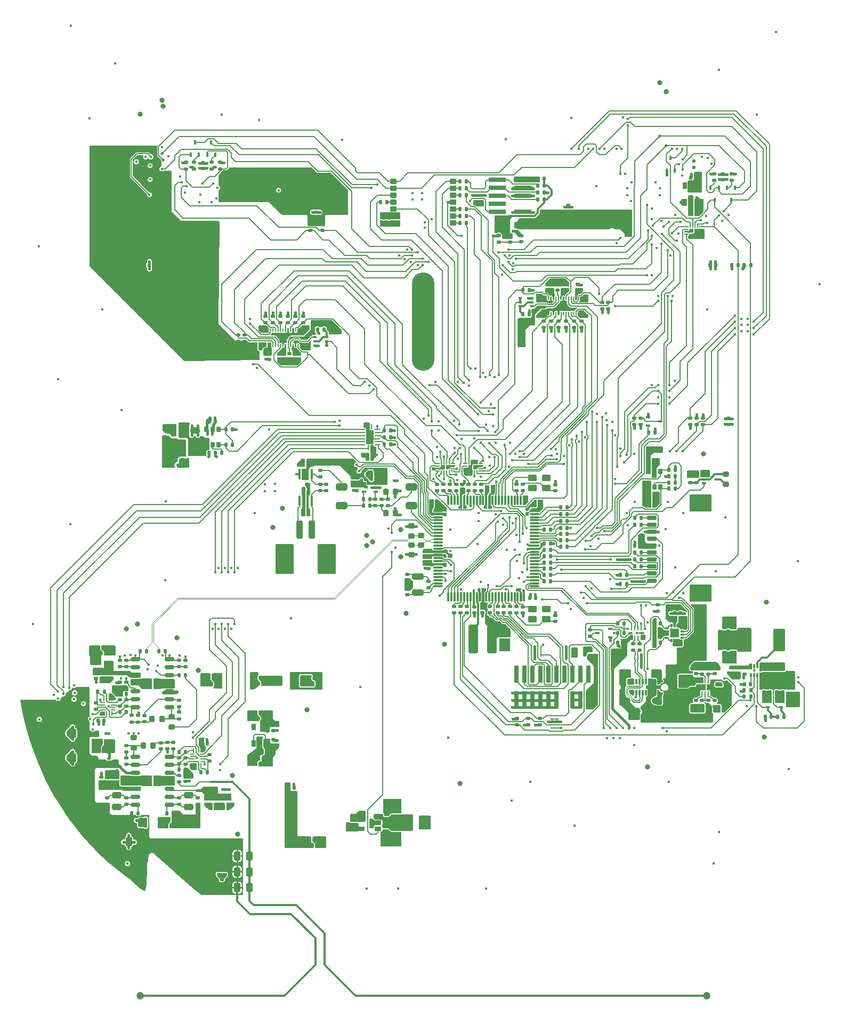
<source format=gbl>
G04 #@! TF.GenerationSoftware,KiCad,Pcbnew,7.0.11-2.fc39*
G04 #@! TF.CreationDate,2024-06-12T21:06:18+01:00*
G04 #@! TF.ProjectId,msf-owl-clock,6d73662d-6f77-46c2-9d63-6c6f636b2e6b,0.1*
G04 #@! TF.SameCoordinates,Original*
G04 #@! TF.FileFunction,Copper,L4,Bot*
G04 #@! TF.FilePolarity,Positive*
%FSLAX46Y46*%
G04 Gerber Fmt 4.6, Leading zero omitted, Abs format (unit mm)*
G04 Created by KiCad (PCBNEW 7.0.11-2.fc39) date 2024-06-12 21:06:18*
%MOMM*%
%LPD*%
G01*
G04 APERTURE LIST*
G04 Aperture macros list*
%AMRoundRect*
0 Rectangle with rounded corners*
0 $1 Rounding radius*
0 $2 $3 $4 $5 $6 $7 $8 $9 X,Y pos of 4 corners*
0 Add a 4 corners polygon primitive as box body*
4,1,4,$2,$3,$4,$5,$6,$7,$8,$9,$2,$3,0*
0 Add four circle primitives for the rounded corners*
1,1,$1+$1,$2,$3*
1,1,$1+$1,$4,$5*
1,1,$1+$1,$6,$7*
1,1,$1+$1,$8,$9*
0 Add four rect primitives between the rounded corners*
20,1,$1+$1,$2,$3,$4,$5,0*
20,1,$1+$1,$4,$5,$6,$7,0*
20,1,$1+$1,$6,$7,$8,$9,0*
20,1,$1+$1,$8,$9,$2,$3,0*%
%AMOutline5P*
0 Free polygon, 5 corners , with rotation*
0 The origin of the aperture is its center*
0 number of corners: always 5*
0 $1 to $10 corner X, Y*
0 $11 Rotation angle, in degrees counterclockwise*
0 create outline with 5 corners*
4,1,5,$1,$2,$3,$4,$5,$6,$7,$8,$9,$10,$1,$2,$11*%
%AMOutline6P*
0 Free polygon, 6 corners , with rotation*
0 The origin of the aperture is its center*
0 number of corners: always 6*
0 $1 to $12 corner X, Y*
0 $13 Rotation angle, in degrees counterclockwise*
0 create outline with 6 corners*
4,1,6,$1,$2,$3,$4,$5,$6,$7,$8,$9,$10,$11,$12,$1,$2,$13*%
%AMOutline7P*
0 Free polygon, 7 corners , with rotation*
0 The origin of the aperture is its center*
0 number of corners: always 7*
0 $1 to $14 corner X, Y*
0 $15 Rotation angle, in degrees counterclockwise*
0 create outline with 7 corners*
4,1,7,$1,$2,$3,$4,$5,$6,$7,$8,$9,$10,$11,$12,$13,$14,$1,$2,$15*%
%AMOutline8P*
0 Free polygon, 8 corners , with rotation*
0 The origin of the aperture is its center*
0 number of corners: always 8*
0 $1 to $16 corner X, Y*
0 $17 Rotation angle, in degrees counterclockwise*
0 create outline with 8 corners*
4,1,8,$1,$2,$3,$4,$5,$6,$7,$8,$9,$10,$11,$12,$13,$14,$15,$16,$1,$2,$17*%
G04 Aperture macros list end*
G04 #@! TA.AperFunction,TestPad*
%ADD10C,0.800000*%
G04 #@! TD*
G04 #@! TA.AperFunction,ComponentPad*
%ADD11C,1.200000*%
G04 #@! TD*
G04 #@! TA.AperFunction,TestPad*
%ADD12C,0.500000*%
G04 #@! TD*
G04 #@! TA.AperFunction,ComponentPad*
%ADD13O,3.600000X15.600000*%
G04 #@! TD*
G04 #@! TA.AperFunction,ComponentPad*
%ADD14C,0.600000*%
G04 #@! TD*
G04 #@! TA.AperFunction,SMDPad,CuDef*
%ADD15RoundRect,0.150000X-0.200000X0.300000X-0.200000X-0.300000X0.200000X-0.300000X0.200000X0.300000X0*%
G04 #@! TD*
G04 #@! TA.AperFunction,SMDPad,CuDef*
%ADD16RoundRect,0.140000X-0.140000X-0.170000X0.140000X-0.170000X0.140000X0.170000X-0.140000X0.170000X0*%
G04 #@! TD*
G04 #@! TA.AperFunction,SMDPad,CuDef*
%ADD17RoundRect,0.050000X0.065000X0.200000X-0.065000X0.200000X-0.065000X-0.200000X0.065000X-0.200000X0*%
G04 #@! TD*
G04 #@! TA.AperFunction,SMDPad,CuDef*
%ADD18Outline5P,-0.350000X0.195000X-0.220000X0.325000X0.350000X0.325000X0.350000X-0.325000X-0.350000X-0.325000X180.000000*%
G04 #@! TD*
G04 #@! TA.AperFunction,SMDPad,CuDef*
%ADD19Outline5P,-0.350000X0.325000X0.350000X0.325000X0.350000X-0.325000X-0.220000X-0.325000X-0.350000X-0.195000X180.000000*%
G04 #@! TD*
G04 #@! TA.AperFunction,SMDPad,CuDef*
%ADD20Outline5P,-0.350000X0.325000X0.220000X0.325000X0.350000X0.195000X0.350000X-0.325000X-0.350000X-0.325000X180.000000*%
G04 #@! TD*
G04 #@! TA.AperFunction,SMDPad,CuDef*
%ADD21Outline5P,-0.350000X0.325000X0.350000X0.325000X0.350000X-0.195000X0.220000X-0.325000X-0.350000X-0.325000X180.000000*%
G04 #@! TD*
G04 #@! TA.AperFunction,SMDPad,CuDef*
%ADD22RoundRect,0.140000X0.140000X0.170000X-0.140000X0.170000X-0.140000X-0.170000X0.140000X-0.170000X0*%
G04 #@! TD*
G04 #@! TA.AperFunction,SMDPad,CuDef*
%ADD23RoundRect,0.225000X0.225000X0.250000X-0.225000X0.250000X-0.225000X-0.250000X0.225000X-0.250000X0*%
G04 #@! TD*
G04 #@! TA.AperFunction,SMDPad,CuDef*
%ADD24RoundRect,0.135000X-0.185000X0.135000X-0.185000X-0.135000X0.185000X-0.135000X0.185000X0.135000X0*%
G04 #@! TD*
G04 #@! TA.AperFunction,SMDPad,CuDef*
%ADD25RoundRect,0.140000X-0.170000X0.140000X-0.170000X-0.140000X0.170000X-0.140000X0.170000X0.140000X0*%
G04 #@! TD*
G04 #@! TA.AperFunction,SMDPad,CuDef*
%ADD26RoundRect,0.135000X-0.135000X-0.185000X0.135000X-0.185000X0.135000X0.185000X-0.135000X0.185000X0*%
G04 #@! TD*
G04 #@! TA.AperFunction,SMDPad,CuDef*
%ADD27RoundRect,0.135000X0.135000X0.185000X-0.135000X0.185000X-0.135000X-0.185000X0.135000X-0.185000X0*%
G04 #@! TD*
G04 #@! TA.AperFunction,SMDPad,CuDef*
%ADD28RoundRect,0.140000X0.170000X-0.140000X0.170000X0.140000X-0.170000X0.140000X-0.170000X-0.140000X0*%
G04 #@! TD*
G04 #@! TA.AperFunction,SMDPad,CuDef*
%ADD29RoundRect,0.062500X-0.062500X-0.350000X0.062500X-0.350000X0.062500X0.350000X-0.062500X0.350000X0*%
G04 #@! TD*
G04 #@! TA.AperFunction,SMDPad,CuDef*
%ADD30RoundRect,0.062500X-0.350000X-0.062500X0.350000X-0.062500X0.350000X0.062500X-0.350000X0.062500X0*%
G04 #@! TD*
G04 #@! TA.AperFunction,SMDPad,CuDef*
%ADD31R,1.000000X2.000000*%
G04 #@! TD*
G04 #@! TA.AperFunction,SMDPad,CuDef*
%ADD32RoundRect,0.100000X-0.100000X0.712500X-0.100000X-0.712500X0.100000X-0.712500X0.100000X0.712500X0*%
G04 #@! TD*
G04 #@! TA.AperFunction,SMDPad,CuDef*
%ADD33RoundRect,0.225000X0.250000X-0.225000X0.250000X0.225000X-0.250000X0.225000X-0.250000X-0.225000X0*%
G04 #@! TD*
G04 #@! TA.AperFunction,SMDPad,CuDef*
%ADD34R,0.250000X0.625000*%
G04 #@! TD*
G04 #@! TA.AperFunction,SMDPad,CuDef*
%ADD35R,0.450000X0.700000*%
G04 #@! TD*
G04 #@! TA.AperFunction,SMDPad,CuDef*
%ADD36R,0.450000X0.625000*%
G04 #@! TD*
G04 #@! TA.AperFunction,SMDPad,CuDef*
%ADD37RoundRect,0.135000X0.185000X-0.135000X0.185000X0.135000X-0.185000X0.135000X-0.185000X-0.135000X0*%
G04 #@! TD*
G04 #@! TA.AperFunction,SMDPad,CuDef*
%ADD38C,0.152400*%
G04 #@! TD*
G04 #@! TA.AperFunction,SMDPad,CuDef*
%ADD39RoundRect,0.250000X0.250000X0.475000X-0.250000X0.475000X-0.250000X-0.475000X0.250000X-0.475000X0*%
G04 #@! TD*
G04 #@! TA.AperFunction,SMDPad,CuDef*
%ADD40RoundRect,0.250000X0.475000X-0.250000X0.475000X0.250000X-0.475000X0.250000X-0.475000X-0.250000X0*%
G04 #@! TD*
G04 #@! TA.AperFunction,SMDPad,CuDef*
%ADD41RoundRect,0.250000X-0.475000X0.250000X-0.475000X-0.250000X0.475000X-0.250000X0.475000X0.250000X0*%
G04 #@! TD*
G04 #@! TA.AperFunction,SMDPad,CuDef*
%ADD42R,0.600000X0.450000*%
G04 #@! TD*
G04 #@! TA.AperFunction,SMDPad,CuDef*
%ADD43RoundRect,0.250000X-0.250000X-0.475000X0.250000X-0.475000X0.250000X0.475000X-0.250000X0.475000X0*%
G04 #@! TD*
G04 #@! TA.AperFunction,SMDPad,CuDef*
%ADD44RoundRect,0.150000X-0.550000X-0.400000X0.550000X-0.400000X0.550000X0.400000X-0.550000X0.400000X0*%
G04 #@! TD*
G04 #@! TA.AperFunction,SMDPad,CuDef*
%ADD45R,0.700000X0.450000*%
G04 #@! TD*
G04 #@! TA.AperFunction,SMDPad,CuDef*
%ADD46RoundRect,0.150000X0.625000X0.150000X-0.625000X0.150000X-0.625000X-0.150000X0.625000X-0.150000X0*%
G04 #@! TD*
G04 #@! TA.AperFunction,SMDPad,CuDef*
%ADD47RoundRect,0.150000X0.750000X-0.350000X0.750000X0.350000X-0.750000X0.350000X-0.750000X-0.350000X0*%
G04 #@! TD*
G04 #@! TA.AperFunction,SMDPad,CuDef*
%ADD48R,0.600000X0.420000*%
G04 #@! TD*
G04 #@! TA.AperFunction,SMDPad,CuDef*
%ADD49R,0.650000X0.400000*%
G04 #@! TD*
G04 #@! TA.AperFunction,SMDPad,CuDef*
%ADD50RoundRect,0.050000X0.250000X-0.500000X0.250000X0.500000X-0.250000X0.500000X-0.250000X-0.500000X0*%
G04 #@! TD*
G04 #@! TA.AperFunction,SMDPad,CuDef*
%ADD51RoundRect,0.050000X-0.075000X0.225000X-0.075000X-0.225000X0.075000X-0.225000X0.075000X0.225000X0*%
G04 #@! TD*
G04 #@! TA.AperFunction,SMDPad,CuDef*
%ADD52RoundRect,0.050000X-0.050000X0.225000X-0.050000X-0.225000X0.050000X-0.225000X0.050000X0.225000X0*%
G04 #@! TD*
G04 #@! TA.AperFunction,SMDPad,CuDef*
%ADD53RoundRect,0.050000X-0.250000X0.100000X-0.250000X-0.100000X0.250000X-0.100000X0.250000X0.100000X0*%
G04 #@! TD*
G04 #@! TA.AperFunction,SMDPad,CuDef*
%ADD54RoundRect,0.250000X0.650000X-0.325000X0.650000X0.325000X-0.650000X0.325000X-0.650000X-0.325000X0*%
G04 #@! TD*
G04 #@! TA.AperFunction,TestPad*
%ADD55C,0.300000*%
G04 #@! TD*
G04 #@! TA.AperFunction,SMDPad,CuDef*
%ADD56RoundRect,0.050000X0.050000X-0.300000X0.050000X0.300000X-0.050000X0.300000X-0.050000X-0.300000X0*%
G04 #@! TD*
G04 #@! TA.AperFunction,SMDPad,CuDef*
%ADD57RoundRect,0.050000X0.050000X-0.250000X0.050000X0.250000X-0.050000X0.250000X-0.050000X-0.250000X0*%
G04 #@! TD*
G04 #@! TA.AperFunction,SMDPad,CuDef*
%ADD58RoundRect,0.050000X0.250000X-0.050000X0.250000X0.050000X-0.250000X0.050000X-0.250000X-0.050000X0*%
G04 #@! TD*
G04 #@! TA.AperFunction,SMDPad,CuDef*
%ADD59RoundRect,0.050000X-0.700000X0.250000X-0.700000X-0.250000X0.700000X-0.250000X0.700000X0.250000X0*%
G04 #@! TD*
G04 #@! TA.AperFunction,SMDPad,CuDef*
%ADD60RoundRect,0.150000X-1.020000X0.600000X-1.020000X-0.600000X1.020000X-0.600000X1.020000X0.600000X0*%
G04 #@! TD*
G04 #@! TA.AperFunction,SMDPad,CuDef*
%ADD61R,0.625000X0.250000*%
G04 #@! TD*
G04 #@! TA.AperFunction,SMDPad,CuDef*
%ADD62R,0.625000X0.450000*%
G04 #@! TD*
G04 #@! TA.AperFunction,SMDPad,CuDef*
%ADD63RoundRect,0.050000X-0.100000X0.240000X-0.100000X-0.240000X0.100000X-0.240000X0.100000X0.240000X0*%
G04 #@! TD*
G04 #@! TA.AperFunction,SMDPad,CuDef*
%ADD64RoundRect,0.050000X-0.240000X0.100000X-0.240000X-0.100000X0.240000X-0.100000X0.240000X0.100000X0*%
G04 #@! TD*
G04 #@! TA.AperFunction,ComponentPad*
%ADD65C,0.500000*%
G04 #@! TD*
G04 #@! TA.AperFunction,SMDPad,CuDef*
%ADD66R,1.450000X1.450000*%
G04 #@! TD*
G04 #@! TA.AperFunction,SMDPad,CuDef*
%ADD67RoundRect,0.050000X0.100000X-0.285000X0.100000X0.285000X-0.100000X0.285000X-0.100000X-0.285000X0*%
G04 #@! TD*
G04 #@! TA.AperFunction,SMDPad,CuDef*
%ADD68R,0.740000X2.790000*%
G04 #@! TD*
G04 #@! TA.AperFunction,SMDPad,CuDef*
%ADD69R,0.600000X0.250000*%
G04 #@! TD*
G04 #@! TA.AperFunction,SMDPad,CuDef*
%ADD70R,0.900000X0.250000*%
G04 #@! TD*
G04 #@! TA.AperFunction,SMDPad,CuDef*
%ADD71Outline5P,-0.175000X0.375000X0.175000X0.375000X0.175000X-0.228000X0.028000X-0.375000X-0.175000X-0.375000X0.000000*%
G04 #@! TD*
G04 #@! TA.AperFunction,SMDPad,CuDef*
%ADD72R,0.250000X0.700000*%
G04 #@! TD*
G04 #@! TA.AperFunction,SMDPad,CuDef*
%ADD73R,0.350000X0.750000*%
G04 #@! TD*
G04 #@! TA.AperFunction,SMDPad,CuDef*
%ADD74RoundRect,0.100000X-0.400000X0.600000X-0.400000X-0.600000X0.400000X-0.600000X0.400000X0.600000X0*%
G04 #@! TD*
G04 #@! TA.AperFunction,SMDPad,CuDef*
%ADD75RoundRect,0.050000X-0.065000X-0.200000X0.065000X-0.200000X0.065000X0.200000X-0.065000X0.200000X0*%
G04 #@! TD*
G04 #@! TA.AperFunction,SMDPad,CuDef*
%ADD76Outline5P,-0.350000X0.195000X-0.220000X0.325000X0.350000X0.325000X0.350000X-0.325000X-0.350000X-0.325000X0.000000*%
G04 #@! TD*
G04 #@! TA.AperFunction,SMDPad,CuDef*
%ADD77Outline5P,-0.350000X0.325000X0.350000X0.325000X0.350000X-0.325000X-0.220000X-0.325000X-0.350000X-0.195000X0.000000*%
G04 #@! TD*
G04 #@! TA.AperFunction,SMDPad,CuDef*
%ADD78Outline5P,-0.350000X0.325000X0.220000X0.325000X0.350000X0.195000X0.350000X-0.325000X-0.350000X-0.325000X0.000000*%
G04 #@! TD*
G04 #@! TA.AperFunction,SMDPad,CuDef*
%ADD79Outline5P,-0.350000X0.325000X0.350000X0.325000X0.350000X-0.195000X0.220000X-0.325000X-0.350000X-0.325000X0.000000*%
G04 #@! TD*
G04 #@! TA.AperFunction,SMDPad,CuDef*
%ADD80RoundRect,0.225000X-0.250000X0.225000X-0.250000X-0.225000X0.250000X-0.225000X0.250000X0.225000X0*%
G04 #@! TD*
G04 #@! TA.AperFunction,SMDPad,CuDef*
%ADD81RoundRect,0.050000X0.425000X0.350000X-0.425000X0.350000X-0.425000X-0.350000X0.425000X-0.350000X0*%
G04 #@! TD*
G04 #@! TA.AperFunction,SMDPad,CuDef*
%ADD82RoundRect,0.225000X-0.225000X-0.250000X0.225000X-0.250000X0.225000X0.250000X-0.225000X0.250000X0*%
G04 #@! TD*
G04 #@! TA.AperFunction,SMDPad,CuDef*
%ADD83RoundRect,0.100000X0.825000X1.650000X-0.825000X1.650000X-0.825000X-1.650000X0.825000X-1.650000X0*%
G04 #@! TD*
G04 #@! TA.AperFunction,SMDPad,CuDef*
%ADD84RoundRect,0.050000X-0.050000X0.300000X-0.050000X-0.300000X0.050000X-0.300000X0.050000X0.300000X0*%
G04 #@! TD*
G04 #@! TA.AperFunction,SMDPad,CuDef*
%ADD85RoundRect,0.050000X-0.050000X0.250000X-0.050000X-0.250000X0.050000X-0.250000X0.050000X0.250000X0*%
G04 #@! TD*
G04 #@! TA.AperFunction,SMDPad,CuDef*
%ADD86RoundRect,0.050000X-0.250000X0.050000X-0.250000X-0.050000X0.250000X-0.050000X0.250000X0.050000X0*%
G04 #@! TD*
G04 #@! TA.AperFunction,SMDPad,CuDef*
%ADD87RoundRect,0.150000X-0.600000X-2.100000X0.600000X-2.100000X0.600000X2.100000X-0.600000X2.100000X0*%
G04 #@! TD*
G04 #@! TA.AperFunction,SMDPad,CuDef*
%ADD88R,0.450000X0.600000*%
G04 #@! TD*
G04 #@! TA.AperFunction,SMDPad,CuDef*
%ADD89RoundRect,0.250000X-0.250000X-1.200000X0.250000X-1.200000X0.250000X1.200000X-0.250000X1.200000X0*%
G04 #@! TD*
G04 #@! TA.AperFunction,SMDPad,CuDef*
%ADD90RoundRect,0.250000X-0.650000X-1.550000X0.650000X-1.550000X0.650000X1.550000X-0.650000X1.550000X0*%
G04 #@! TD*
G04 #@! TA.AperFunction,SMDPad,CuDef*
%ADD91RoundRect,0.075000X-0.662500X-0.075000X0.662500X-0.075000X0.662500X0.075000X-0.662500X0.075000X0*%
G04 #@! TD*
G04 #@! TA.AperFunction,SMDPad,CuDef*
%ADD92RoundRect,0.075000X-0.075000X-0.662500X0.075000X-0.662500X0.075000X0.662500X-0.075000X0.662500X0*%
G04 #@! TD*
G04 #@! TA.AperFunction,SMDPad,CuDef*
%ADD93RoundRect,0.050000X-0.300000X-0.050000X0.300000X-0.050000X0.300000X0.050000X-0.300000X0.050000X0*%
G04 #@! TD*
G04 #@! TA.AperFunction,SMDPad,CuDef*
%ADD94RoundRect,0.050000X-0.250000X-0.050000X0.250000X-0.050000X0.250000X0.050000X-0.250000X0.050000X0*%
G04 #@! TD*
G04 #@! TA.AperFunction,SMDPad,CuDef*
%ADD95RoundRect,0.050000X-0.050000X-0.250000X0.050000X-0.250000X0.050000X0.250000X-0.050000X0.250000X0*%
G04 #@! TD*
G04 #@! TA.AperFunction,SMDPad,CuDef*
%ADD96RoundRect,0.050000X0.300000X0.050000X-0.300000X0.050000X-0.300000X-0.050000X0.300000X-0.050000X0*%
G04 #@! TD*
G04 #@! TA.AperFunction,SMDPad,CuDef*
%ADD97RoundRect,0.050000X0.250000X0.050000X-0.250000X0.050000X-0.250000X-0.050000X0.250000X-0.050000X0*%
G04 #@! TD*
G04 #@! TA.AperFunction,SMDPad,CuDef*
%ADD98RoundRect,0.050000X0.050000X0.250000X-0.050000X0.250000X-0.050000X-0.250000X0.050000X-0.250000X0*%
G04 #@! TD*
G04 #@! TA.AperFunction,SMDPad,CuDef*
%ADD99RoundRect,0.050000X0.500000X0.250000X-0.500000X0.250000X-0.500000X-0.250000X0.500000X-0.250000X0*%
G04 #@! TD*
G04 #@! TA.AperFunction,SMDPad,CuDef*
%ADD100RoundRect,0.200000X0.275000X-0.200000X0.275000X0.200000X-0.275000X0.200000X-0.275000X-0.200000X0*%
G04 #@! TD*
G04 #@! TA.AperFunction,SMDPad,CuDef*
%ADD101RoundRect,0.100000X0.400000X-0.600000X0.400000X0.600000X-0.400000X0.600000X-0.400000X-0.600000X0*%
G04 #@! TD*
G04 #@! TA.AperFunction,SMDPad,CuDef*
%ADD102RoundRect,0.050000X-0.100000X-0.385000X0.100000X-0.385000X0.100000X0.385000X-0.100000X0.385000X0*%
G04 #@! TD*
G04 #@! TA.AperFunction,ComponentPad*
%ADD103O,1.350000X1.100000*%
G04 #@! TD*
G04 #@! TA.AperFunction,SMDPad,CuDef*
%ADD104RoundRect,0.100000X-0.600000X-0.400000X0.600000X-0.400000X0.600000X0.400000X-0.600000X0.400000X0*%
G04 #@! TD*
G04 #@! TA.AperFunction,SMDPad,CuDef*
%ADD105R,2.790000X0.740000*%
G04 #@! TD*
G04 #@! TA.AperFunction,SMDPad,CuDef*
%ADD106RoundRect,0.100000X0.600000X0.400000X-0.600000X0.400000X-0.600000X-0.400000X0.600000X-0.400000X0*%
G04 #@! TD*
G04 #@! TA.AperFunction,ViaPad*
%ADD107C,0.450000*%
G04 #@! TD*
G04 #@! TA.AperFunction,Conductor*
%ADD108C,0.304800*%
G04 #@! TD*
G04 #@! TA.AperFunction,Conductor*
%ADD109C,0.152400*%
G04 #@! TD*
G04 #@! TA.AperFunction,Conductor*
%ADD110C,0.450000*%
G04 #@! TD*
G04 #@! TA.AperFunction,Conductor*
%ADD111C,0.200000*%
G04 #@! TD*
G04 #@! TA.AperFunction,Conductor*
%ADD112C,0.128000*%
G04 #@! TD*
G04 #@! TA.AperFunction,Conductor*
%ADD113C,0.101600*%
G04 #@! TD*
G04 #@! TA.AperFunction,Conductor*
%ADD114C,0.170400*%
G04 #@! TD*
G04 APERTURE END LIST*
G36*
X132823800Y-125895200D02*
G01*
X132976200Y-125895200D01*
X132976200Y-126504800D01*
X132823800Y-126504800D01*
X132823800Y-125895200D01*
G37*
G36*
X124795200Y-62076200D02*
G01*
X125404800Y-62076200D01*
X125404800Y-61923800D01*
X124795200Y-61923800D01*
X124795200Y-62076200D01*
G37*
G36*
X76376200Y-69804800D02*
G01*
X76223800Y-69804800D01*
X76223800Y-69195200D01*
X76376200Y-69195200D01*
X76376200Y-69804800D01*
G37*
G36*
X124795200Y-61576200D02*
G01*
X125404800Y-61576200D01*
X125404800Y-61423800D01*
X124795200Y-61423800D01*
X124795200Y-61576200D01*
G37*
G36*
X123323800Y-58595200D02*
G01*
X123476200Y-58595200D01*
X123476200Y-59204800D01*
X123323800Y-59204800D01*
X123323800Y-58595200D01*
G37*
G36*
X118095200Y-59376200D02*
G01*
X118704800Y-59376200D01*
X118704800Y-59223800D01*
X118095200Y-59223800D01*
X118095200Y-59376200D01*
G37*
G36*
X75204800Y-66323800D02*
G01*
X74595200Y-66323800D01*
X74595200Y-66476200D01*
X75204800Y-66476200D01*
X75204800Y-66323800D01*
G37*
G36*
X75204800Y-65923800D02*
G01*
X74595200Y-65923800D01*
X74595200Y-66076200D01*
X75204800Y-66076200D01*
X75204800Y-65923800D01*
G37*
G36*
X81504800Y-68723800D02*
G01*
X80895200Y-68723800D01*
X80895200Y-68876200D01*
X81504800Y-68876200D01*
X81504800Y-68723800D01*
G37*
D10*
X76089592Y-96610408D03*
X154510408Y-108489592D03*
X144526672Y-85003341D03*
D11*
X55000000Y-171000000D03*
X145000000Y-171000000D03*
D12*
X75500000Y-131600000D03*
D10*
X81510408Y-125589592D03*
X96400000Y-101300000D03*
D13*
X100000000Y-64000000D03*
D10*
X54600000Y-112000000D03*
X55000000Y-31000000D03*
D14*
X143000000Y-38500000D03*
X143000000Y-39500000D03*
D12*
X60900000Y-122700000D03*
D10*
X60900000Y-114200000D03*
D12*
X100200000Y-102300000D03*
D10*
X97292829Y-110287387D03*
D15*
X65550000Y-81050000D03*
X66500000Y-81050000D03*
X67450000Y-81050000D03*
X67450000Y-83550000D03*
X66500000Y-83550000D03*
X65550000Y-83550000D03*
D16*
X65020000Y-84800000D03*
X65980000Y-84800000D03*
D17*
X80120000Y-67740000D03*
X79720000Y-67740000D03*
X79320000Y-67740000D03*
X78920000Y-67740000D03*
X78520000Y-67740000D03*
X78120000Y-67740000D03*
X77720000Y-67740000D03*
X77320000Y-67740000D03*
X76920000Y-67740000D03*
X76520000Y-67740000D03*
X76120000Y-67740000D03*
X75720000Y-67740000D03*
X75720000Y-65340000D03*
X76120000Y-65340000D03*
X76520000Y-65340000D03*
X76920000Y-65340000D03*
X77320000Y-65340000D03*
X77720000Y-65340000D03*
X78120000Y-65340000D03*
X78520000Y-65340000D03*
X78920000Y-65340000D03*
X79320000Y-65340000D03*
X79720000Y-65340000D03*
X80120000Y-65340000D03*
D18*
X81070000Y-67665000D03*
D19*
X81070000Y-65415000D03*
D20*
X74770000Y-67665000D03*
D21*
X74770000Y-65415000D03*
D12*
X99500000Y-99500000D03*
D10*
X91000000Y-99500000D03*
D22*
X137680000Y-113400000D03*
X136720000Y-113400000D03*
D23*
X95575000Y-94400000D03*
X94025000Y-94400000D03*
D24*
X106900000Y-109190000D03*
X106900000Y-110210000D03*
D25*
X94100000Y-47220000D03*
X94100000Y-48180000D03*
D26*
X138990000Y-87500000D03*
X140010000Y-87500000D03*
D25*
X79700000Y-69020000D03*
X79700000Y-69980000D03*
D12*
X83600000Y-87600000D03*
D10*
X77589592Y-93610408D03*
D16*
X64720000Y-130900000D03*
X65680000Y-130900000D03*
D22*
X81780000Y-94000000D03*
X80820000Y-94000000D03*
D24*
X49800000Y-139590000D03*
X49800000Y-140610000D03*
D27*
X52810000Y-125900000D03*
X51790000Y-125900000D03*
D25*
X75500000Y-69020000D03*
X75500000Y-69980000D03*
D28*
X61200000Y-134180000D03*
X61200000Y-133220000D03*
D29*
X91250000Y-83987500D03*
D30*
X90312500Y-83550000D03*
X90312500Y-83050000D03*
X90312500Y-82550000D03*
X90312500Y-82050000D03*
X90312500Y-81550000D03*
X90312500Y-81050000D03*
D29*
X91250000Y-80612500D03*
X91750000Y-80612500D03*
D30*
X92687500Y-81050000D03*
X92687500Y-81550000D03*
X92687500Y-82050000D03*
X92687500Y-82550000D03*
X92687500Y-83050000D03*
X92687500Y-83550000D03*
D29*
X91750000Y-83987500D03*
D31*
X91500000Y-82300000D03*
D24*
X61200000Y-139590000D03*
X61200000Y-140610000D03*
D25*
X97400000Y-104120000D03*
X97400000Y-105080000D03*
D12*
X60000000Y-126700000D03*
D10*
X64250000Y-119338784D03*
D12*
X70489592Y-153810408D03*
D10*
X70489592Y-145310408D03*
D26*
X121790000Y-97700000D03*
X122810000Y-97700000D03*
D24*
X122700000Y-63890000D03*
X122700000Y-64910000D03*
D32*
X80325000Y-88187500D03*
X80975000Y-88187500D03*
X81625000Y-88187500D03*
X82275000Y-88187500D03*
X82275000Y-92412500D03*
X81625000Y-92412500D03*
X80975000Y-92412500D03*
X80325000Y-92412500D03*
D26*
X138990000Y-89500000D03*
X140010000Y-89500000D03*
D33*
X60000000Y-128275000D03*
X60000000Y-126725000D03*
D27*
X122810000Y-96700000D03*
X121790000Y-96700000D03*
D24*
X121500000Y-63890000D03*
X121500000Y-64910000D03*
D34*
X118700000Y-116850000D03*
X118200000Y-116850000D03*
D35*
X117700000Y-116850000D03*
D34*
X117200000Y-116850000D03*
X116700000Y-116850000D03*
X116700000Y-116087500D03*
X117200000Y-116087500D03*
D36*
X117700000Y-116087500D03*
D34*
X118200000Y-116087500D03*
X118700000Y-116087500D03*
D37*
X48000000Y-120610000D03*
X48000000Y-119590000D03*
D22*
X131880000Y-114900000D03*
X130920000Y-114900000D03*
D38*
X132900000Y-125895200D03*
X132900000Y-126504800D03*
D28*
X123000000Y-46480000D03*
X123000000Y-45520000D03*
D22*
X92680000Y-88400000D03*
X91720000Y-88400000D03*
D39*
X72350000Y-151300000D03*
X70450000Y-151300000D03*
D37*
X66400000Y-39710000D03*
X66400000Y-38690000D03*
D28*
X146700000Y-122480000D03*
X146700000Y-121520000D03*
D40*
X141400000Y-122950000D03*
X141400000Y-121050000D03*
D15*
X135750000Y-87750000D03*
X136700000Y-87750000D03*
X137650000Y-87750000D03*
X137650000Y-90250000D03*
X136700000Y-90250000D03*
X135750000Y-90250000D03*
D37*
X80900000Y-64110000D03*
X80900000Y-63090000D03*
D28*
X55700000Y-127480000D03*
X55700000Y-126520000D03*
D41*
X112900000Y-113350000D03*
X112900000Y-115250000D03*
D27*
X49310000Y-122700000D03*
X48290000Y-122700000D03*
D25*
X100800000Y-102220000D03*
X100800000Y-103180000D03*
D41*
X95600000Y-144250000D03*
X95600000Y-146150000D03*
D42*
X47950000Y-118200000D03*
X50050000Y-118200000D03*
D28*
X124500000Y-58980000D03*
X124500000Y-58020000D03*
D25*
X100800000Y-100320000D03*
X100800000Y-101280000D03*
D24*
X126500000Y-112890000D03*
X126500000Y-113910000D03*
D37*
X129400000Y-61910000D03*
X129400000Y-60890000D03*
D40*
X95600000Y-142750000D03*
X95600000Y-140850000D03*
D42*
X47950000Y-129300000D03*
X50050000Y-129300000D03*
D43*
X53250000Y-143500000D03*
X55150000Y-143500000D03*
D44*
X117300000Y-88800000D03*
X119500000Y-88800000D03*
X119500000Y-90400000D03*
X117300000Y-90400000D03*
D28*
X149000000Y-119880000D03*
X149000000Y-118920000D03*
D24*
X108200000Y-89790000D03*
X108200000Y-90810000D03*
X48000000Y-124490000D03*
X48000000Y-125510000D03*
D28*
X94100000Y-142980000D03*
X94100000Y-142020000D03*
D24*
X149000000Y-40490000D03*
X149000000Y-41510000D03*
X52800000Y-133190000D03*
X52800000Y-134210000D03*
D37*
X94400000Y-93210000D03*
X94400000Y-92190000D03*
D28*
X121300000Y-58980000D03*
X121300000Y-58020000D03*
D38*
X124795200Y-62000000D03*
X125404800Y-62000000D03*
D37*
X71600000Y-67110000D03*
X71600000Y-66090000D03*
D39*
X55150000Y-146500000D03*
X53250000Y-146500000D03*
D37*
X52800000Y-118710000D03*
X52800000Y-117690000D03*
D43*
X65550000Y-121000000D03*
X67450000Y-121000000D03*
D12*
X137600000Y-34500000D03*
D10*
X137600000Y-26000000D03*
D39*
X74950000Y-121000000D03*
X73050000Y-121000000D03*
D24*
X52800000Y-131290000D03*
X52800000Y-132310000D03*
D25*
X148500000Y-79320000D03*
X148500000Y-80280000D03*
D28*
X52800000Y-138080000D03*
X52800000Y-137120000D03*
X147600000Y-41480000D03*
X147600000Y-40520000D03*
D27*
X54710000Y-142000000D03*
X53690000Y-142000000D03*
D24*
X62300000Y-38690000D03*
X62300000Y-39710000D03*
D22*
X91480000Y-92200000D03*
X90520000Y-92200000D03*
D26*
X61190000Y-132300000D03*
X62210000Y-132300000D03*
D12*
X99800000Y-143300000D03*
D10*
X105810408Y-137289592D03*
D27*
X106810000Y-43900000D03*
X105790000Y-43900000D03*
D37*
X133350000Y-116110000D03*
X133350000Y-115090000D03*
D43*
X48050000Y-116200000D03*
X49950000Y-116200000D03*
D28*
X97400000Y-107280000D03*
X97400000Y-106320000D03*
D37*
X144300000Y-119910000D03*
X144300000Y-118890000D03*
D45*
X135691100Y-80450000D03*
X135691100Y-79150000D03*
X137691100Y-79800000D03*
D26*
X93790000Y-82300000D03*
X94810000Y-82300000D03*
D24*
X105900000Y-109190000D03*
X105900000Y-110210000D03*
D37*
X77300000Y-64110000D03*
X77300000Y-63090000D03*
D25*
X115800000Y-109220000D03*
X115800000Y-110180000D03*
D42*
X95850000Y-89200000D03*
X93750000Y-89200000D03*
D24*
X113800000Y-109190000D03*
X113800000Y-110210000D03*
D46*
X59700000Y-133090000D03*
X59700000Y-134360000D03*
X59700000Y-135630000D03*
X59700000Y-136900000D03*
X59700000Y-138170000D03*
X59700000Y-139440000D03*
X59700000Y-140710000D03*
X54300000Y-140710000D03*
X54300000Y-139440000D03*
X54300000Y-138170000D03*
X54300000Y-136900000D03*
X54300000Y-135630000D03*
X54300000Y-134360000D03*
X54300000Y-133090000D03*
D37*
X70600000Y-67110000D03*
X70600000Y-66090000D03*
D47*
X99100000Y-106950000D03*
X99100000Y-104450000D03*
D41*
X51300000Y-139150000D03*
X51300000Y-141050000D03*
D25*
X94100000Y-144020000D03*
X94100000Y-144980000D03*
D24*
X112800000Y-109190000D03*
X112800000Y-110210000D03*
X102200000Y-89790000D03*
X102200000Y-90810000D03*
D38*
X76300000Y-69804800D03*
X76300000Y-69195200D03*
D28*
X121000000Y-90800000D03*
X121000000Y-89840000D03*
X106200000Y-90780000D03*
X106200000Y-89820000D03*
D37*
X67100000Y-140610000D03*
X67100000Y-139590000D03*
D25*
X65000000Y-38720000D03*
X65000000Y-39680000D03*
D48*
X82750000Y-67750000D03*
X82750000Y-67100000D03*
X82750000Y-66450000D03*
X84650000Y-66450000D03*
X84650000Y-67100000D03*
X84650000Y-67750000D03*
D26*
X119190000Y-101200000D03*
X120210000Y-101200000D03*
D49*
X92450000Y-89650000D03*
X92450000Y-90300000D03*
X92450000Y-90950000D03*
X90550000Y-90950000D03*
X90550000Y-89650000D03*
D39*
X46250000Y-133200000D03*
X44350000Y-133200000D03*
D26*
X119190000Y-103200000D03*
X120210000Y-103200000D03*
D42*
X50050000Y-133300000D03*
X47950000Y-133300000D03*
D26*
X148990000Y-55000000D03*
X150010000Y-55000000D03*
D37*
X133500000Y-80310000D03*
X133500000Y-79290000D03*
X100800000Y-106210000D03*
X100800000Y-105190000D03*
D26*
X59290000Y-142000000D03*
X60310000Y-142000000D03*
D37*
X145300000Y-119910000D03*
X145300000Y-118890000D03*
D50*
X74950000Y-130900000D03*
X74000000Y-130900000D03*
X73050000Y-130900000D03*
X73050000Y-128300000D03*
X74950000Y-128300000D03*
D37*
X123900000Y-64910000D03*
X123900000Y-63890000D03*
D22*
X102280000Y-93100000D03*
X101320000Y-93100000D03*
X143480000Y-41100000D03*
X142520000Y-41100000D03*
D24*
X116700000Y-126990000D03*
X116700000Y-128010000D03*
D22*
X137680000Y-114900000D03*
X136720000Y-114900000D03*
D27*
X134610000Y-100600000D03*
X133590000Y-100600000D03*
D38*
X124795200Y-61500000D03*
X125404800Y-61500000D03*
D27*
X68010000Y-84800000D03*
X66990000Y-84800000D03*
X140010000Y-90500000D03*
X138990000Y-90500000D03*
D26*
X135790000Y-81600000D03*
X136810000Y-81600000D03*
X150990000Y-123500000D03*
X152010000Y-123500000D03*
D28*
X143300000Y-119880000D03*
X143300000Y-118920000D03*
X115600000Y-51280000D03*
X115600000Y-50320000D03*
D37*
X126500000Y-117010000D03*
X126500000Y-115990000D03*
X134350000Y-116110000D03*
X134350000Y-115090000D03*
D34*
X123700000Y-116850000D03*
X123200000Y-116850000D03*
D35*
X122700000Y-116850000D03*
D34*
X122200000Y-116850000D03*
X121700000Y-116850000D03*
X121700000Y-116087500D03*
X122200000Y-116087500D03*
D36*
X122700000Y-116087500D03*
D34*
X123200000Y-116087500D03*
X123700000Y-116087500D03*
D24*
X103200000Y-89790000D03*
X103200000Y-90810000D03*
D45*
X129700000Y-112750000D03*
X129700000Y-114050000D03*
X127700000Y-113400000D03*
D39*
X46250000Y-129300000D03*
X44350000Y-129300000D03*
D26*
X150990000Y-55000000D03*
X152010000Y-55000000D03*
X131290000Y-104200000D03*
X132310000Y-104200000D03*
D22*
X137680000Y-111900000D03*
X136720000Y-111900000D03*
D51*
X133100000Y-112725000D03*
D52*
X133600000Y-112725000D03*
X134100000Y-112725000D03*
D51*
X134600000Y-112725000D03*
D53*
X134750000Y-113400000D03*
D51*
X134600000Y-114075000D03*
D52*
X134100000Y-114075000D03*
X133600000Y-114075000D03*
D51*
X133100000Y-114075000D03*
D53*
X132950000Y-113400000D03*
D37*
X51800000Y-125010000D03*
X51800000Y-123990000D03*
D27*
X152010000Y-122500000D03*
X150990000Y-122500000D03*
D22*
X155280000Y-126700000D03*
X154320000Y-126700000D03*
D24*
X111800000Y-109190000D03*
X111800000Y-110210000D03*
D37*
X128400000Y-61910000D03*
X128400000Y-60890000D03*
X142400000Y-89510000D03*
X142400000Y-88490000D03*
D24*
X125100000Y-63890000D03*
X125100000Y-64910000D03*
D26*
X93790000Y-83400000D03*
X94810000Y-83400000D03*
D27*
X134610000Y-95100000D03*
X133590000Y-95100000D03*
D22*
X57380000Y-55000000D03*
X56420000Y-55000000D03*
D24*
X143400000Y-79290000D03*
X143400000Y-80310000D03*
D44*
X117300000Y-109600000D03*
X119500000Y-109600000D03*
X119500000Y-111200000D03*
X117300000Y-111200000D03*
D12*
X135600000Y-126200000D03*
D10*
X135600000Y-134700000D03*
D54*
X98100000Y-93175000D03*
X98100000Y-90225000D03*
D24*
X67700000Y-38690000D03*
X67700000Y-39710000D03*
D41*
X62700000Y-139150000D03*
X62700000Y-141050000D03*
D26*
X118190000Y-41300000D03*
X119210000Y-41300000D03*
D28*
X51800000Y-122180000D03*
X51800000Y-121220000D03*
D37*
X137200000Y-109910000D03*
X137200000Y-108890000D03*
D26*
X121790000Y-95600000D03*
X122810000Y-95600000D03*
X68690000Y-81100000D03*
X69710000Y-81100000D03*
D42*
X156850000Y-125200000D03*
X154750000Y-125200000D03*
D24*
X119100000Y-63890000D03*
X119100000Y-64910000D03*
D40*
X148800000Y-113750000D03*
X148800000Y-111850000D03*
D24*
X62200000Y-133190000D03*
X62200000Y-134210000D03*
D55*
X102400000Y-103000000D03*
D10*
X96389592Y-96989592D03*
D22*
X143480000Y-46300000D03*
X142520000Y-46300000D03*
D25*
X50000000Y-119620000D03*
X50000000Y-120580000D03*
D39*
X60750000Y-143500000D03*
X58850000Y-143500000D03*
D26*
X121790000Y-99700000D03*
X122810000Y-99700000D03*
D28*
X146300000Y-119880000D03*
X146300000Y-118920000D03*
D22*
X151980000Y-121500000D03*
X151020000Y-121500000D03*
D56*
X108500000Y-87850000D03*
D57*
X108100000Y-87900000D03*
X107700000Y-87900000D03*
X107300000Y-87900000D03*
D58*
X106700000Y-87700000D03*
X106700000Y-87300000D03*
X106700000Y-86900000D03*
X106700000Y-86500000D03*
D57*
X107300000Y-86300000D03*
X107700000Y-86300000D03*
X108100000Y-86300000D03*
X108500000Y-86300000D03*
D58*
X109100000Y-86500000D03*
X109100000Y-86900000D03*
X109100000Y-87300000D03*
X109100000Y-87700000D03*
D59*
X136260000Y-102800000D03*
X136260000Y-101700000D03*
X136260000Y-100600000D03*
X136260000Y-99500000D03*
X136260000Y-98400000D03*
X136260000Y-97300000D03*
X136260000Y-96200000D03*
X136260000Y-95100000D03*
X136260000Y-103900000D03*
X136260000Y-105150000D03*
D60*
X144060000Y-92730000D03*
X144060000Y-107070000D03*
D23*
X95575000Y-91000000D03*
X94025000Y-91000000D03*
D56*
X104100000Y-87850000D03*
D57*
X103700000Y-87900000D03*
X103300000Y-87900000D03*
X102900000Y-87900000D03*
D58*
X102300000Y-87700000D03*
X102300000Y-87300000D03*
X102300000Y-86900000D03*
X102300000Y-86500000D03*
D57*
X102900000Y-86300000D03*
X103300000Y-86300000D03*
X103700000Y-86300000D03*
X104100000Y-86300000D03*
D58*
X104700000Y-86500000D03*
X104700000Y-86900000D03*
X104700000Y-87300000D03*
X104700000Y-87700000D03*
D12*
X58700000Y-38300000D03*
D10*
X58700000Y-29800000D03*
D16*
X135720000Y-91500000D03*
X136680000Y-91500000D03*
D25*
X77700000Y-69020000D03*
X77700000Y-69980000D03*
D24*
X84000000Y-48490000D03*
X84000000Y-49510000D03*
D28*
X154600000Y-119880000D03*
X154600000Y-118920000D03*
X122300000Y-58980000D03*
X122300000Y-58020000D03*
D37*
X61200000Y-137010000D03*
X61200000Y-135990000D03*
D25*
X144300000Y-124120000D03*
X144300000Y-125080000D03*
D61*
X132150000Y-100700000D03*
X132150000Y-101200000D03*
D45*
X132150000Y-101700000D03*
D61*
X132150000Y-102200000D03*
X132150000Y-102700000D03*
X131387500Y-102700000D03*
X131387500Y-102200000D03*
D62*
X131387500Y-101700000D03*
D61*
X131387500Y-101200000D03*
X131387500Y-100700000D03*
D37*
X92400000Y-93210000D03*
X92400000Y-92190000D03*
D24*
X83600000Y-89790000D03*
X83600000Y-90810000D03*
D40*
X59900000Y-83150000D03*
X59900000Y-81250000D03*
D12*
X99500000Y-97900000D03*
D10*
X91000000Y-97900000D03*
D27*
X131910000Y-111900000D03*
X130890000Y-111900000D03*
D46*
X59700000Y-117590000D03*
X59700000Y-118860000D03*
X59700000Y-120130000D03*
X59700000Y-121400000D03*
X59700000Y-122670000D03*
X59700000Y-123940000D03*
X59700000Y-125210000D03*
X54300000Y-125210000D03*
X54300000Y-123940000D03*
X54300000Y-122670000D03*
X54300000Y-121400000D03*
X54300000Y-120130000D03*
X54300000Y-118860000D03*
X54300000Y-117590000D03*
D54*
X87000000Y-93175000D03*
X87000000Y-90225000D03*
D39*
X74950000Y-126500000D03*
X73050000Y-126500000D03*
D63*
X139400000Y-112185000D03*
X139900000Y-112185000D03*
X140400000Y-112185000D03*
D64*
X141115000Y-112650000D03*
X141115000Y-113150000D03*
X141115000Y-113650000D03*
X141115000Y-114150000D03*
D63*
X140400000Y-114615000D03*
X139900000Y-114615000D03*
X139400000Y-114615000D03*
D64*
X138685000Y-114150000D03*
X138685000Y-113650000D03*
X138685000Y-113150000D03*
X138685000Y-112650000D03*
D65*
X140375000Y-112925000D03*
X139425000Y-112925000D03*
D66*
X139900000Y-113400000D03*
D65*
X140375000Y-113875000D03*
X139425000Y-113875000D03*
D39*
X74950000Y-133700000D03*
X73050000Y-133700000D03*
D67*
X153550000Y-120140000D03*
X153050000Y-120140000D03*
X152550000Y-120140000D03*
X152050000Y-120140000D03*
X152050000Y-118660000D03*
X152550000Y-118660000D03*
X153050000Y-118660000D03*
X153550000Y-118660000D03*
D12*
X109400000Y-109200000D03*
D10*
X103389592Y-115210408D03*
D22*
X146480000Y-55000000D03*
X145520000Y-55000000D03*
D68*
X126215000Y-124035000D03*
X126215000Y-119965000D03*
X124945000Y-124035000D03*
X124945000Y-119965000D03*
X123675000Y-124035000D03*
X123675000Y-119965000D03*
X122405000Y-119965000D03*
X121135000Y-124035000D03*
X121135000Y-119965000D03*
X119865000Y-124035000D03*
X119865000Y-119965000D03*
X118595000Y-124035000D03*
X118595000Y-119965000D03*
X117325000Y-124035000D03*
X117325000Y-119965000D03*
X116055000Y-124035000D03*
X116055000Y-119965000D03*
X114785000Y-124035000D03*
X114785000Y-119965000D03*
D69*
X144000000Y-122250000D03*
D70*
X144150000Y-121750000D03*
D71*
X144425000Y-122000000D03*
D72*
X144300000Y-121000000D03*
X144800000Y-121000000D03*
X145300000Y-121000000D03*
D73*
X145175000Y-122000000D03*
D70*
X145450000Y-121750000D03*
X145450000Y-122250000D03*
D72*
X145300000Y-123000000D03*
X144800000Y-123000000D03*
X144300000Y-123000000D03*
D35*
X139950000Y-40000000D03*
X138650000Y-40000000D03*
X139300000Y-38000000D03*
X66950000Y-37500000D03*
X65650000Y-37500000D03*
X66300000Y-35500000D03*
D74*
X61800000Y-80900000D03*
X61800000Y-83500000D03*
D27*
X94210000Y-45000000D03*
X93190000Y-45000000D03*
D75*
X119880000Y-60260000D03*
X120280000Y-60260000D03*
X120680000Y-60260000D03*
X121080000Y-60260000D03*
X121480000Y-60260000D03*
X121880000Y-60260000D03*
X122280000Y-60260000D03*
X122680000Y-60260000D03*
X123080000Y-60260000D03*
X123480000Y-60260000D03*
X123880000Y-60260000D03*
X124280000Y-60260000D03*
X124280000Y-62660000D03*
X123880000Y-62660000D03*
X123480000Y-62660000D03*
X123080000Y-62660000D03*
X122680000Y-62660000D03*
X122280000Y-62660000D03*
X121880000Y-62660000D03*
X121480000Y-62660000D03*
X121080000Y-62660000D03*
X120680000Y-62660000D03*
X120280000Y-62660000D03*
X119880000Y-62660000D03*
D76*
X118930000Y-60335000D03*
D77*
X118930000Y-62585000D03*
D78*
X125230000Y-60335000D03*
D79*
X125230000Y-62585000D03*
D24*
X144400000Y-79290000D03*
X144400000Y-80310000D03*
D12*
X154200000Y-121400000D03*
D10*
X154200000Y-129900000D03*
D80*
X98100000Y-96425000D03*
X98100000Y-97975000D03*
D25*
X143300000Y-124120000D03*
X143300000Y-125080000D03*
D35*
X64350000Y-37500000D03*
X63050000Y-37500000D03*
X63700000Y-35500000D03*
D25*
X89400000Y-89820000D03*
X89400000Y-90780000D03*
D24*
X49000000Y-119590000D03*
X49000000Y-120610000D03*
D81*
X104725000Y-41670000D03*
X104725000Y-42770000D03*
X104725000Y-43870000D03*
X104725000Y-44970000D03*
X104725000Y-46070000D03*
X104725000Y-47170000D03*
X104725000Y-48270000D03*
X95275000Y-48270000D03*
X95275000Y-47170000D03*
X95275000Y-46070000D03*
X95275000Y-44970000D03*
X95275000Y-43870000D03*
X95275000Y-42770000D03*
X95275000Y-41670000D03*
D27*
X119210000Y-42400000D03*
X118190000Y-42400000D03*
D37*
X63600000Y-39710000D03*
X63600000Y-38690000D03*
D26*
X119190000Y-105200000D03*
X120210000Y-105200000D03*
D25*
X52800000Y-124020000D03*
X52800000Y-124980000D03*
D26*
X54990000Y-116300000D03*
X56010000Y-116300000D03*
D37*
X54700000Y-127510000D03*
X54700000Y-126490000D03*
D26*
X121790000Y-94500000D03*
X122810000Y-94500000D03*
X118190000Y-43500000D03*
X119210000Y-43500000D03*
D24*
X104200000Y-89790000D03*
X104200000Y-90810000D03*
D26*
X115790000Y-62800000D03*
X116810000Y-62800000D03*
D80*
X54000000Y-130025000D03*
X54000000Y-131575000D03*
D27*
X157310000Y-126700000D03*
X156290000Y-126700000D03*
D26*
X121790000Y-93400000D03*
X122810000Y-93400000D03*
D82*
X56925000Y-127000000D03*
X58475000Y-127000000D03*
D26*
X131290000Y-105600000D03*
X132310000Y-105600000D03*
X119190000Y-100200000D03*
X120210000Y-100200000D03*
D37*
X115800000Y-90810000D03*
X115800000Y-89790000D03*
D16*
X116920000Y-107800000D03*
X117880000Y-107800000D03*
D27*
X140010000Y-88500000D03*
X138990000Y-88500000D03*
X106810000Y-42800000D03*
X105790000Y-42800000D03*
D37*
X150000000Y-119920000D03*
X150000000Y-118900000D03*
D22*
X81780000Y-86600000D03*
X80820000Y-86600000D03*
D37*
X51800000Y-118710000D03*
X51800000Y-117690000D03*
D22*
X111080000Y-90800000D03*
X110120000Y-90800000D03*
D41*
X154600000Y-121550000D03*
X154600000Y-123450000D03*
D16*
X66020000Y-79800000D03*
X66980000Y-79800000D03*
D37*
X68100000Y-140610000D03*
X68100000Y-139590000D03*
D28*
X76200000Y-131280000D03*
X76200000Y-130320000D03*
X120300000Y-58980000D03*
X120300000Y-58020000D03*
D27*
X52810000Y-123100000D03*
X51790000Y-123100000D03*
D37*
X74900000Y-64110000D03*
X74900000Y-63090000D03*
D16*
X135720000Y-86500000D03*
X136680000Y-86500000D03*
D24*
X118500000Y-126990000D03*
X118500000Y-128010000D03*
D42*
X68650000Y-138200000D03*
X66550000Y-138200000D03*
D25*
X68000000Y-150820000D03*
X68000000Y-151780000D03*
D83*
X156575000Y-114500000D03*
X151025000Y-114500000D03*
D12*
X58500000Y-37300000D03*
D10*
X58500000Y-28800000D03*
D26*
X61190000Y-135100000D03*
X62210000Y-135100000D03*
D35*
X145650000Y-42700000D03*
X146950000Y-42700000D03*
X146300000Y-44700000D03*
D39*
X72350000Y-148800000D03*
X70450000Y-148800000D03*
D27*
X91510000Y-93200000D03*
X90490000Y-93200000D03*
D37*
X134491100Y-80310000D03*
X134491100Y-79290000D03*
D28*
X114800000Y-90780000D03*
X114800000Y-89820000D03*
D27*
X134610000Y-96200000D03*
X133590000Y-96200000D03*
D24*
X112000000Y-50290000D03*
X112000000Y-51310000D03*
D37*
X143400000Y-89510000D03*
X143400000Y-88490000D03*
D24*
X52800000Y-139590000D03*
X52800000Y-140610000D03*
X76100000Y-63090000D03*
X76100000Y-64110000D03*
D50*
X143450000Y-45000000D03*
X142500000Y-45000000D03*
X141550000Y-45000000D03*
X141550000Y-42400000D03*
X143450000Y-42400000D03*
D38*
X123400000Y-58595200D03*
X123400000Y-59204800D03*
D27*
X106810000Y-41700000D03*
X105790000Y-41700000D03*
D37*
X60300000Y-131810000D03*
X60300000Y-130790000D03*
D12*
X138600000Y-36000000D03*
D10*
X138600000Y-27500000D03*
D26*
X119190000Y-102200000D03*
X120210000Y-102200000D03*
D37*
X142400000Y-80310000D03*
X142400000Y-79290000D03*
D24*
X105200000Y-89790000D03*
X105200000Y-90810000D03*
D84*
X142400000Y-48750000D03*
D85*
X142800000Y-48700000D03*
X143200000Y-48700000D03*
X143600000Y-48700000D03*
D86*
X144200000Y-48900000D03*
X144200000Y-49300000D03*
X144200000Y-49700000D03*
X144200000Y-50100000D03*
D85*
X143600000Y-50300000D03*
X143200000Y-50300000D03*
X142800000Y-50300000D03*
X142400000Y-50300000D03*
D86*
X141800000Y-50100000D03*
X141800000Y-49700000D03*
X141800000Y-49300000D03*
X141800000Y-48900000D03*
D87*
X107900000Y-114300000D03*
X110900000Y-114300000D03*
D39*
X72350000Y-153800000D03*
X70450000Y-153800000D03*
D61*
X109150000Y-42900000D03*
X109150000Y-43400000D03*
D45*
X109150000Y-43900000D03*
D61*
X109150000Y-44400000D03*
X109150000Y-44900000D03*
X108387500Y-44900000D03*
X108387500Y-44400000D03*
D62*
X108387500Y-43900000D03*
D61*
X108387500Y-43400000D03*
X108387500Y-42900000D03*
D25*
X66100000Y-139620000D03*
X66100000Y-140580000D03*
D24*
X113800000Y-50290000D03*
X113800000Y-51310000D03*
D38*
X118095200Y-59300000D03*
X118704800Y-59300000D03*
D24*
X59300000Y-130790000D03*
X59300000Y-131810000D03*
D88*
X51300000Y-135750000D03*
X51300000Y-137850000D03*
D25*
X108100000Y-109220000D03*
X108100000Y-110180000D03*
D89*
X80300000Y-97000000D03*
X82300000Y-97000000D03*
D90*
X77950000Y-101650000D03*
X84650000Y-101650000D03*
D91*
X102337500Y-106000000D03*
X102337500Y-105500000D03*
X102337500Y-105000000D03*
X102337500Y-104500000D03*
X102337500Y-104000000D03*
X102337500Y-103500000D03*
X102337500Y-103000000D03*
X102337500Y-102500000D03*
X102337500Y-102000000D03*
X102337500Y-101500000D03*
X102337500Y-101000000D03*
X102337500Y-100500000D03*
X102337500Y-100000000D03*
X102337500Y-99500000D03*
X102337500Y-99000000D03*
X102337500Y-98500000D03*
X102337500Y-98000000D03*
X102337500Y-97500000D03*
X102337500Y-97000000D03*
X102337500Y-96500000D03*
X102337500Y-96000000D03*
X102337500Y-95500000D03*
X102337500Y-95000000D03*
X102337500Y-94500000D03*
X102337500Y-94000000D03*
D92*
X104000000Y-92337500D03*
X104500000Y-92337500D03*
X105000000Y-92337500D03*
X105500000Y-92337500D03*
X106000000Y-92337500D03*
X106500000Y-92337500D03*
X107000000Y-92337500D03*
X107500000Y-92337500D03*
X108000000Y-92337500D03*
X108500000Y-92337500D03*
X109000000Y-92337500D03*
X109500000Y-92337500D03*
X110000000Y-92337500D03*
X110500000Y-92337500D03*
X111000000Y-92337500D03*
X111500000Y-92337500D03*
X112000000Y-92337500D03*
X112500000Y-92337500D03*
X113000000Y-92337500D03*
X113500000Y-92337500D03*
X114000000Y-92337500D03*
X114500000Y-92337500D03*
X115000000Y-92337500D03*
X115500000Y-92337500D03*
X116000000Y-92337500D03*
D91*
X117662500Y-94000000D03*
X117662500Y-94500000D03*
X117662500Y-95000000D03*
X117662500Y-95500000D03*
X117662500Y-96000000D03*
X117662500Y-96500000D03*
X117662500Y-97000000D03*
X117662500Y-97500000D03*
X117662500Y-98000000D03*
X117662500Y-98500000D03*
X117662500Y-99000000D03*
X117662500Y-99500000D03*
X117662500Y-100000000D03*
X117662500Y-100500000D03*
X117662500Y-101000000D03*
X117662500Y-101500000D03*
X117662500Y-102000000D03*
X117662500Y-102500000D03*
X117662500Y-103000000D03*
X117662500Y-103500000D03*
X117662500Y-104000000D03*
X117662500Y-104500000D03*
X117662500Y-105000000D03*
X117662500Y-105500000D03*
X117662500Y-106000000D03*
D92*
X116000000Y-107662500D03*
X115500000Y-107662500D03*
X115000000Y-107662500D03*
X114500000Y-107662500D03*
X114000000Y-107662500D03*
X113500000Y-107662500D03*
X113000000Y-107662500D03*
X112500000Y-107662500D03*
X112000000Y-107662500D03*
X111500000Y-107662500D03*
X111000000Y-107662500D03*
X110500000Y-107662500D03*
X110000000Y-107662500D03*
X109500000Y-107662500D03*
X109000000Y-107662500D03*
X108500000Y-107662500D03*
X108000000Y-107662500D03*
X107500000Y-107662500D03*
X107000000Y-107662500D03*
X106500000Y-107662500D03*
X106000000Y-107662500D03*
X105500000Y-107662500D03*
X105000000Y-107662500D03*
X104500000Y-107662500D03*
X104000000Y-107662500D03*
D27*
X119210000Y-44600000D03*
X118190000Y-44600000D03*
D24*
X82000000Y-48490000D03*
X82000000Y-49510000D03*
D27*
X69710000Y-83500000D03*
X68690000Y-83500000D03*
D28*
X140900000Y-111180000D03*
X140900000Y-110220000D03*
D27*
X116810000Y-59000000D03*
X115790000Y-59000000D03*
D24*
X93400000Y-92190000D03*
X93400000Y-93210000D03*
D27*
X106810000Y-47200000D03*
X105790000Y-47200000D03*
D41*
X156600000Y-121550000D03*
X156600000Y-123450000D03*
D28*
X121000000Y-111580000D03*
X121000000Y-110620000D03*
D40*
X63700000Y-83150000D03*
X63700000Y-81250000D03*
D26*
X93790000Y-81200000D03*
X94810000Y-81200000D03*
D28*
X139900000Y-111180000D03*
X139900000Y-110220000D03*
D37*
X48800000Y-137310000D03*
X48800000Y-136290000D03*
D27*
X59010000Y-116300000D03*
X57990000Y-116300000D03*
D22*
X49280000Y-127300000D03*
X48320000Y-127300000D03*
D25*
X78700000Y-69020000D03*
X78700000Y-69980000D03*
D37*
X66000000Y-133710000D03*
X66000000Y-132690000D03*
D12*
X52800000Y-121200000D03*
D10*
X52800000Y-112700000D03*
D27*
X131910000Y-113400000D03*
X130890000Y-113400000D03*
D37*
X62200000Y-118710000D03*
X62200000Y-117690000D03*
D25*
X58300000Y-130820000D03*
X58300000Y-131780000D03*
D24*
X69100000Y-139590000D03*
X69100000Y-140610000D03*
X110600000Y-109190000D03*
X110600000Y-110210000D03*
D80*
X99600000Y-97925000D03*
X99600000Y-99475000D03*
D28*
X156600000Y-119880000D03*
X156600000Y-118920000D03*
D38*
X75204800Y-66400000D03*
X74595200Y-66400000D03*
D25*
X88900000Y-143020000D03*
X88900000Y-143980000D03*
X84600000Y-89820000D03*
X84600000Y-90780000D03*
D93*
X49150000Y-125600000D03*
D94*
X49100000Y-125200000D03*
X49100000Y-124800000D03*
X49100000Y-124400000D03*
D95*
X49300000Y-123800000D03*
X49700000Y-123800000D03*
X50100000Y-123800000D03*
X50500000Y-123800000D03*
D94*
X50700000Y-124400000D03*
X50700000Y-124800000D03*
X50700000Y-125200000D03*
X50700000Y-125600000D03*
D95*
X50500000Y-126200000D03*
X50100000Y-126200000D03*
X49700000Y-126200000D03*
X49300000Y-126200000D03*
D35*
X148250000Y-42700000D03*
X149550000Y-42700000D03*
X148900000Y-44700000D03*
D39*
X135541323Y-126191323D03*
X133641323Y-126191323D03*
D16*
X78520000Y-138000000D03*
X79480000Y-138000000D03*
D22*
X75280000Y-132200000D03*
X74320000Y-132200000D03*
D34*
X133600000Y-117450000D03*
X134100000Y-117450000D03*
D35*
X134600000Y-117450000D03*
D34*
X135100000Y-117450000D03*
X135600000Y-117450000D03*
X135600000Y-118212500D03*
X135100000Y-118212500D03*
D36*
X134600000Y-118212500D03*
D34*
X134100000Y-118212500D03*
X133600000Y-118212500D03*
D24*
X64200000Y-139590000D03*
X64200000Y-140610000D03*
D37*
X145300000Y-125110000D03*
X145300000Y-124090000D03*
D27*
X62210000Y-120100000D03*
X61190000Y-120100000D03*
D45*
X144600000Y-89650000D03*
X144600000Y-88350000D03*
X146600000Y-89000000D03*
D96*
X64850000Y-132600000D03*
D97*
X64900000Y-133000000D03*
X64900000Y-133400000D03*
X64900000Y-133800000D03*
D98*
X64700000Y-134400000D03*
X64300000Y-134400000D03*
X63900000Y-134400000D03*
X63500000Y-134400000D03*
D97*
X63300000Y-133800000D03*
X63300000Y-133400000D03*
X63300000Y-133000000D03*
X63300000Y-132600000D03*
D98*
X63500000Y-132000000D03*
X63900000Y-132000000D03*
X64300000Y-132000000D03*
X64700000Y-132000000D03*
D24*
X146200000Y-40490000D03*
X146200000Y-41510000D03*
D26*
X119190000Y-97000000D03*
X120210000Y-97000000D03*
D37*
X79700000Y-64110000D03*
X79700000Y-63090000D03*
D24*
X120300000Y-63890000D03*
X120300000Y-64910000D03*
D37*
X61200000Y-125110000D03*
X61200000Y-124090000D03*
D27*
X106810000Y-48300000D03*
X105790000Y-48300000D03*
D99*
X92800000Y-142550000D03*
X92800000Y-143500000D03*
X92800000Y-144450000D03*
X90200000Y-144450000D03*
X90200000Y-142550000D03*
D26*
X121790000Y-98700000D03*
X122810000Y-98700000D03*
D22*
X134580000Y-99500000D03*
X133620000Y-99500000D03*
D39*
X83450000Y-121000000D03*
X81550000Y-121000000D03*
D27*
X134610000Y-101700000D03*
X133590000Y-101700000D03*
D100*
X148100000Y-89825000D03*
X148100000Y-88175000D03*
D24*
X83600000Y-87590000D03*
X83600000Y-88610000D03*
D22*
X91980000Y-85200000D03*
X91020000Y-85200000D03*
D42*
X77150000Y-121000000D03*
X79250000Y-121000000D03*
D24*
X52800000Y-121190000D03*
X52800000Y-122210000D03*
X151000000Y-118890000D03*
X151000000Y-119910000D03*
D37*
X104900000Y-110210000D03*
X104900000Y-109190000D03*
D61*
X120450000Y-128500000D03*
X120450000Y-128000000D03*
D45*
X120450000Y-127500000D03*
D61*
X120450000Y-127000000D03*
X120450000Y-126500000D03*
X121212500Y-126500000D03*
X121212500Y-127000000D03*
D62*
X121212500Y-127500000D03*
D61*
X121212500Y-128000000D03*
X121212500Y-128500000D03*
D38*
X75204800Y-66000000D03*
X74595200Y-66000000D03*
D37*
X61200000Y-127000000D03*
X61200000Y-125980000D03*
D24*
X107200000Y-89790000D03*
X107200000Y-90810000D03*
D27*
X134610000Y-102800000D03*
X133590000Y-102800000D03*
D37*
X114900000Y-128010000D03*
X114900000Y-126990000D03*
D101*
X158500000Y-123800000D03*
X158500000Y-121200000D03*
D28*
X142900000Y-122480000D03*
X142900000Y-121520000D03*
D26*
X119190000Y-104200000D03*
X120210000Y-104200000D03*
D33*
X98100000Y-100975000D03*
X98100000Y-99425000D03*
D102*
X131850000Y-122865000D03*
X133350000Y-122865000D03*
X133850000Y-122865000D03*
X134350000Y-122865000D03*
X134850000Y-122865000D03*
X135350000Y-122865000D03*
X135850000Y-122865000D03*
X137350000Y-122865000D03*
X137350000Y-121135000D03*
X135850000Y-121135000D03*
X135350000Y-121135000D03*
X134850000Y-121135000D03*
X134350000Y-121135000D03*
X133850000Y-121135000D03*
X133350000Y-121135000D03*
X131850000Y-121135000D03*
D103*
X132200000Y-119850000D03*
X132200000Y-124150000D03*
X137000000Y-119850000D03*
X137000000Y-124150000D03*
D12*
X97910408Y-92889592D03*
D10*
X91900000Y-98900000D03*
D37*
X78500000Y-64110000D03*
X78500000Y-63090000D03*
D22*
X118680000Y-93100000D03*
X117720000Y-93100000D03*
D28*
X83000000Y-47580000D03*
X83000000Y-46620000D03*
X155600000Y-119880000D03*
X155600000Y-118920000D03*
D23*
X57075000Y-131300000D03*
X55525000Y-131300000D03*
D24*
X114800000Y-109190000D03*
X114800000Y-110210000D03*
X109200000Y-89790000D03*
X109200000Y-90810000D03*
D104*
X112500000Y-48600000D03*
X115100000Y-48600000D03*
D37*
X61200000Y-118710000D03*
X61200000Y-117690000D03*
D25*
X62200000Y-136020000D03*
X62200000Y-136980000D03*
D27*
X84210000Y-65200000D03*
X83190000Y-65200000D03*
D24*
X53700000Y-126490000D03*
X53700000Y-127510000D03*
D39*
X49950000Y-131300000D03*
X48050000Y-131300000D03*
D48*
X117250000Y-60250000D03*
X117250000Y-60900000D03*
X117250000Y-61550000D03*
X115350000Y-61550000D03*
X115350000Y-60900000D03*
X115350000Y-60250000D03*
D41*
X148800000Y-115250000D03*
X148800000Y-117150000D03*
D27*
X106810000Y-46100000D03*
X105790000Y-46100000D03*
D12*
X61200000Y-136000000D03*
D10*
X69700000Y-136000000D03*
D25*
X76200000Y-127920000D03*
X76200000Y-128880000D03*
D26*
X64690000Y-135500000D03*
X65710000Y-135500000D03*
D105*
X111765000Y-46540000D03*
X115835000Y-46540000D03*
X111765000Y-45270000D03*
X111765000Y-44000000D03*
X115835000Y-44000000D03*
X111765000Y-42730000D03*
X115835000Y-42730000D03*
X111765000Y-41460000D03*
X115835000Y-41460000D03*
D61*
X134450000Y-104200000D03*
X134450000Y-104700000D03*
D45*
X134450000Y-105200000D03*
D61*
X134450000Y-105700000D03*
X134450000Y-106200000D03*
X133687500Y-106200000D03*
X133687500Y-105700000D03*
D62*
X133687500Y-105200000D03*
D61*
X133687500Y-104700000D03*
X133687500Y-104200000D03*
D16*
X119220000Y-99200000D03*
X120180000Y-99200000D03*
D43*
X81550000Y-146500000D03*
X83450000Y-146500000D03*
D25*
X146300000Y-124120000D03*
X146300000Y-125080000D03*
D43*
X59850000Y-86400000D03*
X61750000Y-86400000D03*
D24*
X49800000Y-136290000D03*
X49800000Y-137310000D03*
D106*
X100200000Y-143500000D03*
X97600000Y-143500000D03*
D25*
X109400000Y-109220000D03*
X109400000Y-110180000D03*
D38*
X81504800Y-68800000D03*
X80895200Y-68800000D03*
D107*
X93400000Y-47300000D03*
X96000000Y-47300000D03*
X111900000Y-49400000D03*
X109400000Y-45300000D03*
X108400000Y-45300000D03*
X113100000Y-49400000D03*
X111900000Y-47800000D03*
X113100000Y-47800000D03*
X146400000Y-54400000D03*
X143400000Y-46900000D03*
X103400000Y-93850000D03*
X148400000Y-119800000D03*
X149100000Y-79400000D03*
X144100000Y-45000000D03*
X147800000Y-120600000D03*
X143400000Y-44200000D03*
X141700000Y-112500000D03*
X116600000Y-100150000D03*
X103900000Y-87109048D03*
X136700000Y-84300000D03*
X149100000Y-120500000D03*
X115100000Y-106500000D03*
X108000000Y-106600000D03*
X137600000Y-114000000D03*
X146400000Y-55600000D03*
X132700000Y-48900000D03*
X125700000Y-116800000D03*
X125100000Y-58900000D03*
X73400000Y-67800000D03*
X137700000Y-84300000D03*
X132700000Y-46700000D03*
X102200000Y-92500000D03*
X147100000Y-114500000D03*
X128400000Y-62500000D03*
X73400000Y-68800000D03*
X116000000Y-128000000D03*
X118600000Y-92500000D03*
X57400000Y-39200000D03*
X147700000Y-113700000D03*
X132700000Y-47800000D03*
X143400000Y-78700000D03*
X142600000Y-49500000D03*
X74900000Y-69100000D03*
X147900000Y-79400000D03*
X144400000Y-78700000D03*
X111000000Y-90200000D03*
X129400000Y-62500000D03*
X57400000Y-41400000D03*
X132700000Y-50000000D03*
X141500000Y-111100000D03*
X117000000Y-107200000D03*
X73400000Y-69800000D03*
X110650000Y-93400000D03*
X92600000Y-85100000D03*
X91900000Y-85800000D03*
X142400000Y-80900000D03*
X147700000Y-115300000D03*
X148450000Y-116000000D03*
X57500000Y-45000000D03*
X118800000Y-99300000D03*
X137600000Y-112800000D03*
X117400000Y-59000000D03*
X148450000Y-113000000D03*
X114200000Y-127000000D03*
X76100000Y-62500000D03*
X77100000Y-69100000D03*
X134500000Y-80900000D03*
X135720000Y-84280000D03*
X92200000Y-84100000D03*
X136600000Y-109900000D03*
X140900000Y-45000000D03*
X150100000Y-120500000D03*
X116500000Y-94550000D03*
X105850000Y-93400000D03*
X108300000Y-87100000D03*
X80300000Y-69100000D03*
X150700000Y-55600000D03*
X92700000Y-80600000D03*
X149000000Y-55600000D03*
X122900000Y-58900000D03*
X123900000Y-65500000D03*
X133500000Y-80900000D03*
X117800000Y-128000000D03*
X140900000Y-111900000D03*
X125900000Y-115800000D03*
X119700000Y-58900000D03*
X134791323Y-126541323D03*
X140700000Y-109100000D03*
X136491323Y-121091323D03*
X132900000Y-121100000D03*
X143000000Y-109100000D03*
X135400000Y-127300000D03*
X136291323Y-126791323D03*
X136491323Y-122791323D03*
X135300000Y-125200000D03*
X136291323Y-125591323D03*
X132900000Y-122800000D03*
X147000000Y-123300000D03*
X115500000Y-64500000D03*
X133900000Y-113400000D03*
X148200000Y-124900000D03*
X132700000Y-128500000D03*
X65650000Y-81800000D03*
X148000000Y-123200000D03*
X86300000Y-65500000D03*
X115500000Y-65500000D03*
X147500000Y-124200000D03*
X158100000Y-124800000D03*
X85300000Y-64500000D03*
X65600000Y-80300000D03*
X99600000Y-144300000D03*
X99600000Y-142700000D03*
X66100000Y-79200000D03*
X159200000Y-124700000D03*
X84300000Y-64200000D03*
X146100000Y-122600000D03*
X85200000Y-65500000D03*
X115500000Y-66500000D03*
X159300000Y-123600000D03*
X132700000Y-114300000D03*
X115500000Y-67500000D03*
X100800000Y-142700000D03*
X100800000Y-144300000D03*
X147300000Y-122400000D03*
X133791323Y-123591323D03*
X135600000Y-119100000D03*
X78600000Y-137400000D03*
X90500000Y-143200000D03*
X79500000Y-140000000D03*
X78500000Y-147000000D03*
X80700000Y-147000000D03*
X75800000Y-133200000D03*
X78500000Y-140000000D03*
X80700000Y-146000000D03*
X89500000Y-143000000D03*
X82400000Y-146900000D03*
X79500000Y-139000000D03*
X78500000Y-139000000D03*
X88700000Y-142400000D03*
X74100000Y-134100000D03*
X79500000Y-147000000D03*
X78500000Y-146000000D03*
X90200000Y-141900000D03*
X76800000Y-131200000D03*
X75800000Y-134200000D03*
X79500000Y-146000000D03*
X76200000Y-132300000D03*
X51300000Y-136300000D03*
X58700000Y-136400000D03*
X68100000Y-138200000D03*
X65700000Y-120000000D03*
X65100000Y-132000000D03*
X75800000Y-126000000D03*
X75750000Y-120500000D03*
X49200000Y-127900000D03*
X57400000Y-137500000D03*
X57400000Y-136300000D03*
X67600000Y-141100000D03*
X58700000Y-120900000D03*
X69200000Y-138200000D03*
X74100000Y-126100000D03*
X49800000Y-135600000D03*
X58700000Y-137400000D03*
X75200000Y-129100000D03*
X57400000Y-122000000D03*
X49200000Y-131650000D03*
X74100000Y-120600000D03*
X50100000Y-132800000D03*
X75750000Y-121500000D03*
X57400000Y-120800000D03*
X50700000Y-130700000D03*
X66400000Y-121400000D03*
X48900000Y-126200000D03*
X51300000Y-135200000D03*
X74400000Y-128100000D03*
X50700000Y-131900000D03*
X64800000Y-121700000D03*
X75800000Y-127000000D03*
X76800000Y-128000000D03*
X64800000Y-130300000D03*
X51200000Y-122900000D03*
X46700000Y-123900000D03*
X52500000Y-142900000D03*
X52500000Y-144100000D03*
X63200000Y-136200000D03*
X45300000Y-122300000D03*
X62800000Y-135300000D03*
X54000000Y-143850000D03*
X58700000Y-122900000D03*
X50800000Y-122000000D03*
X45300000Y-123900000D03*
X48000000Y-121200000D03*
X60000000Y-143850000D03*
X48500000Y-118200000D03*
X61500000Y-142900000D03*
X103400000Y-102500000D03*
X82600000Y-120600000D03*
X83450000Y-122100000D03*
X83450000Y-119900000D03*
X61500000Y-144100000D03*
X47400000Y-118200000D03*
X47200000Y-116700000D03*
X48900000Y-116600000D03*
X47200000Y-115700000D03*
X54000000Y-129300000D03*
X52800000Y-120600000D03*
X109650000Y-106600000D03*
X104300000Y-101200000D03*
X100200000Y-100400000D03*
X103400000Y-100400000D03*
X134500000Y-97900000D03*
X142300000Y-87900000D03*
X135800000Y-93300000D03*
X134400000Y-98900000D03*
X135100000Y-91400000D03*
X135100000Y-90300000D03*
X135800000Y-89500000D03*
X135200000Y-99500000D03*
X143400000Y-87900000D03*
X135800000Y-92100000D03*
X90200000Y-89100000D03*
X81700000Y-94600000D03*
X81700000Y-91300000D03*
X58800000Y-83100000D03*
X60400000Y-83900000D03*
X59400000Y-83900000D03*
X81500000Y-89800000D03*
X95300000Y-89200000D03*
X79800000Y-88200000D03*
X59550000Y-82400000D03*
X59100000Y-85900000D03*
X59100000Y-86900000D03*
X88800000Y-89900000D03*
X90900000Y-90200000D03*
X60600000Y-86050000D03*
X145600000Y-40500000D03*
X149600000Y-40500000D03*
X142900000Y-42400000D03*
X143400000Y-40500000D03*
X143500000Y-43200000D03*
X61700000Y-38700000D03*
X68000000Y-43100000D03*
X144000000Y-42300000D03*
X87700000Y-45000000D03*
X148200000Y-41400000D03*
X68000000Y-40900000D03*
X68000000Y-41900000D03*
X87700000Y-46700000D03*
X68300000Y-38700000D03*
X86300000Y-45000000D03*
X64400000Y-38800000D03*
X86300000Y-46700000D03*
X63000000Y-39400000D03*
X65600000Y-38800000D03*
X87700000Y-43300000D03*
X86300000Y-43300000D03*
X68000000Y-44100000D03*
X147000000Y-41400000D03*
X67000000Y-39400000D03*
X114600000Y-85000000D03*
X124200000Y-116500000D03*
X127600000Y-78600000D03*
X130700000Y-36500000D03*
X122700000Y-117500000D03*
X56200000Y-119200000D03*
X114800000Y-89300000D03*
X130200000Y-130100000D03*
X98000000Y-54500000D03*
X134600000Y-118800000D03*
X113400000Y-114500000D03*
X80300000Y-69900000D03*
X117700000Y-117500000D03*
X64200000Y-80500000D03*
X56500000Y-55600000D03*
X109500000Y-72100000D03*
X142600000Y-46900000D03*
X146500000Y-103600000D03*
X104300000Y-97000000D03*
X82400000Y-46600000D03*
X109100000Y-105300000D03*
X95400000Y-81200000D03*
X62100000Y-43500000D03*
X68000000Y-152500000D03*
X137300000Y-91400000D03*
X55900000Y-142900000D03*
X138700000Y-129000000D03*
X120300000Y-65500000D03*
X114200000Y-96000000D03*
X103500000Y-101200000D03*
X111100000Y-80600000D03*
X122400000Y-45800000D03*
X78000000Y-99600000D03*
X76700000Y-66000000D03*
X114100000Y-125200000D03*
X108800000Y-94400000D03*
X96300000Y-94600000D03*
X50300000Y-123200000D03*
X60250000Y-82000000D03*
X116500000Y-93750000D03*
X120300000Y-60800000D03*
X50800000Y-115700000D03*
X100200000Y-103100000D03*
X94500000Y-96800000D03*
X59400000Y-80500000D03*
X56600000Y-122000000D03*
X145500000Y-106600000D03*
X91800000Y-144100000D03*
X63119048Y-134400000D03*
X150400000Y-122600000D03*
X146900000Y-118900000D03*
X108850000Y-106600000D03*
X70300000Y-81100000D03*
X115900000Y-106600000D03*
X95600000Y-99900000D03*
X44600000Y-122900000D03*
X79000000Y-111000000D03*
X141300000Y-94400000D03*
X143400000Y-49500000D03*
X62500000Y-85900000D03*
X131100000Y-115500000D03*
X141500000Y-110300000D03*
X97300000Y-100900000D03*
X82350000Y-121400000D03*
X107800000Y-43900000D03*
X109850000Y-93400000D03*
X81600000Y-64900000D03*
X67700000Y-135200000D03*
X116400000Y-91900000D03*
X157100000Y-122700000D03*
X88800000Y-90700000D03*
X122900000Y-58100000D03*
X96300000Y-90800000D03*
X56600000Y-41400000D03*
X115200000Y-104700000D03*
X121000000Y-89300000D03*
X94100000Y-141400000D03*
X52200000Y-137300000D03*
X131400000Y-122900000D03*
X117800000Y-92500000D03*
X140000000Y-86900000D03*
X142600000Y-92300000D03*
X49500000Y-129300000D03*
X140000000Y-103000000D03*
X83600000Y-46600000D03*
X144300000Y-118300000D03*
X117700000Y-115500000D03*
X142700000Y-125100000D03*
X104900000Y-79700000D03*
X44500000Y-123900000D03*
X96100000Y-141600000D03*
X139600000Y-59900000D03*
X101600000Y-87300000D03*
X137300000Y-86600000D03*
X83500000Y-102700000D03*
X84300000Y-146000000D03*
X100200000Y-48200000D03*
X121800000Y-127500000D03*
X79300000Y-65900000D03*
X145800000Y-38900000D03*
X128800000Y-36500000D03*
X144600000Y-106000000D03*
X154600000Y-118400000D03*
X119100000Y-65500000D03*
X84700000Y-99600000D03*
X110700000Y-77100000D03*
X147800000Y-111900000D03*
X145500000Y-107600000D03*
X108600000Y-99300000D03*
X136600000Y-92100000D03*
X113800000Y-83200000D03*
X137300000Y-97300000D03*
X133500000Y-85000000D03*
X93400000Y-145200000D03*
X159500000Y-102000000D03*
X132800000Y-101700000D03*
X52400000Y-146600000D03*
X135100000Y-105200000D03*
X70500000Y-103100000D03*
X62500000Y-86900000D03*
X122700000Y-65500000D03*
X67500000Y-122000000D03*
X102400000Y-81200000D03*
X99800000Y-43600000D03*
X61000000Y-86750000D03*
X66500000Y-112700000D03*
X50900000Y-123800000D03*
X59100000Y-92500000D03*
X100200000Y-101200000D03*
X85800000Y-100600000D03*
X69500000Y-112700000D03*
X143500000Y-93800000D03*
X103400000Y-94650000D03*
X132500000Y-96300000D03*
X79700000Y-67200000D03*
X124700000Y-83000000D03*
X48400000Y-127900000D03*
X119500000Y-88800000D03*
X113400000Y-116000000D03*
X148500000Y-47000000D03*
X137800000Y-123000000D03*
X42000000Y-73100000D03*
X59000000Y-105000000D03*
X142700000Y-118900000D03*
X111500000Y-94500000D03*
X130500000Y-82000000D03*
X41300000Y-123200000D03*
X81100000Y-90500000D03*
X149100000Y-80200000D03*
X68000000Y-31100000D03*
X64200000Y-82000000D03*
X43500000Y-133200000D03*
X115800000Y-110700000D03*
X146900000Y-125100000D03*
X105400000Y-89100000D03*
X137300000Y-59900000D03*
X134600000Y-116800000D03*
X108100000Y-82500000D03*
X98900000Y-96500000D03*
X134391323Y-125841323D03*
X115420000Y-124050000D03*
X47600000Y-132300000D03*
X118400000Y-59900000D03*
X117960000Y-125200000D03*
X145300000Y-118300000D03*
X139300000Y-53500000D03*
X54100000Y-146600000D03*
X143500000Y-91700000D03*
X125800000Y-63000000D03*
X125100000Y-65500000D03*
X80800000Y-86000000D03*
X64600000Y-43800000D03*
X114200000Y-49600000D03*
X147800000Y-117100000D03*
X136300000Y-47700000D03*
X150500000Y-64500000D03*
X76400000Y-89700000D03*
X155100000Y-124200000D03*
X123200000Y-83600000D03*
X54800000Y-129300000D03*
X89500000Y-143800000D03*
X102400000Y-79800000D03*
X109900000Y-72800000D03*
X69500000Y-103100000D03*
X114500000Y-100200000D03*
X136800000Y-114000000D03*
X137600000Y-42800000D03*
X146300000Y-125700000D03*
X133600000Y-98900000D03*
X49000000Y-121200000D03*
X123600000Y-45800000D03*
X83500000Y-100600000D03*
X142600000Y-93300000D03*
X78300000Y-66000000D03*
X156600000Y-118400000D03*
X142400000Y-121100000D03*
X69700000Y-140600000D03*
X96200000Y-53500000D03*
X110500000Y-85500000D03*
X77300000Y-62500000D03*
X140300000Y-36500000D03*
X148200000Y-40600000D03*
X83400000Y-65800000D03*
X55200000Y-121900000D03*
X66100000Y-141200000D03*
X50000000Y-121200000D03*
X124000000Y-144000000D03*
X143300000Y-118300000D03*
X88000000Y-144200000D03*
X136800000Y-111300000D03*
X96000000Y-147000000D03*
X106700000Y-88100000D03*
X56600000Y-39200000D03*
X121200000Y-85000000D03*
X131400000Y-121100000D03*
X91700000Y-87800000D03*
X132891323Y-125591323D03*
X145200000Y-38000000D03*
X90400000Y-85100000D03*
X98900000Y-100900000D03*
X114100000Y-44000000D03*
X72500000Y-63500000D03*
X133500000Y-128500000D03*
X124300000Y-122900000D03*
X123400000Y-109600000D03*
X62800000Y-136900000D03*
X144300000Y-125700000D03*
X72250000Y-127000000D03*
X95100000Y-145400000D03*
X51000000Y-23000000D03*
X59300000Y-132300000D03*
X138400000Y-88500000D03*
X65500000Y-140600000D03*
X94100000Y-140200000D03*
X73200000Y-94400000D03*
X98100000Y-106100000D03*
X157200000Y-119000000D03*
X116800000Y-62200000D03*
X126600000Y-99600000D03*
X114200000Y-55700000D03*
X74000000Y-130100000D03*
X47100000Y-127000000D03*
X76800000Y-128800000D03*
X137800000Y-48000000D03*
X114100000Y-124050000D03*
X53200000Y-145500000D03*
X50600000Y-120600000D03*
X140900000Y-120300000D03*
X141900000Y-121800000D03*
X102200000Y-85500000D03*
X63200000Y-82000000D03*
X136700000Y-88500000D03*
X132400000Y-42800000D03*
X156100000Y-124200000D03*
X43900000Y-96100000D03*
X142600000Y-40500000D03*
X76400000Y-90900000D03*
X56600000Y-137500000D03*
X80900000Y-62500000D03*
X154100000Y-122700000D03*
X79100000Y-100600000D03*
X150400000Y-121500000D03*
X93800000Y-146800000D03*
X117300000Y-90400000D03*
X75500000Y-81100000D03*
X95400000Y-83400000D03*
X115700000Y-103800000D03*
X107300000Y-74100000D03*
X146300000Y-118300000D03*
X95100000Y-141600000D03*
X91300000Y-81600000D03*
X102200000Y-83900000D03*
X58100000Y-142900000D03*
X80700000Y-120500000D03*
X54800000Y-126000000D03*
X52000000Y-120600000D03*
X44300000Y-128300000D03*
X44300000Y-130300000D03*
X119700000Y-58100000D03*
X65900000Y-85400000D03*
X125100000Y-58100000D03*
X140900000Y-121800000D03*
X109400000Y-110700000D03*
X116692772Y-60255237D03*
X148300000Y-111100000D03*
X117500000Y-46600000D03*
X119240000Y-122900000D03*
X101400000Y-92500000D03*
X67500000Y-112700000D03*
X120700000Y-62100000D03*
X104300000Y-100400000D03*
X157100000Y-124200000D03*
X140900000Y-114800000D03*
X135400000Y-109000000D03*
X90800000Y-80500000D03*
X132891323Y-126791323D03*
X151500000Y-65500000D03*
X88900000Y-144600000D03*
X98100000Y-105300000D03*
X55900000Y-37800000D03*
X91800000Y-90300000D03*
X38900000Y-52000000D03*
X143500000Y-106000000D03*
X113600000Y-87000000D03*
X106100000Y-82600000D03*
X78000000Y-103700000D03*
X144600000Y-93800000D03*
X131700000Y-31500000D03*
X111300000Y-72800000D03*
X73900000Y-32000000D03*
X137300000Y-76000000D03*
X140000000Y-47000000D03*
X79700000Y-62500000D03*
X130800000Y-101700000D03*
X73700000Y-132200000D03*
X136800000Y-112800000D03*
X129200000Y-130100000D03*
X44500000Y-121700000D03*
X73850000Y-121400000D03*
X147300000Y-121600000D03*
X67700000Y-120000000D03*
X131200000Y-130100000D03*
X136300000Y-56600000D03*
X93400000Y-48100000D03*
X46000000Y-124600000D03*
X58600000Y-117000000D03*
X93100000Y-90300000D03*
X78500000Y-62500000D03*
X38000000Y-112000000D03*
X149150000Y-112600000D03*
X53200000Y-129300000D03*
X80900000Y-91300000D03*
X119800000Y-43500000D03*
X138650000Y-40650000D03*
X138800000Y-92600000D03*
X61400000Y-40900000D03*
X132100000Y-40500000D03*
X110400000Y-78200000D03*
X106000000Y-106500000D03*
X153000000Y-31100000D03*
X133100000Y-105200000D03*
X98300000Y-43600000D03*
X150900000Y-120500000D03*
X42000000Y-123800000D03*
X133100000Y-41900000D03*
X91100000Y-85800000D03*
X117500000Y-44000000D03*
X135600000Y-111700000D03*
X67300000Y-42700000D03*
X121000000Y-110100000D03*
X67100000Y-44400000D03*
X68600000Y-151700000D03*
X43500000Y-129300000D03*
X80900000Y-94600000D03*
X103100000Y-87109048D03*
X69100000Y-141200000D03*
X116700000Y-124050000D03*
X76800000Y-100600000D03*
X79400000Y-137400000D03*
X136300000Y-46000000D03*
X141900000Y-120300000D03*
X97400000Y-52500000D03*
X163000000Y-58000000D03*
X86700000Y-79700000D03*
X112400000Y-114500000D03*
X142600000Y-107600000D03*
X114900000Y-102000000D03*
X94100000Y-145600000D03*
X44300000Y-134200000D03*
X91700000Y-89000000D03*
X121900000Y-128500000D03*
X139900000Y-115200000D03*
X72250000Y-133200000D03*
X159600000Y-120400000D03*
X84300000Y-147000000D03*
X136800000Y-115500000D03*
X136300000Y-74000000D03*
X154100000Y-124200000D03*
X142600000Y-106600000D03*
X77000000Y-43100000D03*
X114800000Y-97800000D03*
X73000000Y-119900000D03*
X110000000Y-80300000D03*
X125500000Y-107800000D03*
X130500000Y-88900000D03*
X145500000Y-93300000D03*
X105500000Y-73500000D03*
X66900000Y-79200000D03*
X111500000Y-83200000D03*
X122300000Y-85300000D03*
X145500000Y-92300000D03*
X105500000Y-85700000D03*
X50800000Y-116700000D03*
X113100000Y-35000000D03*
X117960000Y-124050000D03*
X156000000Y-18000000D03*
X77100000Y-69900000D03*
X127500000Y-42500000D03*
X47500000Y-128700000D03*
X144300000Y-37800000D03*
X54400000Y-143150000D03*
X125700000Y-82300000D03*
X137800000Y-121000000D03*
X53200000Y-147500000D03*
X150500000Y-63500000D03*
X136900000Y-41900000D03*
X154300000Y-127300000D03*
X143500000Y-108100000D03*
X96000000Y-48100000D03*
X74800000Y-90900000D03*
X74900000Y-62500000D03*
X101600000Y-88900000D03*
X122700000Y-115500000D03*
X116700000Y-125200000D03*
X147000000Y-40600000D03*
X113300000Y-100200000D03*
X149150000Y-116400000D03*
X108300000Y-71400000D03*
X106650000Y-93400000D03*
X129000000Y-78500000D03*
X48800000Y-135600000D03*
X148000000Y-95000000D03*
X149300000Y-117900000D03*
X39000000Y-127100000D03*
X91000000Y-154000000D03*
X81600000Y-68100000D03*
X85800000Y-102700000D03*
X135691100Y-78600000D03*
X52600000Y-117000000D03*
X144600000Y-91700000D03*
X148300000Y-117900000D03*
X119800000Y-127500000D03*
X58900000Y-81200000D03*
X59500000Y-37700000D03*
X132400000Y-43900000D03*
X90000000Y-122000000D03*
X121100000Y-84200000D03*
X76800000Y-102700000D03*
X120700000Y-99200000D03*
X155600000Y-118400000D03*
X66450000Y-81800000D03*
X133600000Y-92600000D03*
X113700000Y-53500000D03*
X139100000Y-76000000D03*
X44300000Y-132200000D03*
X123500000Y-31600000D03*
X73600000Y-71300000D03*
X110000000Y-154000000D03*
X139300000Y-110300000D03*
X53000000Y-150000000D03*
X145100000Y-62000000D03*
X138500000Y-96900000D03*
X117000000Y-137000000D03*
X119240000Y-125200000D03*
X48800000Y-130950000D03*
X122100000Y-60900000D03*
X106500000Y-89300000D03*
X109100000Y-88600000D03*
X114100000Y-46600000D03*
X58500000Y-36300000D03*
X117500000Y-42900000D03*
X61300000Y-117000000D03*
X95100000Y-140000000D03*
X143900000Y-120800000D03*
X127800000Y-98400000D03*
X87100000Y-35100000D03*
X130000000Y-79900000D03*
X153600000Y-119300000D03*
X80700000Y-121500000D03*
X112400000Y-116000000D03*
X99800000Y-44600000D03*
X63700000Y-135000000D03*
X130700000Y-51500000D03*
X72250000Y-126000000D03*
X100200000Y-49050000D03*
X74800000Y-89800000D03*
X144300000Y-87800000D03*
X100100000Y-79400000D03*
X76800000Y-130400000D03*
X126700000Y-106300000D03*
X101300000Y-47700000D03*
X107500000Y-87100000D03*
X147000000Y-24000000D03*
X116700000Y-122900000D03*
X137100000Y-52300000D03*
X49000000Y-62000000D03*
X95400000Y-82300000D03*
X151500000Y-64500000D03*
X60400000Y-80500000D03*
X139000000Y-137000000D03*
X51200000Y-121300000D03*
X136600000Y-93300000D03*
X156100000Y-122700000D03*
X123900000Y-62000000D03*
X77700000Y-67160000D03*
X80200000Y-86600000D03*
X109800000Y-43900000D03*
X49100000Y-115800000D03*
X101900000Y-73500000D03*
X73850000Y-133300000D03*
X63200000Y-80500000D03*
X140500000Y-50000000D03*
X120500000Y-124050000D03*
X83300307Y-67750108D03*
X119240000Y-124050000D03*
X82600000Y-146100000D03*
X98300000Y-44600000D03*
X137500000Y-99500000D03*
X91900000Y-143100000D03*
X136600000Y-85900000D03*
X145600000Y-55600000D03*
X147000000Y-145000000D03*
X145200000Y-88300000D03*
X151400000Y-125000000D03*
X149300000Y-111100000D03*
X117300000Y-111200000D03*
X53500000Y-116900000D03*
X44000000Y-17000000D03*
X96100000Y-140000000D03*
X65600000Y-130300000D03*
X115420000Y-122900000D03*
X116600000Y-99350000D03*
X145600000Y-54400000D03*
X72250000Y-134200000D03*
X91000000Y-88200000D03*
X114300000Y-54700000D03*
X95100000Y-147000000D03*
X52900000Y-136600000D03*
X96000000Y-154000000D03*
X110600000Y-86800000D03*
X112700000Y-96200000D03*
X117800000Y-107200000D03*
X144900000Y-47200000D03*
X125800000Y-59900000D03*
X147500000Y-48000000D03*
X73850000Y-126900000D03*
X133500000Y-131200000D03*
X66400000Y-45000000D03*
X132300000Y-94400000D03*
X129700000Y-114600000D03*
X105000000Y-84000000D03*
X54400000Y-38600000D03*
X135200000Y-97300000D03*
X121300000Y-57400000D03*
X91400000Y-74100000D03*
X64400000Y-39600000D03*
X55300000Y-136900000D03*
X129100000Y-79600000D03*
X158100000Y-135000000D03*
X124300000Y-124050000D03*
X120500000Y-125200000D03*
X155100000Y-122700000D03*
X80400000Y-65860000D03*
X150500000Y-65500000D03*
X56500000Y-54400000D03*
X143300000Y-125700000D03*
X151500000Y-63500000D03*
X73000000Y-122100000D03*
X52100000Y-78000000D03*
X55300000Y-120900000D03*
X97000000Y-54100000D03*
X114000000Y-140000000D03*
X137600000Y-43900000D03*
X108100000Y-110700000D03*
X112500000Y-56500000D03*
X67400000Y-151700000D03*
X78680000Y-70560000D03*
X64400000Y-45000000D03*
X139900000Y-73400000D03*
X68500000Y-112700000D03*
X66600000Y-80300000D03*
X67500000Y-103100000D03*
X116000000Y-85000000D03*
X141300000Y-107100000D03*
X108800000Y-95600000D03*
X99100000Y-55000000D03*
X56600000Y-136300000D03*
X114100000Y-122900000D03*
X121500000Y-65500000D03*
X142600000Y-44200000D03*
X110200000Y-90200000D03*
X147900000Y-80200000D03*
X97300000Y-96500000D03*
X79100000Y-102700000D03*
X59600000Y-143150000D03*
X57800000Y-118600000D03*
X66650000Y-120600000D03*
X144600000Y-108100000D03*
X96000000Y-145400000D03*
X141100000Y-40800000D03*
X47000000Y-31700000D03*
X126200000Y-36500000D03*
X56600000Y-120800000D03*
X104000000Y-130000000D03*
X74300000Y-64900000D03*
X95500000Y-91800000D03*
X74900000Y-69900000D03*
X124300000Y-125200000D03*
X138700000Y-107100000D03*
X131300000Y-84100000D03*
X119500000Y-109600000D03*
X121700000Y-62000000D03*
X67100000Y-85400000D03*
X133000000Y-44800000D03*
X129700000Y-104900000D03*
X95500000Y-93600000D03*
X135000000Y-114100000D03*
X74300000Y-68100000D03*
X91700000Y-83000000D03*
X47500000Y-130400000D03*
X68500000Y-103100000D03*
X115420000Y-125200000D03*
X136800000Y-81000000D03*
X119600000Y-62200000D03*
X120500000Y-122900000D03*
X58100000Y-144100000D03*
X84700000Y-103700000D03*
X63400000Y-129200000D03*
X117960000Y-122900000D03*
X114100000Y-42900000D03*
X146100000Y-150000000D03*
X55900000Y-144100000D03*
X65600000Y-39600000D03*
X118400000Y-63000000D03*
X121900000Y-103300000D03*
X116500000Y-103300000D03*
X121200000Y-101700000D03*
X129900000Y-106400000D03*
X129800000Y-101700000D03*
X116000000Y-102300000D03*
X135500000Y-56595200D03*
X127600000Y-96700000D03*
X103900000Y-44970000D03*
X106100000Y-50300000D03*
X107400000Y-44800000D03*
X123400000Y-96700000D03*
X111100000Y-50300000D03*
X138800000Y-59900000D03*
X110300000Y-105800000D03*
X119000000Y-115300000D03*
X140300000Y-51100000D03*
X140900000Y-48100000D03*
X138800000Y-52600000D03*
X144100000Y-47900000D03*
X137800000Y-51600000D03*
X139500000Y-49900000D03*
X114100000Y-86000000D03*
X103300000Y-88979106D03*
X115300000Y-85500000D03*
X111300000Y-85500000D03*
X115300000Y-84519800D03*
X105000000Y-84800000D03*
X106000000Y-85000000D03*
X113800000Y-85000000D03*
X105300000Y-82000000D03*
X102700000Y-84600000D03*
X138200000Y-48900000D03*
X139000000Y-48100000D03*
X100800000Y-54500000D03*
X113500000Y-54500000D03*
X136300000Y-50300000D03*
X145100000Y-48300000D03*
X99900000Y-54000000D03*
X136500000Y-48700000D03*
X135700000Y-49500000D03*
X114700000Y-54000000D03*
X105700000Y-80300000D03*
X102500000Y-88400000D03*
X108800000Y-81300000D03*
X109100000Y-83200000D03*
X101300000Y-79800000D03*
X101300000Y-81200000D03*
X100819800Y-78900000D03*
X105200000Y-88300000D03*
X130800000Y-87000000D03*
X112600000Y-55000000D03*
X136300000Y-51700000D03*
X122300000Y-86600000D03*
X99900000Y-55000000D03*
X137950000Y-50050000D03*
X120300000Y-84200000D03*
X112300000Y-94000000D03*
X72500000Y-64300000D03*
X73000000Y-70700000D03*
X130500000Y-61500000D03*
X109100000Y-76800000D03*
X137300000Y-60700000D03*
X139400000Y-60700000D03*
X126700000Y-98000000D03*
X92100000Y-74700000D03*
X127900000Y-59600000D03*
X115800000Y-97700000D03*
X129700000Y-128500000D03*
X104400000Y-102600000D03*
X115300000Y-101000000D03*
X111700000Y-106000000D03*
X125700000Y-100100000D03*
X62400000Y-42500000D03*
X141200000Y-39800000D03*
X99100000Y-53000000D03*
X111900000Y-53000000D03*
X139500000Y-36500000D03*
X131500000Y-36500000D03*
X125000000Y-107000000D03*
X116000000Y-105300000D03*
X112900000Y-53500000D03*
X61600000Y-41900000D03*
X98200000Y-53500000D03*
X141200000Y-38200000D03*
X125800000Y-106000000D03*
X139650000Y-106850000D03*
X127000000Y-36500000D03*
X128000000Y-36500000D03*
X146950000Y-47150000D03*
X140600000Y-107800000D03*
X116600000Y-104500000D03*
X147700000Y-46400000D03*
X140600000Y-39000000D03*
X131900000Y-86300000D03*
X141100000Y-36500000D03*
X149500000Y-63000000D03*
X137300000Y-77000000D03*
X111800000Y-95700000D03*
X139100000Y-77000000D03*
X64900000Y-42000000D03*
X113700000Y-95000000D03*
X124700000Y-36500000D03*
X149500000Y-65000000D03*
X91800000Y-42700000D03*
X140200000Y-84500000D03*
X152500000Y-65000000D03*
X66600000Y-42000000D03*
X114700000Y-95200000D03*
X152500000Y-66000000D03*
X92700000Y-42219800D03*
X123500000Y-36500000D03*
X149500000Y-66000000D03*
X141200000Y-84500000D03*
X130700000Y-105600000D03*
X132500000Y-112710000D03*
X130500000Y-89700000D03*
X103500000Y-105100000D03*
X135200000Y-112710000D03*
X130700000Y-128500000D03*
X134600000Y-109000000D03*
X130700000Y-104200000D03*
X132300000Y-85100000D03*
X139100000Y-75000000D03*
X137300000Y-75000000D03*
X116700000Y-86600000D03*
X109500000Y-86100000D03*
X120400000Y-85234474D03*
X108100000Y-84000000D03*
X105800000Y-84000000D03*
X112900000Y-83500000D03*
X111400000Y-81500000D03*
X90700000Y-73500000D03*
X110500000Y-83300000D03*
X101000000Y-74000000D03*
X110200000Y-81300000D03*
X106400000Y-73700000D03*
X130000000Y-81200000D03*
X129200000Y-80400000D03*
X107300000Y-73300000D03*
X112000000Y-72400000D03*
X126800000Y-78300000D03*
X110600000Y-72400000D03*
X128400000Y-79104800D03*
X127600000Y-79900000D03*
X109000000Y-72800000D03*
X126000000Y-79900000D03*
X107500000Y-71400000D03*
X111100000Y-78700000D03*
X124400000Y-82100000D03*
X128700000Y-128500000D03*
X102600000Y-107500000D03*
X131700000Y-128500000D03*
X134600000Y-111900000D03*
X130300000Y-113400000D03*
X104400000Y-103600000D03*
X123000000Y-108700000D03*
X126000000Y-108700000D03*
X118900000Y-108100000D03*
X114000000Y-106000000D03*
X103500000Y-104000000D03*
X138000000Y-128500000D03*
X152900000Y-125000000D03*
X152552234Y-119297780D03*
X159600000Y-121200000D03*
X152000000Y-124100000D03*
X57600000Y-119400000D03*
X56400000Y-118400000D03*
X62200000Y-117100000D03*
X54300000Y-117000000D03*
X51800000Y-117100000D03*
X59700000Y-117000000D03*
X113100000Y-106500000D03*
X89800000Y-87700000D03*
X85900000Y-79900000D03*
X111300000Y-77700000D03*
X125200000Y-81500000D03*
X123604800Y-82695200D03*
X108700000Y-78700000D03*
X103300000Y-85400000D03*
X104300000Y-89200000D03*
X135500000Y-45400000D03*
X116400000Y-96700000D03*
X128800000Y-97200000D03*
X125800000Y-98800000D03*
X115300000Y-98900000D03*
X86700000Y-80500000D03*
X89400000Y-86695200D03*
X56700000Y-37800000D03*
X56500000Y-43800000D03*
X131300000Y-50700000D03*
X152500000Y-64000000D03*
X98200000Y-52500000D03*
X132500000Y-31800000D03*
X132500000Y-32800000D03*
X131300000Y-40500000D03*
X113500000Y-52500000D03*
X58500000Y-39725000D03*
X149500000Y-64000000D03*
X112700000Y-95200000D03*
X139200000Y-84500000D03*
X95000000Y-100500000D03*
X95000000Y-97500000D03*
X69000000Y-103800000D03*
X67700000Y-134200000D03*
X65300000Y-134200000D03*
X69000000Y-112000000D03*
X68000000Y-103800000D03*
X68000000Y-112000000D03*
X67000000Y-103800000D03*
X67000000Y-112000000D03*
X50000000Y-125000000D03*
X43800000Y-122100000D03*
X42800000Y-122000000D03*
X48700000Y-124000000D03*
X42800000Y-123100000D03*
X47500000Y-126300000D03*
X47600000Y-127900000D03*
X41900000Y-122600000D03*
X70000000Y-112000000D03*
X64000000Y-133200000D03*
X70000000Y-103800000D03*
X63400000Y-130000000D03*
X108100000Y-88500000D03*
X107500000Y-93300000D03*
X105300000Y-87300000D03*
X111600000Y-89400000D03*
X109800000Y-87200000D03*
X121200000Y-85800000D03*
X139100000Y-74000000D03*
X137300000Y-74000000D03*
X131300000Y-85300000D03*
D108*
X119210000Y-45090000D02*
X118200000Y-46100000D01*
X119210000Y-44600000D02*
X119210000Y-45090000D01*
X119210000Y-42400000D02*
X119700000Y-42400000D01*
X120356400Y-43056400D02*
X120356400Y-43843600D01*
X119600000Y-44600000D02*
X119210000Y-44600000D01*
X118200000Y-46700000D02*
X117685200Y-47214800D01*
X118200000Y-46100000D02*
X118200000Y-46700000D01*
X120356400Y-43843600D02*
X119600000Y-44600000D01*
X119210000Y-41300000D02*
X119210000Y-42400000D01*
X117685200Y-47214800D02*
X113685200Y-47214800D01*
X113685200Y-47214800D02*
X113100000Y-47800000D01*
X119700000Y-42400000D02*
X120356400Y-43056400D01*
D109*
X115100000Y-106500000D02*
X115100000Y-106579591D01*
D110*
X149100000Y-120500000D02*
X150100000Y-120500000D01*
X114200000Y-127000000D02*
X114890000Y-127000000D01*
D108*
X108000000Y-107662500D02*
X108000000Y-109120000D01*
D109*
X116500000Y-94493566D02*
X116872166Y-94121400D01*
D110*
X118680000Y-93100000D02*
X118680000Y-93614999D01*
D109*
X116500000Y-94550000D02*
X116500000Y-94493566D01*
X115100000Y-106579591D02*
X115500000Y-106979591D01*
D110*
X149000000Y-55600000D02*
X149000000Y-55010000D01*
D108*
X118439198Y-100000000D02*
X119120000Y-99319198D01*
D110*
X128400000Y-62500000D02*
X128400000Y-61910000D01*
X118800000Y-99300000D02*
X119120000Y-99300000D01*
X135720000Y-84280000D02*
X135720000Y-86500000D01*
X147900000Y-79400000D02*
X149100000Y-79400000D01*
X143400000Y-44200000D02*
X144100000Y-44900000D01*
X150700000Y-55600000D02*
X150990000Y-55310000D01*
X118800000Y-99300000D02*
X118800000Y-99500000D01*
D108*
X117662500Y-100000000D02*
X118439198Y-100000000D01*
D110*
X143400000Y-78700000D02*
X143400000Y-79290000D01*
X119120000Y-99300000D02*
X119220000Y-99200000D01*
X116000000Y-128000000D02*
X116690000Y-128000000D01*
X118600000Y-92500000D02*
X118680000Y-92580000D01*
D109*
X117662500Y-94121400D02*
X117662500Y-94000000D01*
D110*
X142400000Y-80900000D02*
X142400000Y-80310000D01*
X114890000Y-127000000D02*
X114900000Y-126990000D01*
D109*
X149600000Y-122800000D02*
X150300000Y-123500000D01*
D110*
X150990000Y-55310000D02*
X150990000Y-55000000D01*
X136600000Y-109900000D02*
X137190000Y-109900000D01*
X140900000Y-45000000D02*
X141200000Y-45300000D01*
D109*
X149600000Y-121900000D02*
X149600000Y-122800000D01*
D110*
X143400000Y-44200000D02*
X143400000Y-44950000D01*
D109*
X148300000Y-120600000D02*
X149600000Y-121900000D01*
X150300000Y-123500000D02*
X150990000Y-123500000D01*
X108000000Y-109120000D02*
X108100000Y-109220000D01*
D110*
X134500000Y-80900000D02*
X134500000Y-80318900D01*
X129400000Y-62500000D02*
X129400000Y-61910000D01*
D108*
X119120000Y-99319198D02*
X119120000Y-99300000D01*
D110*
X117800000Y-128000000D02*
X118490000Y-128000000D01*
X141200000Y-45300000D02*
X141600000Y-45300000D01*
X116690000Y-128000000D02*
X116700000Y-128010000D01*
X140900000Y-45000000D02*
X141200000Y-44700000D01*
X117000000Y-107200000D02*
X117000000Y-107720000D01*
X117400000Y-59000000D02*
X116810000Y-59000000D01*
X146400000Y-54400000D02*
X146400000Y-55600000D01*
X134500000Y-80318900D02*
X134491100Y-80310000D01*
D108*
X116600000Y-100150000D02*
X116750000Y-100000000D01*
D110*
X149000000Y-55010000D02*
X148990000Y-55000000D01*
D109*
X92700000Y-81037500D02*
X92687500Y-81050000D01*
D110*
X148400000Y-119800000D02*
X149100000Y-120500000D01*
D109*
X115500000Y-106979591D02*
X115500000Y-107662500D01*
D110*
X150700000Y-55600000D02*
X150700000Y-55400000D01*
X144400000Y-78700000D02*
X144400000Y-79290000D01*
X118490000Y-128000000D02*
X118500000Y-128010000D01*
D108*
X116750000Y-100000000D02*
X117662500Y-100000000D01*
D110*
X118680000Y-93614999D02*
X118322399Y-93972600D01*
D109*
X92700000Y-80600000D02*
X92700000Y-81037500D01*
D110*
X118680000Y-92580000D02*
X118680000Y-93100000D01*
X118322399Y-93972600D02*
X117662500Y-93972600D01*
X117000000Y-107720000D02*
X116920000Y-107800000D01*
X123900000Y-65500000D02*
X123900000Y-64910000D01*
X150700000Y-55400000D02*
X151000000Y-55100000D01*
X137190000Y-109900000D02*
X137200000Y-109910000D01*
X143400000Y-44950000D02*
X143450000Y-45000000D01*
D109*
X116872166Y-94121400D02*
X117662500Y-94121400D01*
D110*
X133500000Y-80900000D02*
X133500000Y-80310000D01*
X76100000Y-62500000D02*
X76100000Y-63090000D01*
D108*
X108000000Y-107662500D02*
X108000000Y-106600000D01*
D109*
X147800000Y-120600000D02*
X148300000Y-120600000D01*
D110*
X140900000Y-45000000D02*
X141550000Y-45000000D01*
X144100000Y-44900000D02*
X144100000Y-45000000D01*
X141200000Y-44700000D02*
X141600000Y-44700000D01*
D109*
X113800000Y-51310000D02*
X112000000Y-51310000D01*
X113800000Y-51310000D02*
X115570000Y-51310000D01*
X115570000Y-51310000D02*
X115600000Y-51280000D01*
X64400000Y-137000000D02*
X63700000Y-137700000D01*
D108*
X72350000Y-153800000D02*
X72350000Y-155925000D01*
X89250000Y-171000000D02*
X145000000Y-171000000D01*
X72350000Y-155925000D02*
X73025000Y-156600000D01*
X73025000Y-156600000D02*
X79800000Y-156600000D01*
D109*
X63700000Y-137700000D02*
X61500000Y-137700000D01*
D108*
X66200000Y-137000000D02*
X69700000Y-137000000D01*
X79800000Y-156600000D02*
X84300000Y-161100000D01*
D109*
X61200000Y-137400000D02*
X61200000Y-137010000D01*
D108*
X84300000Y-161100000D02*
X84300000Y-166050000D01*
X72400000Y-139700000D02*
X72400000Y-153750000D01*
X69700000Y-137000000D02*
X72400000Y-139700000D01*
X72400000Y-153750000D02*
X72350000Y-153800000D01*
D109*
X66200000Y-137000000D02*
X64400000Y-137000000D01*
D108*
X84300000Y-166050000D02*
X89250000Y-171000000D01*
D109*
X61500000Y-137700000D02*
X61200000Y-137400000D01*
X144900000Y-124090000D02*
X144890000Y-124090000D01*
X144710000Y-124090000D02*
X144800000Y-124000000D01*
X144330000Y-124090000D02*
X144300000Y-124120000D01*
X144900000Y-124090000D02*
X144700000Y-124090000D01*
X144700000Y-124090000D02*
X144710000Y-124090000D01*
X144890000Y-124090000D02*
X144800000Y-124000000D01*
X144800000Y-124000000D02*
X144800000Y-124090000D01*
X145300000Y-124090000D02*
X144900000Y-124090000D01*
X144800000Y-123000000D02*
X144800000Y-124000000D01*
X144700000Y-124090000D02*
X144330000Y-124090000D01*
D111*
X146300000Y-119880000D02*
X145330000Y-119880000D01*
X145300000Y-119910000D02*
X145300000Y-121000000D01*
X145330000Y-119880000D02*
X145300000Y-119910000D01*
X144300000Y-119910000D02*
X144341235Y-119910000D01*
X144270000Y-119880000D02*
X144300000Y-119910000D01*
X144800000Y-120368765D02*
X144800000Y-121000000D01*
X144341235Y-119910000D02*
X144800000Y-120368765D01*
X143300000Y-119880000D02*
X144270000Y-119880000D01*
D109*
X144300000Y-123000000D02*
X144300000Y-123400000D01*
X144300000Y-123400000D02*
X144088600Y-123611400D01*
X144088600Y-123611400D02*
X143848600Y-123611400D01*
X143848600Y-123611400D02*
X143340000Y-124120000D01*
X143340000Y-124120000D02*
X143300000Y-124120000D01*
X145731400Y-123591400D02*
X146260000Y-124120000D01*
X145300000Y-123400000D02*
X145491400Y-123591400D01*
X146260000Y-124120000D02*
X146300000Y-124120000D01*
X145300000Y-123000000D02*
X145300000Y-123400000D01*
X145491400Y-123591400D02*
X145731400Y-123591400D01*
D110*
X132700000Y-128100000D02*
X130000000Y-125400000D01*
D111*
X78520000Y-67740000D02*
X78520000Y-68100000D01*
X121480000Y-60831132D02*
X121480000Y-60260000D01*
D109*
X133900000Y-113400000D02*
X134750000Y-113400000D01*
D111*
X121480000Y-60260000D02*
X121480000Y-59880000D01*
D110*
X65600000Y-80300000D02*
X65600000Y-79700000D01*
D111*
X78520000Y-68100000D02*
X78700000Y-68280000D01*
X121300000Y-59700000D02*
X121300000Y-58980000D01*
D110*
X130000000Y-125400000D02*
X130000000Y-118100000D01*
D111*
X81121748Y-66395200D02*
X82458474Y-65058474D01*
X78520000Y-66980000D02*
X78950000Y-66550000D01*
D110*
X132700000Y-128500000D02*
X132700000Y-128100000D01*
X66100000Y-79720000D02*
X66020000Y-79800000D01*
D109*
X80300000Y-66395200D02*
X79104800Y-66395200D01*
D111*
X117700000Y-62783052D02*
X117700000Y-63300000D01*
X78700000Y-68280000D02*
X78700000Y-69000000D01*
X118883052Y-61600000D02*
X117700000Y-62783052D01*
X82458474Y-64541526D02*
X82800000Y-64200000D01*
X80300000Y-66395200D02*
X81121748Y-66395200D01*
D110*
X65600000Y-80300000D02*
X65600000Y-80220000D01*
D109*
X120711132Y-61600000D02*
X120855566Y-61455566D01*
D110*
X130000000Y-118100000D02*
X131880000Y-116220000D01*
D109*
X79104800Y-66395200D02*
X78950000Y-66550000D01*
D111*
X121480000Y-60831132D02*
X120855566Y-61455566D01*
X119700000Y-61600000D02*
X118883052Y-61600000D01*
D110*
X65600000Y-81000000D02*
X65550000Y-81050000D01*
D111*
X117700000Y-63300000D02*
X115500000Y-65500000D01*
X82800000Y-64200000D02*
X84300000Y-64200000D01*
X121480000Y-59880000D02*
X121300000Y-59700000D01*
X78520000Y-67740000D02*
X78520000Y-66980000D01*
D110*
X65650000Y-81150000D02*
X65550000Y-81050000D01*
D109*
X120600000Y-61600000D02*
X120711132Y-61600000D01*
D110*
X65600000Y-80300000D02*
X65600000Y-81000000D01*
D111*
X82458474Y-65058474D02*
X82458474Y-64541526D01*
D109*
X119700000Y-61600000D02*
X120600000Y-61600000D01*
D111*
X115500000Y-65500000D02*
X115500000Y-67500000D01*
D110*
X66100000Y-79200000D02*
X66100000Y-79720000D01*
X65650000Y-81800000D02*
X65650000Y-81150000D01*
X65600000Y-80220000D02*
X66020000Y-79800000D01*
X65600000Y-79700000D02*
X66100000Y-79200000D01*
X131880000Y-116220000D02*
X131880000Y-114900000D01*
D109*
X137680000Y-115320000D02*
X137000000Y-116000000D01*
X138150000Y-114430000D02*
X137680000Y-114900000D01*
X138685000Y-114150000D02*
X138250000Y-114150000D01*
X139033750Y-114518750D02*
X139130000Y-114615000D01*
X138250000Y-114150000D02*
X138150000Y-114250000D01*
X133791323Y-122923677D02*
X133850000Y-122865000D01*
X138150000Y-114250000D02*
X138150000Y-114430000D01*
X137680000Y-114900000D02*
X137680000Y-115320000D01*
X136000000Y-116000000D02*
X135600000Y-116400000D01*
X135600000Y-116400000D02*
X135600000Y-119100000D01*
X133791323Y-123591323D02*
X133791323Y-122923677D01*
X139130000Y-114615000D02*
X139400000Y-114615000D01*
X137000000Y-116000000D02*
X136000000Y-116000000D01*
X138817500Y-114135000D02*
X139033750Y-114351250D01*
X139033750Y-114351250D02*
X139033750Y-114518750D01*
D112*
X138685000Y-112650000D02*
X138817500Y-112650000D01*
D109*
X139033750Y-112266250D02*
X139115000Y-112185000D01*
X137680000Y-111280000D02*
X137680000Y-111900000D01*
X138100000Y-112320000D02*
X137680000Y-111900000D01*
X136100000Y-114300000D02*
X136100000Y-111250000D01*
X136550000Y-110800000D02*
X137200000Y-110800000D01*
X136100000Y-111250000D02*
X136550000Y-110800000D01*
X135100000Y-115300000D02*
X136100000Y-114300000D01*
X135350000Y-121135000D02*
X135350000Y-119589553D01*
X138817500Y-112650000D02*
X139033750Y-112433750D01*
X138685000Y-112650000D02*
X138250000Y-112650000D01*
X139033750Y-112433750D02*
X139033750Y-112266250D01*
X139115000Y-112185000D02*
X139400000Y-112185000D01*
X137200000Y-110800000D02*
X137680000Y-111280000D01*
X135350000Y-119589553D02*
X135100000Y-119339553D01*
X135100000Y-119339553D02*
X135100000Y-115300000D01*
X138250000Y-112650000D02*
X138100000Y-112500000D01*
X138100000Y-112500000D02*
X138100000Y-112320000D01*
X155600000Y-124600000D02*
X156200000Y-125200000D01*
X156200000Y-125200000D02*
X156850000Y-125200000D01*
X155450000Y-121550000D02*
X155600000Y-121700000D01*
X155600000Y-121700000D02*
X155600000Y-124600000D01*
D108*
X157310000Y-126210000D02*
X156850000Y-125750000D01*
X157310000Y-126700000D02*
X157310000Y-126210000D01*
X156850000Y-125750000D02*
X156850000Y-125200000D01*
D109*
X154600000Y-121550000D02*
X155450000Y-121550000D01*
X153050000Y-120140000D02*
X153050000Y-124418948D01*
D108*
X155280000Y-126700000D02*
X155280000Y-126180000D01*
X155280000Y-126180000D02*
X154750000Y-125650000D01*
X155280000Y-126700000D02*
X156290000Y-126700000D01*
D109*
X153050000Y-124418948D02*
X153831052Y-125200000D01*
X155399800Y-126819800D02*
X155280000Y-126700000D01*
X153831052Y-125200000D02*
X154750000Y-125200000D01*
D108*
X154750000Y-125650000D02*
X154750000Y-125200000D01*
D109*
X151980000Y-121500000D02*
X152050000Y-121430000D01*
X152050000Y-121430000D02*
X152050000Y-120140000D01*
X73300000Y-129500000D02*
X74700000Y-129500000D01*
X74950000Y-129750000D02*
X74950000Y-130900000D01*
X74700000Y-129500000D02*
X74950000Y-129750000D01*
X73050000Y-129750000D02*
X73300000Y-129500000D01*
X73050000Y-130900000D02*
X73050000Y-129750000D01*
D110*
X49200000Y-127900000D02*
X49200000Y-127380000D01*
X50100000Y-131450000D02*
X49950000Y-131300000D01*
X49800000Y-135600000D02*
X49800000Y-136290000D01*
X68100000Y-138200000D02*
X69200000Y-138200000D01*
X51300000Y-135200000D02*
X51300000Y-136300000D01*
X50100000Y-133250000D02*
X50050000Y-133300000D01*
X50100000Y-132800000D02*
X50100000Y-133250000D01*
X50100000Y-132800000D02*
X50100000Y-131450000D01*
X49200000Y-127380000D02*
X49280000Y-127300000D01*
D109*
X52800000Y-138080000D02*
X54210000Y-138080000D01*
X54210000Y-138080000D02*
X54300000Y-138170000D01*
X52308362Y-139150000D02*
X52748362Y-139590000D01*
X50281905Y-139150000D02*
X51300000Y-139150000D01*
D111*
X54150000Y-139590000D02*
X54300000Y-139440000D01*
D109*
X49841905Y-139590000D02*
X50281905Y-139150000D01*
X52748362Y-139590000D02*
X52800000Y-139590000D01*
X49800000Y-139590000D02*
X49841905Y-139590000D01*
X52800000Y-139590000D02*
X54150000Y-139590000D01*
X51300000Y-139150000D02*
X52308362Y-139150000D01*
X52314021Y-141050000D02*
X52754021Y-140610000D01*
X52800000Y-140610000D02*
X54200000Y-140610000D01*
X51300000Y-141050000D02*
X52314021Y-141050000D01*
X54710000Y-140910000D02*
X54710000Y-142000000D01*
X52754021Y-140610000D02*
X52800000Y-140610000D01*
D111*
X54200000Y-140610000D02*
X54300000Y-140710000D01*
X54510000Y-140710000D02*
X54710000Y-140910000D01*
X54300000Y-140710000D02*
X54510000Y-140710000D01*
D108*
X70450000Y-153800000D02*
X70450000Y-155975000D01*
D110*
X49800000Y-140610000D02*
X48010000Y-140610000D01*
X51771000Y-134571000D02*
X47929000Y-134571000D01*
D109*
X52810000Y-122010000D02*
X52810000Y-122100000D01*
D110*
X47950000Y-133222811D02*
X48058582Y-133114229D01*
X58700000Y-122900000D02*
X60700000Y-122900000D01*
D109*
X53690000Y-142000000D02*
X53250000Y-142440000D01*
D110*
X59730000Y-122700000D02*
X59700000Y-122670000D01*
X60700000Y-122900000D02*
X60900000Y-122700000D01*
D108*
X55000000Y-171000000D02*
X77925000Y-171000000D01*
D109*
X53250000Y-142440000D02*
X53250000Y-143500000D01*
D110*
X60900000Y-122700000D02*
X59730000Y-122700000D01*
X58930000Y-122670000D02*
X59700000Y-122670000D01*
X47950000Y-133300000D02*
X47950000Y-133222811D01*
D108*
X70450000Y-155975000D02*
X72475000Y-158000000D01*
D110*
X50100000Y-143500000D02*
X49800000Y-143200000D01*
D109*
X52810000Y-122110000D02*
X52810000Y-122100000D01*
D110*
X52830000Y-135630000D02*
X52100000Y-134900000D01*
X52100000Y-134900000D02*
X51771000Y-134571000D01*
X52100000Y-134900000D02*
X51400000Y-134200000D01*
X48163097Y-133300000D02*
X48192560Y-133270537D01*
X53250000Y-143500000D02*
X50100000Y-143500000D01*
D108*
X82850000Y-161850000D02*
X82850000Y-165950000D01*
D110*
X51400000Y-134200000D02*
X48400000Y-134200000D01*
X47929000Y-134571000D02*
X47600000Y-134900000D01*
X48010000Y-140610000D02*
X47600000Y-140200000D01*
D108*
X72475000Y-158000000D02*
X79000000Y-158000000D01*
D110*
X49800000Y-143200000D02*
X49800000Y-140610000D01*
X47600000Y-140200000D02*
X47600000Y-134900000D01*
X52830000Y-135630000D02*
X54300000Y-135630000D01*
D108*
X79000000Y-158000000D02*
X82850000Y-161850000D01*
X77925000Y-171000000D02*
X82850000Y-166075000D01*
D110*
X47950000Y-133300000D02*
X48163097Y-133300000D01*
X58700000Y-122900000D02*
X58930000Y-122670000D01*
D109*
X59700000Y-138170000D02*
X59930000Y-138400000D01*
X64880000Y-138400000D02*
X66100000Y-139620000D01*
X59930000Y-138400000D02*
X64880000Y-138400000D01*
X59850000Y-139590000D02*
X59700000Y-139440000D01*
X64146961Y-139590000D02*
X64200000Y-139590000D01*
X61200000Y-139590000D02*
X59850000Y-139590000D01*
X62700000Y-139150000D02*
X63706961Y-139150000D01*
X63706961Y-139150000D02*
X64146961Y-139590000D01*
X62700000Y-139150000D02*
X61683994Y-139150000D01*
X61683994Y-139150000D02*
X61243994Y-139590000D01*
X61243994Y-139590000D02*
X61200000Y-139590000D01*
X61200000Y-140610000D02*
X59800000Y-140610000D01*
X61252290Y-140610000D02*
X61200000Y-140610000D01*
X62700000Y-141050000D02*
X61692290Y-141050000D01*
X59290000Y-142000000D02*
X59290000Y-140710000D01*
X59800000Y-140610000D02*
X59700000Y-140710000D01*
X59290000Y-140710000D02*
X59700000Y-140710000D01*
X61692290Y-141050000D02*
X61252290Y-140610000D01*
X60750000Y-142440000D02*
X60750000Y-143500000D01*
X60310000Y-142000000D02*
X60750000Y-142440000D01*
D110*
X48000000Y-121200000D02*
X48000000Y-120610000D01*
D109*
X62725000Y-128275000D02*
X64000000Y-127000000D01*
X62210000Y-120610000D02*
X62210000Y-120100000D01*
X64000000Y-127000000D02*
X64000000Y-122400000D01*
X64000000Y-122400000D02*
X62210000Y-120610000D01*
X60000000Y-128275000D02*
X62725000Y-128275000D01*
X61200000Y-127000000D02*
X60275000Y-127000000D01*
X59800000Y-125310000D02*
X59700000Y-125210000D01*
X60000000Y-126725000D02*
X60000000Y-125200000D01*
X60275000Y-127000000D02*
X60000000Y-126725000D01*
X58475000Y-127000000D02*
X59725000Y-127000000D01*
X59725000Y-127000000D02*
X60000000Y-126725000D01*
D108*
X49000000Y-119590000D02*
X48000000Y-119590000D01*
X53830000Y-120130000D02*
X54300000Y-120130000D01*
X50500000Y-119590000D02*
X49000000Y-119590000D01*
X50000000Y-119620000D02*
X50030000Y-119590000D01*
X53290000Y-119590000D02*
X53830000Y-120130000D01*
X50030000Y-119590000D02*
X53290000Y-119590000D01*
D109*
X61200000Y-134180000D02*
X61210000Y-134180000D01*
X61190000Y-134190000D02*
X61200000Y-134180000D01*
X59700000Y-134360000D02*
X61020000Y-134360000D01*
X61020000Y-134360000D02*
X61200000Y-134180000D01*
X62900000Y-133400000D02*
X62690000Y-133190000D01*
X61210000Y-134180000D02*
X62200000Y-133190000D01*
X63300000Y-133400000D02*
X62900000Y-133400000D01*
X62690000Y-133190000D02*
X62200000Y-133190000D01*
X61190000Y-135100000D02*
X61190000Y-134190000D01*
X61200000Y-133220000D02*
X61290000Y-133220000D01*
X61070000Y-133090000D02*
X59700000Y-133090000D01*
X62600000Y-132300000D02*
X62900000Y-132000000D01*
X62210000Y-132300000D02*
X62600000Y-132300000D01*
X61290000Y-133220000D02*
X62210000Y-132300000D01*
X62900000Y-132000000D02*
X63500000Y-132000000D01*
X60300000Y-133090000D02*
X60300000Y-131810000D01*
X58300000Y-130820000D02*
X59270000Y-130820000D01*
X58300000Y-130820000D02*
X57498911Y-130820000D01*
X57498911Y-130820000D02*
X57075000Y-131243911D01*
X57075000Y-131243911D02*
X57075000Y-131300000D01*
X60300000Y-130790000D02*
X59300000Y-130790000D01*
X54000000Y-131575000D02*
X54275000Y-131300000D01*
X53715000Y-131290000D02*
X54000000Y-131575000D01*
X54000000Y-131575000D02*
X54000000Y-133090000D01*
X54275000Y-131300000D02*
X55525000Y-131300000D01*
X52800000Y-131290000D02*
X53715000Y-131290000D01*
X54150000Y-134210000D02*
X54300000Y-134360000D01*
X52800000Y-134210000D02*
X54150000Y-134210000D01*
X58300000Y-132200000D02*
X56140000Y-134360000D01*
X52770000Y-134180000D02*
X52800000Y-134210000D01*
X56140000Y-134360000D02*
X54300000Y-134360000D01*
X58300000Y-131780000D02*
X58300000Y-132200000D01*
X53571355Y-122100000D02*
X54100000Y-122100000D01*
X54300000Y-122300000D02*
X54300000Y-122670000D01*
X54100000Y-122100000D02*
X54300000Y-122300000D01*
X53200000Y-121728645D02*
X53571355Y-122100000D01*
X53200000Y-121540831D02*
X53200000Y-121728645D01*
X52800000Y-121190000D02*
X52849169Y-121190000D01*
X52849169Y-121190000D02*
X53200000Y-121540831D01*
X52800000Y-120600000D02*
X52800000Y-121190000D01*
X54000000Y-130025000D02*
X54000000Y-129300000D01*
X50700000Y-124800000D02*
X51090000Y-124800000D01*
X51810000Y-125010000D02*
X52800000Y-124020000D01*
X51800000Y-125010000D02*
X51810000Y-125010000D01*
X52800000Y-124020000D02*
X52800000Y-123110000D01*
X51090000Y-124800000D02*
X51300000Y-125010000D01*
X52800000Y-124020000D02*
X54220000Y-124020000D01*
X51300000Y-125010000D02*
X51800000Y-125010000D01*
X52800000Y-123110000D02*
X52810000Y-123100000D01*
X54220000Y-124020000D02*
X54300000Y-123940000D01*
X54190000Y-125100000D02*
X54300000Y-125210000D01*
X51800000Y-125900000D02*
X52720000Y-124980000D01*
X53890000Y-125210000D02*
X54300000Y-125210000D01*
X53700000Y-126490000D02*
X53700000Y-125400000D01*
X51400000Y-125900000D02*
X51790000Y-125900000D01*
X52810000Y-124990000D02*
X52800000Y-124980000D01*
X50500000Y-126200000D02*
X51100000Y-126200000D01*
X52720000Y-124980000D02*
X52800000Y-124980000D01*
X53700000Y-125400000D02*
X53890000Y-125210000D01*
X51790000Y-125900000D02*
X51800000Y-125900000D01*
X51100000Y-126200000D02*
X51400000Y-125900000D01*
X52920000Y-125100000D02*
X54190000Y-125100000D01*
X52800000Y-124980000D02*
X52920000Y-125100000D01*
X56451022Y-127510000D02*
X56925000Y-127036022D01*
X56925000Y-127036022D02*
X56925000Y-127000000D01*
X53700000Y-127510000D02*
X56451022Y-127510000D01*
X57860000Y-123940000D02*
X59700000Y-123940000D01*
X61200000Y-124090000D02*
X61110000Y-124000000D01*
X61110000Y-124000000D02*
X59760000Y-124000000D01*
X59760000Y-124000000D02*
X59700000Y-123940000D01*
X55700000Y-126100000D02*
X57860000Y-123940000D01*
X55700000Y-126520000D02*
X55700000Y-126100000D01*
X109938600Y-109338600D02*
X109938600Y-111838600D01*
X109400000Y-109220000D02*
X109820000Y-109220000D01*
X109820000Y-109220000D02*
X109938600Y-109338600D01*
X109938600Y-111838600D02*
X110900000Y-112800000D01*
X110900000Y-112800000D02*
X110900000Y-114300000D01*
X114771400Y-90780000D02*
X114771400Y-91171400D01*
X114200000Y-90600000D02*
X114380000Y-90780000D01*
X114601094Y-88719800D02*
X114200000Y-89120894D01*
X117300000Y-88800000D02*
X117219800Y-88719800D01*
X117219800Y-88719800D02*
X114601094Y-88719800D01*
X114200000Y-89120894D02*
X114200000Y-90600000D01*
X115000000Y-91400000D02*
X115000000Y-92337500D01*
X114771400Y-91171400D02*
X115000000Y-91400000D01*
X114380000Y-90780000D02*
X114800000Y-90780000D01*
X119900000Y-90800000D02*
X121000000Y-90800000D01*
X119350000Y-90400000D02*
X119500000Y-90400000D01*
X118550000Y-89600000D02*
X119350000Y-90400000D01*
X115800000Y-89790000D02*
X115990000Y-89600000D01*
X119500000Y-90400000D02*
X119900000Y-90800000D01*
X115990000Y-89600000D02*
X118550000Y-89600000D01*
X115800000Y-89790000D02*
X115790000Y-89790000D01*
X115320661Y-108800000D02*
X115740000Y-108800000D01*
X115000000Y-107662500D02*
X115000000Y-108479339D01*
X115000000Y-108479339D02*
X115320661Y-108800000D01*
X116920000Y-109220000D02*
X117300000Y-109600000D01*
X115800000Y-108860000D02*
X115800000Y-109220000D01*
X115800000Y-109220000D02*
X116920000Y-109220000D01*
X115740000Y-108800000D02*
X115800000Y-108860000D01*
X114800000Y-110210000D02*
X114800000Y-110600000D01*
X114800000Y-110600000D02*
X116300000Y-112100000D01*
X119880000Y-111580000D02*
X119500000Y-111200000D01*
X116300000Y-112100000D02*
X118400000Y-112100000D01*
X121000000Y-111580000D02*
X119880000Y-111580000D01*
X118400000Y-112100000D02*
X119300000Y-111200000D01*
X119300000Y-111200000D02*
X119500000Y-111200000D01*
X98770000Y-107280000D02*
X99100000Y-106950000D01*
X101348600Y-106351400D02*
X101348600Y-106625375D01*
X101348600Y-106625375D02*
X101023975Y-106950000D01*
X101023975Y-106950000D02*
X99100000Y-106950000D01*
X102337500Y-106000000D02*
X101700000Y-106000000D01*
X97400000Y-107280000D02*
X98770000Y-107280000D01*
X101700000Y-106000000D02*
X101348600Y-106351400D01*
X97400000Y-104120000D02*
X98770000Y-104120000D01*
X100455000Y-104450000D02*
X99100000Y-104450000D01*
X100800000Y-105190000D02*
X100800000Y-104795000D01*
X100800000Y-104795000D02*
X100455000Y-104450000D01*
X98770000Y-104120000D02*
X99100000Y-104450000D01*
D113*
X102337500Y-99000000D02*
X101231249Y-99000000D01*
X57101600Y-114931599D02*
X57990000Y-115819999D01*
X99600000Y-99475000D02*
X98150000Y-99475000D01*
X95142086Y-98801600D02*
X85942086Y-108001600D01*
X98075000Y-99425000D02*
X97451600Y-98801600D01*
X99676600Y-99475000D02*
X99600000Y-99475000D01*
X57101600Y-111942086D02*
X57101600Y-114931599D01*
X100300000Y-98851600D02*
X99676600Y-99475000D01*
X85942086Y-108001600D02*
X61042086Y-108001600D01*
X57990000Y-115819999D02*
X57990000Y-116300000D01*
X61042086Y-108001600D02*
X57101600Y-111942086D01*
X98150000Y-99475000D02*
X98100000Y-99425000D01*
X97451600Y-98801600D02*
X95142086Y-98801600D01*
X101082849Y-98851600D02*
X100300000Y-98851600D01*
X98100000Y-99425000D02*
X98075000Y-99425000D01*
X101231249Y-99000000D02*
X101082849Y-98851600D01*
X56010000Y-115819999D02*
X56010000Y-116300000D01*
X99600000Y-97925000D02*
X98150000Y-97925000D01*
X99600000Y-97962500D02*
X99600000Y-97925000D01*
X102337500Y-98500000D02*
X101231249Y-98500000D01*
X101231249Y-98500000D02*
X101082849Y-98648400D01*
X56898400Y-114931599D02*
X56010000Y-115819999D01*
X85857914Y-107798400D02*
X60957914Y-107798400D01*
X56898400Y-111857914D02*
X56898400Y-114931599D01*
X98150000Y-97925000D02*
X98100000Y-97975000D01*
X98075000Y-97975000D02*
X97451600Y-98598400D01*
X60957914Y-107798400D02*
X56898400Y-111857914D01*
X100285900Y-98648400D02*
X99600000Y-97962500D01*
X101082849Y-98648400D02*
X100285900Y-98648400D01*
X98100000Y-97975000D02*
X98075000Y-97975000D01*
X97451600Y-98598400D02*
X95057914Y-98598400D01*
X95057914Y-98598400D02*
X85857914Y-107798400D01*
D110*
X95300000Y-89200000D02*
X95850000Y-89200000D01*
D108*
X79800000Y-88200000D02*
X79812500Y-88187500D01*
X79812500Y-88187500D02*
X80325000Y-88187500D01*
D109*
X101300000Y-97500000D02*
X98100000Y-94300000D01*
X102337500Y-97500000D02*
X101300000Y-97500000D01*
X98100000Y-94300000D02*
X98100000Y-93175000D01*
X98266885Y-90125000D02*
X98000000Y-90125000D01*
X98100000Y-91100000D02*
X98100000Y-90225000D01*
X94400000Y-93210000D02*
X95090000Y-93210000D01*
X97400000Y-91800000D02*
X98100000Y-91100000D01*
X95090000Y-93210000D02*
X96500000Y-91800000D01*
X96500000Y-91800000D02*
X97400000Y-91800000D01*
X94300000Y-92090000D02*
X94300000Y-91189400D01*
X94110600Y-91000000D02*
X94025000Y-91000000D01*
X94400000Y-92190000D02*
X94300000Y-92090000D01*
X94300000Y-91189400D02*
X94110600Y-91000000D01*
X93400000Y-92190000D02*
X94400000Y-92190000D01*
X93390000Y-93200000D02*
X93400000Y-93210000D01*
X94025000Y-94400000D02*
X93400000Y-93775000D01*
X93400000Y-93775000D02*
X93400000Y-93210000D01*
X91510000Y-93200000D02*
X93390000Y-93200000D01*
X92400000Y-91000000D02*
X92450000Y-90950000D01*
X91480000Y-92200000D02*
X92390000Y-92200000D01*
X92400000Y-92190000D02*
X92400000Y-91000000D01*
X92390000Y-92200000D02*
X92400000Y-92190000D01*
X90490000Y-93200000D02*
X87025000Y-93200000D01*
X90490000Y-93200000D02*
X90490000Y-92230000D01*
X90550000Y-90950000D02*
X90520000Y-90980000D01*
X90490000Y-92230000D02*
X90520000Y-92200000D01*
X90520000Y-90980000D02*
X90520000Y-92200000D01*
X87025000Y-93200000D02*
X87000000Y-93175000D01*
X87000000Y-90225000D02*
X87000000Y-89500000D01*
X85090000Y-87590000D02*
X83600000Y-87590000D01*
X87000000Y-89500000D02*
X85090000Y-87590000D01*
X81625000Y-88187500D02*
X80975000Y-88187500D01*
X82700000Y-88187500D02*
X82275000Y-88187500D01*
X82275000Y-89187500D02*
X82877500Y-89790000D01*
X82877500Y-89790000D02*
X83600000Y-89790000D01*
X83600000Y-89790000D02*
X84570000Y-89790000D01*
X83122500Y-88610000D02*
X82700000Y-88187500D01*
X84570000Y-89790000D02*
X84600000Y-89820000D01*
X82275000Y-88187500D02*
X82275000Y-89187500D01*
X83600000Y-88610000D02*
X83122500Y-88610000D01*
X83600000Y-90810000D02*
X84570000Y-90810000D01*
D111*
X82475000Y-96825000D02*
X82475000Y-93562500D01*
D109*
X82882482Y-90810000D02*
X83600000Y-90810000D01*
D111*
X82275000Y-93362500D02*
X82275000Y-92412500D01*
X82300000Y-97000000D02*
X82475000Y-96825000D01*
X82475000Y-93562500D02*
X82275000Y-93362500D01*
D109*
X82275000Y-92412500D02*
X82275000Y-91417482D01*
X84570000Y-90810000D02*
X84600000Y-90780000D01*
X82275000Y-91417482D02*
X82882482Y-90810000D01*
D110*
X67000000Y-39400000D02*
X66710000Y-39400000D01*
X67710000Y-38700000D02*
X67700000Y-38690000D01*
X65600000Y-38800000D02*
X64400000Y-38800000D01*
X66710000Y-39400000D02*
X66400000Y-39710000D01*
X149010000Y-40500000D02*
X149000000Y-40490000D01*
X62290000Y-38700000D02*
X62300000Y-38690000D01*
X145600000Y-40500000D02*
X146190000Y-40500000D01*
X149600000Y-40500000D02*
X149010000Y-40500000D01*
X63290000Y-39400000D02*
X63600000Y-39710000D01*
X61700000Y-38700000D02*
X62290000Y-38700000D01*
X68300000Y-38700000D02*
X67710000Y-38700000D01*
X63000000Y-39400000D02*
X63290000Y-39400000D01*
X146190000Y-40500000D02*
X146200000Y-40490000D01*
X148200000Y-41400000D02*
X147000000Y-41400000D01*
X124300000Y-125200000D02*
X124945000Y-125200000D01*
X114100000Y-124050000D02*
X120500000Y-124050000D01*
X114800000Y-89300000D02*
X114800000Y-89820000D01*
X43500000Y-133400000D02*
X43500000Y-133200000D01*
D108*
X116000000Y-106700000D02*
X116000000Y-107662500D01*
D110*
X62280000Y-136900000D02*
X62200000Y-136980000D01*
X123280000Y-45800000D02*
X123000000Y-45520000D01*
X142600000Y-40500000D02*
X142600000Y-41020000D01*
X43500000Y-133200000D02*
X43500000Y-133000000D01*
X120700000Y-99200000D02*
X120180000Y-99200000D01*
X79400000Y-137920000D02*
X79480000Y-138000000D01*
X116692772Y-60255237D02*
X116698009Y-60250000D01*
X117800000Y-93020000D02*
X117720000Y-93100000D01*
X138400000Y-88500000D02*
X138990000Y-88500000D01*
X88800000Y-90700000D02*
X89320000Y-90700000D01*
X80900000Y-63090000D02*
X80900000Y-62500000D01*
X55300000Y-143500000D02*
X55150000Y-143500000D01*
X116692772Y-60255237D02*
X117244763Y-60255237D01*
X79400000Y-137400000D02*
X79400000Y-137920000D01*
X117500000Y-42900000D02*
X114100000Y-42900000D01*
X95500000Y-91800000D02*
X95500000Y-91075000D01*
X117244763Y-60255237D02*
X117250000Y-60250000D01*
D109*
X91750000Y-82550000D02*
X91500000Y-82300000D01*
D110*
X140000000Y-87490000D02*
X140010000Y-87500000D01*
X43500000Y-129300000D02*
X43500000Y-129500000D01*
X43500000Y-133000000D02*
X44300000Y-132200000D01*
X114270000Y-42730000D02*
X115835000Y-42730000D01*
X83300307Y-67750108D02*
X82750108Y-67750108D01*
X55900000Y-144100000D02*
X55300000Y-143500000D01*
X66990000Y-85290000D02*
X66990000Y-84800000D01*
X82750108Y-67750108D02*
X82750000Y-67750000D01*
X44300000Y-134200000D02*
X43500000Y-133400000D01*
X66900000Y-80000000D02*
X66600000Y-80300000D01*
X95500000Y-91075000D02*
X95575000Y-91000000D01*
D109*
X120450000Y-127000000D02*
X121212500Y-127000000D01*
D110*
X123675000Y-122900000D02*
X124300000Y-122900000D01*
X100200000Y-103100000D02*
X100720000Y-103100000D01*
X43500000Y-133200000D02*
X44350000Y-133200000D01*
X70300000Y-81100000D02*
X69710000Y-81100000D01*
X66600000Y-80300000D02*
X66600000Y-80950000D01*
X64200000Y-80500000D02*
X64200000Y-82000000D01*
X76800000Y-130400000D02*
X76280000Y-130400000D01*
X120500000Y-124050000D02*
X121120000Y-124050000D01*
D108*
X117662500Y-99500000D02*
X116750000Y-99500000D01*
D110*
X134600000Y-116800000D02*
X134600000Y-118800000D01*
X121135000Y-125200000D02*
X121135000Y-124035000D01*
X48400000Y-127900000D02*
X48400000Y-127380000D01*
X117330000Y-42730000D02*
X115835000Y-42730000D01*
X78500000Y-62500000D02*
X78500000Y-63090000D01*
X54400000Y-143150000D02*
X54800000Y-143150000D01*
X66900000Y-79200000D02*
X66900000Y-80000000D01*
X147000000Y-40600000D02*
X148200000Y-40600000D01*
X121000000Y-89300000D02*
X121000000Y-89840000D01*
X115800000Y-110700000D02*
X115800000Y-110180000D01*
X116800000Y-62200000D02*
X116800000Y-62790000D01*
X95500000Y-93600000D02*
X95500000Y-94325000D01*
X114200000Y-49600000D02*
X114880000Y-49600000D01*
X82400000Y-46600000D02*
X83600000Y-46600000D01*
X137800000Y-123000000D02*
X137500000Y-123000000D01*
X66600000Y-80950000D02*
X66500000Y-81050000D01*
X130800000Y-101700000D02*
X132800000Y-101700000D01*
X55750000Y-144100000D02*
X55150000Y-143500000D01*
X122700000Y-115500000D02*
X122700000Y-117500000D01*
X66900000Y-79720000D02*
X66980000Y-79800000D01*
X123675000Y-124035000D02*
X123675000Y-125200000D01*
X133620000Y-98920000D02*
X133620000Y-99500000D01*
X117800000Y-107720000D02*
X117880000Y-107800000D01*
X120300000Y-65500000D02*
X120300000Y-64910000D01*
X66600000Y-80300000D02*
X66980000Y-79920000D01*
X77300000Y-62500000D02*
X77300000Y-63090000D01*
X55750000Y-142900000D02*
X55150000Y-143500000D01*
X106500000Y-89501890D02*
X106155683Y-89846207D01*
X135691100Y-78600000D02*
X135691100Y-79150000D01*
X109400000Y-110700000D02*
X109400000Y-110180000D01*
X119800000Y-43500000D02*
X119210000Y-43500000D01*
X122400000Y-45800000D02*
X122720000Y-45800000D01*
X94810000Y-81200000D02*
X95400000Y-81200000D01*
X83400000Y-65800000D02*
X83190000Y-65590000D01*
X48800000Y-135600000D02*
X48800000Y-136290000D01*
X150400000Y-121500000D02*
X151020000Y-121500000D01*
X43500000Y-129300000D02*
X44350000Y-129300000D01*
X66900000Y-79200000D02*
X66900000Y-79720000D01*
X116800000Y-62790000D02*
X116810000Y-62800000D01*
X136800000Y-81000000D02*
X136800000Y-81590000D01*
X123675000Y-124035000D02*
X124945000Y-124035000D01*
X59300000Y-132300000D02*
X59300000Y-131810000D01*
X123675000Y-124035000D02*
X123675000Y-122900000D01*
X114100000Y-46600000D02*
X117500000Y-46600000D01*
X107800000Y-43900000D02*
X109800000Y-43900000D01*
X98900000Y-96500000D02*
X97300000Y-96500000D01*
X120500000Y-125200000D02*
X121135000Y-125200000D01*
X137441751Y-121000000D02*
X137436959Y-121004792D01*
X83190000Y-65590000D02*
X83190000Y-65200000D01*
X65980000Y-85320000D02*
X65980000Y-84800000D01*
X138650000Y-40650000D02*
X138650000Y-40000000D01*
X51720000Y-121300000D02*
X51800000Y-121220000D01*
X122400000Y-45800000D02*
X123600000Y-45800000D01*
D109*
X121212500Y-127000000D02*
X121212500Y-127500000D01*
D110*
X63200000Y-82000000D02*
X63200000Y-80500000D01*
X122720000Y-45800000D02*
X123000000Y-45520000D01*
X94810000Y-82300000D02*
X95400000Y-82300000D01*
X91800000Y-90300000D02*
X93100000Y-90300000D01*
X133600000Y-98900000D02*
X133620000Y-98920000D01*
X106500000Y-89300000D02*
X106500000Y-89501890D01*
X131400000Y-122900000D02*
X131700000Y-122900000D01*
X131100000Y-115500000D02*
X130920000Y-115320000D01*
X133100000Y-105200000D02*
X135100000Y-105200000D01*
X150900000Y-120010000D02*
X151000000Y-119910000D01*
X66450000Y-81100000D02*
X66500000Y-81050000D01*
X54400000Y-143150000D02*
X55350000Y-143150000D01*
X65600000Y-130820000D02*
X65680000Y-130900000D01*
X76280000Y-128800000D02*
X76200000Y-128880000D01*
X55900000Y-142900000D02*
X55750000Y-142900000D01*
X123675000Y-125200000D02*
X124300000Y-125200000D01*
X48400000Y-127380000D02*
X48320000Y-127300000D01*
X119800000Y-127500000D02*
X121800000Y-127500000D01*
X51200000Y-121300000D02*
X51720000Y-121300000D01*
X114100000Y-42900000D02*
X114270000Y-42730000D01*
X49500000Y-129300000D02*
X50050000Y-129300000D01*
X124945000Y-122900000D02*
X124945000Y-124035000D01*
X65600000Y-130300000D02*
X65600000Y-130820000D01*
X44300000Y-128300000D02*
X43500000Y-129100000D01*
X95500000Y-94325000D02*
X95575000Y-94400000D01*
X65900000Y-85400000D02*
X65980000Y-85320000D01*
D108*
X116750000Y-99500000D02*
X116600000Y-99350000D01*
D110*
X142600000Y-41020000D02*
X142520000Y-41100000D01*
X123600000Y-45800000D02*
X123280000Y-45800000D01*
X74900000Y-69900000D02*
X75420000Y-69900000D01*
X135200000Y-97300000D02*
X137300000Y-97300000D01*
X129700000Y-114050000D02*
X129700000Y-114600000D01*
X140000000Y-86900000D02*
X140000000Y-87490000D01*
D109*
X121900000Y-128500000D02*
X121212500Y-128500000D01*
D110*
X115600000Y-50320000D02*
X115220000Y-50320000D01*
X117500000Y-42900000D02*
X117330000Y-42730000D01*
X114100000Y-125200000D02*
X120500000Y-125200000D01*
X43500000Y-129100000D02*
X43500000Y-129300000D01*
X154300000Y-127300000D02*
X154300000Y-126720000D01*
X54800000Y-143150000D02*
X55150000Y-143500000D01*
X119100000Y-65500000D02*
X119100000Y-64910000D01*
X121500000Y-65500000D02*
X121500000Y-64910000D01*
X121000000Y-110100000D02*
X121000000Y-110620000D01*
X121120000Y-124050000D02*
X121135000Y-124035000D01*
X54800000Y-126390000D02*
X54700000Y-126490000D01*
X125100000Y-58100000D02*
X124580000Y-58100000D01*
X54800000Y-126000000D02*
X54800000Y-126390000D01*
X124580000Y-58100000D02*
X124500000Y-58020000D01*
X122700000Y-65500000D02*
X122700000Y-64910000D01*
X79700000Y-62500000D02*
X79700000Y-63090000D01*
X74900000Y-62500000D02*
X74900000Y-63090000D01*
X52400000Y-146600000D02*
X54100000Y-146600000D01*
X117700000Y-115500000D02*
X117700000Y-117500000D01*
X125100000Y-65500000D02*
X125100000Y-64910000D01*
X76800000Y-128800000D02*
X76280000Y-128800000D01*
X67100000Y-85400000D02*
X66990000Y-85290000D01*
X98900000Y-100900000D02*
X97300000Y-100900000D01*
X95775000Y-90800000D02*
X95575000Y-91000000D01*
X44300000Y-132200000D02*
X44300000Y-134200000D01*
X137800000Y-121000000D02*
X137441751Y-121000000D01*
X55900000Y-142900000D02*
X55300000Y-143500000D01*
X96300000Y-94600000D02*
X95775000Y-94600000D01*
X145600000Y-54400000D02*
X145600000Y-55600000D01*
X55900000Y-142900000D02*
X55900000Y-144100000D01*
X114100000Y-122900000D02*
X120500000Y-122900000D01*
X117800000Y-92500000D02*
X117800000Y-93020000D01*
X150890000Y-122600000D02*
X150990000Y-122500000D01*
X75420000Y-69900000D02*
X75500000Y-69980000D01*
D109*
X92687500Y-82550000D02*
X91750000Y-82550000D01*
D110*
X44300000Y-128300000D02*
X44300000Y-130300000D01*
X96300000Y-90800000D02*
X95775000Y-90800000D01*
X56500000Y-54400000D02*
X56500000Y-55600000D01*
X62800000Y-136900000D02*
X62280000Y-136900000D01*
X76280000Y-130400000D02*
X76200000Y-130320000D01*
X100720000Y-103100000D02*
X100800000Y-103180000D01*
X154300000Y-126720000D02*
X154320000Y-126700000D01*
X124945000Y-125200000D02*
X124945000Y-124035000D01*
X130920000Y-115320000D02*
X130920000Y-114900000D01*
X124300000Y-122900000D02*
X124945000Y-122900000D01*
X89320000Y-90700000D02*
X89400000Y-90780000D01*
D109*
X120450000Y-127000000D02*
X120450000Y-127500000D01*
D110*
X117800000Y-107200000D02*
X117800000Y-107720000D01*
X121135000Y-122900000D02*
X121135000Y-124035000D01*
X55900000Y-144100000D02*
X55750000Y-144100000D01*
X114100000Y-44000000D02*
X117500000Y-44000000D01*
X94810000Y-83400000D02*
X95400000Y-83400000D01*
X120500000Y-122900000D02*
X121135000Y-122900000D01*
D108*
X115900000Y-106600000D02*
X116000000Y-106700000D01*
D110*
X114880000Y-49600000D02*
X115600000Y-50320000D01*
X95775000Y-94600000D02*
X95575000Y-94400000D01*
X66450000Y-81800000D02*
X66450000Y-81100000D01*
D109*
X121212500Y-128500000D02*
X120450000Y-128500000D01*
D110*
X53200000Y-147500000D02*
X53200000Y-145500000D01*
X150900000Y-120500000D02*
X150900000Y-120010000D01*
X43500000Y-129500000D02*
X44300000Y-130300000D01*
X116698009Y-60250000D02*
X117250000Y-60250000D01*
X139300000Y-110300000D02*
X141500000Y-110300000D01*
X136800000Y-81590000D02*
X136810000Y-81600000D01*
X64400000Y-39600000D02*
X65600000Y-39600000D01*
X66980000Y-79920000D02*
X66980000Y-79800000D01*
X115220000Y-50320000D02*
X114500000Y-49600000D01*
X131400000Y-121100000D02*
X131700000Y-121100000D01*
X108100000Y-110700000D02*
X108100000Y-110180000D01*
X147900000Y-80200000D02*
X149100000Y-80200000D01*
X150400000Y-122600000D02*
X150890000Y-122600000D01*
X55350000Y-143150000D02*
X55800000Y-143600000D01*
D109*
X132990000Y-102200000D02*
X133590000Y-102800000D01*
X120210000Y-102200000D02*
X132990000Y-102200000D01*
X137056786Y-103348600D02*
X137238600Y-103166786D01*
X133248600Y-103348600D02*
X137056786Y-103348600D01*
X137056786Y-102251400D02*
X134096400Y-102251400D01*
X137238600Y-102433214D02*
X137056786Y-102251400D01*
X137238600Y-103166786D02*
X137238600Y-102433214D01*
X121400000Y-102700000D02*
X132600000Y-102700000D01*
X120900000Y-103200000D02*
X121400000Y-102700000D01*
X134096400Y-102251400D02*
X133590000Y-101745000D01*
X133590000Y-101745000D02*
X133590000Y-101700000D01*
X132600000Y-102700000D02*
X133248600Y-103348600D01*
X120210000Y-103200000D02*
X120900000Y-103200000D01*
X135328600Y-104500000D02*
X137005386Y-104500000D01*
X137238600Y-104261400D02*
X137543400Y-103956600D01*
X130500000Y-104900000D02*
X132720894Y-104900000D01*
X137238600Y-101333214D02*
X137056786Y-101151400D01*
X137005386Y-104500000D02*
X137238600Y-104266786D01*
X120210000Y-104200000D02*
X120900000Y-104200000D01*
X134099510Y-101151400D02*
X133590000Y-100641890D01*
X135128600Y-104700000D02*
X135328600Y-104500000D01*
X133590000Y-100641890D02*
X133590000Y-100600000D01*
X137543400Y-103956600D02*
X137543400Y-101640707D01*
X137238600Y-104266786D02*
X137238600Y-104261400D01*
X137056786Y-101151400D02*
X134099510Y-101151400D01*
X137543400Y-101640707D02*
X137238600Y-101335907D01*
X121200000Y-103900000D02*
X129500000Y-103900000D01*
X120900000Y-104200000D02*
X121200000Y-103900000D01*
X132720894Y-104900000D02*
X132920894Y-104700000D01*
X137238600Y-101335907D02*
X137238600Y-101333214D01*
X129500000Y-103900000D02*
X130500000Y-104900000D01*
X132920894Y-104700000D02*
X135128600Y-104700000D01*
X128200000Y-106900000D02*
X132500000Y-106900000D01*
X120210000Y-105200000D02*
X126500000Y-105200000D01*
X126500000Y-105200000D02*
X128200000Y-106900000D01*
X133200000Y-106200000D02*
X136600000Y-106200000D01*
X138000000Y-104800000D02*
X138000000Y-99300000D01*
X138000000Y-99300000D02*
X137100000Y-98400000D01*
X132500000Y-106900000D02*
X133200000Y-106200000D01*
X136260000Y-98400000D02*
X135800000Y-98400000D01*
X137100000Y-98400000D02*
X136260000Y-98400000D01*
X136600000Y-106200000D02*
X138000000Y-104800000D01*
X133590000Y-96200000D02*
X133590000Y-96242659D01*
X120210000Y-100200000D02*
X120900000Y-100200000D01*
X133590000Y-96242659D02*
X132695200Y-97137459D01*
X120900000Y-100200000D02*
X121400000Y-100700000D01*
X121400000Y-100700000D02*
X132150000Y-100700000D01*
X132695200Y-100604800D02*
X132600000Y-100700000D01*
X132695200Y-97137459D02*
X132695200Y-100604800D01*
X132600000Y-100700000D02*
X132150000Y-100700000D01*
X137300000Y-94794614D02*
X137005386Y-94500000D01*
X133590000Y-95049616D02*
X133590000Y-95100000D01*
X134876550Y-96771400D02*
X137033986Y-96771400D01*
X137033986Y-96771400D02*
X137300000Y-96505386D01*
X133000000Y-100800000D02*
X133000000Y-98647950D01*
X120210000Y-101200000D02*
X132600000Y-101200000D01*
X137300000Y-96505386D02*
X137300000Y-94794614D01*
X133000000Y-98647950D02*
X134876550Y-96771400D01*
X134139616Y-94500000D02*
X133590000Y-95049616D01*
X137005386Y-94500000D02*
X134139616Y-94500000D01*
X132600000Y-101200000D02*
X133000000Y-100800000D01*
X132310000Y-103610000D02*
X132310000Y-104200000D01*
X132000000Y-103300000D02*
X132310000Y-103610000D01*
X116500000Y-103300000D02*
X116500000Y-101300000D01*
X116800000Y-101000000D02*
X117662500Y-101000000D01*
X135100000Y-104200000D02*
X132310000Y-104200000D01*
X136260000Y-103900000D02*
X135400000Y-103900000D01*
X135400000Y-103900000D02*
X135100000Y-104200000D01*
X116500000Y-101300000D02*
X116800000Y-101000000D01*
X121900000Y-103300000D02*
X132000000Y-103300000D01*
X132410000Y-105700000D02*
X132310000Y-105600000D01*
X132310000Y-106090000D02*
X132310000Y-105600000D01*
X117046783Y-100500000D02*
X117662500Y-100500000D01*
X116000000Y-102300000D02*
X116000000Y-101196783D01*
X136260000Y-105150000D02*
X135850000Y-105150000D01*
X121200000Y-101700000D02*
X129800000Y-101700000D01*
X132000000Y-106400000D02*
X132310000Y-106090000D01*
X116566583Y-100630200D02*
X116863366Y-100630200D01*
X135850000Y-105150000D02*
X135300000Y-105700000D01*
X116863366Y-100630200D02*
X116872166Y-100621400D01*
X129900000Y-106400000D02*
X132000000Y-106400000D01*
X135300000Y-105700000D02*
X132410000Y-105700000D01*
X116000000Y-101196783D02*
X116566583Y-100630200D01*
X116925383Y-100621400D02*
X117046783Y-100500000D01*
X116872166Y-100621400D02*
X116925383Y-100621400D01*
X109600000Y-42900000D02*
X109900000Y-42600000D01*
X109900000Y-42600000D02*
X109900000Y-41768200D01*
X109150000Y-42900000D02*
X109600000Y-42900000D01*
X106810000Y-41700000D02*
X107200000Y-41700000D01*
X107200000Y-41700000D02*
X107500000Y-42000000D01*
X109900000Y-41768200D02*
X110208200Y-41460000D01*
X107500000Y-42000000D02*
X107500000Y-42600000D01*
X107800000Y-42900000D02*
X108387500Y-42900000D01*
X113560000Y-41460000D02*
X111765000Y-41460000D01*
X114200000Y-42100000D02*
X113560000Y-41460000D01*
X107500000Y-42600000D02*
X107800000Y-42900000D01*
X110208200Y-41460000D02*
X111765000Y-41460000D01*
X117890000Y-42100000D02*
X114200000Y-42100000D01*
X118190000Y-42400000D02*
X117890000Y-42100000D01*
X109150000Y-42900000D02*
X108387500Y-42900000D01*
X109150000Y-43400000D02*
X108387500Y-43400000D01*
X112830000Y-42730000D02*
X111765000Y-42730000D01*
X113500000Y-43400000D02*
X112830000Y-42730000D01*
X118190000Y-43500000D02*
X118090000Y-43400000D01*
X108387500Y-43400000D02*
X107377280Y-43400000D01*
X106810000Y-42832720D02*
X106810000Y-42800000D01*
X118090000Y-43400000D02*
X113500000Y-43400000D01*
X109150000Y-43400000D02*
X110100000Y-43400000D01*
X107377280Y-43400000D02*
X106810000Y-42832720D01*
X110770000Y-42730000D02*
X111765000Y-42730000D01*
X110100000Y-43400000D02*
X110770000Y-42730000D01*
X114000000Y-44600000D02*
X118190000Y-44600000D01*
X111765000Y-44000000D02*
X113400000Y-44000000D01*
X113400000Y-44000000D02*
X114000000Y-44600000D01*
X111260000Y-46540000D02*
X111765000Y-46540000D01*
X111100000Y-53000000D02*
X111100000Y-50300000D01*
X130490400Y-95816444D02*
X129891844Y-96415000D01*
X138278600Y-81821400D02*
X137500000Y-82600000D01*
X109900000Y-44685100D02*
X109900000Y-46200000D01*
X138800000Y-59900000D02*
X138800000Y-66884474D01*
X134695200Y-83604800D02*
X134695200Y-87804800D01*
X138278600Y-67405874D02*
X138278600Y-81821400D01*
X109150000Y-44400000D02*
X109614900Y-44400000D01*
X112100000Y-55345200D02*
X112100000Y-54000000D01*
X109900000Y-46200000D02*
X110240000Y-46540000D01*
X110240000Y-46540000D02*
X111765000Y-46540000D01*
X114274600Y-57519800D02*
X112100000Y-55345200D01*
X138800000Y-66884474D02*
X138278600Y-67405874D01*
X130490400Y-92009600D02*
X130490400Y-95816444D01*
X105442307Y-50300000D02*
X103900000Y-48757693D01*
X112000000Y-50290000D02*
X111990000Y-50300000D01*
X135700000Y-82600000D02*
X134695200Y-83604800D01*
X135500000Y-56595200D02*
X119600000Y-56595200D01*
X129891844Y-96415000D02*
X128474842Y-96415000D01*
X128189842Y-96700000D02*
X127600000Y-96700000D01*
X109614900Y-44400000D02*
X109900000Y-44685100D01*
X107400000Y-44800000D02*
X107800000Y-44400000D01*
X119600000Y-56595200D02*
X119600000Y-56600000D01*
D110*
X111990000Y-50300000D02*
X111100000Y-50300000D01*
D109*
X106100000Y-50300000D02*
X105442307Y-50300000D01*
X118680200Y-57519800D02*
X114274600Y-57519800D01*
X109150000Y-44400000D02*
X108387500Y-44400000D01*
X137500000Y-82600000D02*
X135700000Y-82600000D01*
X107800000Y-44400000D02*
X108387500Y-44400000D01*
X112100000Y-54000000D02*
X111100000Y-53000000D01*
X119600000Y-56600000D02*
X118680200Y-57519800D01*
X134695200Y-87804800D02*
X130490400Y-92009600D01*
X128474842Y-96415000D02*
X128189842Y-96700000D01*
X122810000Y-96700000D02*
X123400000Y-96700000D01*
X103900000Y-48757693D02*
X103900000Y-44970000D01*
D110*
X103900000Y-44970000D02*
X104725000Y-44970000D01*
X126500000Y-117500000D02*
X127400000Y-118400000D01*
X127400000Y-118400000D02*
X127400000Y-121800000D01*
X126215000Y-122985000D02*
X126215000Y-124035000D01*
X126500000Y-117010000D02*
X126500000Y-117500000D01*
X127400000Y-121800000D02*
X126215000Y-122985000D01*
D109*
X120450000Y-128000000D02*
X121212500Y-128000000D01*
X112911400Y-126911400D02*
X106204800Y-120204800D01*
X126215000Y-119965000D02*
X126215000Y-120985000D01*
X125543600Y-121656400D02*
X125543600Y-125856400D01*
X126215000Y-120985000D02*
X125543600Y-121656400D01*
X116210000Y-126990000D02*
X115711400Y-127488600D01*
X120450000Y-128000000D02*
X119500000Y-128000000D01*
X106204800Y-120204800D02*
X106204800Y-110905200D01*
X118988600Y-127488600D02*
X117688600Y-127488600D01*
X117688600Y-127488600D02*
X117190000Y-126990000D01*
X125543600Y-125856400D02*
X123400000Y-128000000D01*
X115711400Y-127488600D02*
X113488600Y-127488600D01*
X113488600Y-127488600D02*
X112911400Y-126911400D01*
X106204800Y-110905200D02*
X106900000Y-110210000D01*
X117190000Y-126990000D02*
X116700000Y-126990000D01*
X116700000Y-126990000D02*
X116210000Y-126990000D01*
X123400000Y-128000000D02*
X121212500Y-128000000D01*
X119500000Y-128000000D02*
X118988600Y-127488600D01*
X106509600Y-111690400D02*
X107500000Y-110700000D01*
X118500000Y-126990000D02*
X117990000Y-126990000D01*
X119500000Y-126500000D02*
X119010000Y-126990000D01*
X119010000Y-126990000D02*
X118500000Y-126990000D01*
X117000000Y-126000000D02*
X113900000Y-126000000D01*
X124945000Y-119965000D02*
X124945000Y-120955000D01*
X123076400Y-126023600D02*
X122600000Y-126500000D01*
X123500000Y-122400000D02*
X123200000Y-122400000D01*
X106509600Y-118609600D02*
X106509600Y-111690400D01*
X122600000Y-126500000D02*
X121212500Y-126500000D01*
X123076400Y-122523600D02*
X123076400Y-126023600D01*
X121212500Y-126500000D02*
X120450000Y-126500000D01*
X123200000Y-122400000D02*
X123076400Y-122523600D01*
X120450000Y-126500000D02*
X119500000Y-126500000D01*
X107500000Y-110700000D02*
X107500000Y-107662500D01*
X117990000Y-126990000D02*
X117000000Y-126000000D01*
X113900000Y-126000000D02*
X106509600Y-118609600D01*
X124945000Y-120955000D02*
X123500000Y-122400000D01*
X119908900Y-128800000D02*
X120089100Y-128980200D01*
X114900000Y-128010000D02*
X113110000Y-128010000D01*
X122098906Y-128980200D02*
X122279106Y-128800000D01*
X128000000Y-124800000D02*
X128000000Y-116500000D01*
X123200000Y-117900000D02*
X123707500Y-118407500D01*
X124000000Y-128800000D02*
X128000000Y-124800000D01*
X126800000Y-115300000D02*
X123400000Y-115300000D01*
X123400000Y-115300000D02*
X123200000Y-115500000D01*
X115310000Y-128010000D02*
X116100000Y-128800000D01*
X120089100Y-128980200D02*
X122098906Y-128980200D01*
X105900000Y-120800000D02*
X105900000Y-110210000D01*
X123200000Y-115500000D02*
X123200000Y-116087500D01*
X128000000Y-116500000D02*
X126800000Y-115300000D01*
X114900000Y-128010000D02*
X115310000Y-128010000D01*
X123200000Y-116087500D02*
X123200000Y-117900000D01*
X123707500Y-118407500D02*
X123707500Y-119965000D01*
X116100000Y-128800000D02*
X119908900Y-128800000D01*
X122279106Y-128800000D02*
X124000000Y-128800000D01*
X113110000Y-128010000D02*
X105900000Y-120800000D01*
X118700000Y-116850000D02*
X120150000Y-116850000D01*
X118700000Y-115600000D02*
X118700000Y-116087500D01*
X118700000Y-116850000D02*
X118700000Y-116087500D01*
X110300000Y-106200000D02*
X110195200Y-106304800D01*
X120150000Y-116850000D02*
X121167500Y-117867500D01*
X110000000Y-106993566D02*
X110000000Y-107662500D01*
X121167500Y-117867500D02*
X121167500Y-119965000D01*
X110195200Y-106798366D02*
X110000000Y-106993566D01*
X119000000Y-115300000D02*
X118700000Y-115600000D01*
X110300000Y-105800000D02*
X110300000Y-106200000D01*
X110195200Y-106304800D02*
X110195200Y-106798366D01*
X117557494Y-118036600D02*
X117200000Y-117679106D01*
X111500000Y-108500000D02*
X111500000Y-107662500D01*
X111200000Y-108800000D02*
X111500000Y-108500000D01*
X119897500Y-119965000D02*
X119897500Y-118497500D01*
X112368948Y-111031052D02*
X111783102Y-111031052D01*
X117200000Y-115420553D02*
X113189047Y-111409600D01*
X111200000Y-110447950D02*
X111200000Y-108800000D01*
X111783102Y-111031052D02*
X111200000Y-110447950D01*
X119436600Y-118036600D02*
X117557494Y-118036600D01*
X113189047Y-111409600D02*
X112747496Y-111409600D01*
X119897500Y-118497500D02*
X119436600Y-118036600D01*
X117200000Y-117679106D02*
X117200000Y-115500000D01*
X112747496Y-111409600D02*
X112368948Y-111031052D01*
X117200000Y-115500000D02*
X117200000Y-115420553D01*
X111656850Y-111335852D02*
X112242696Y-111335852D01*
X116858900Y-121588600D02*
X118028900Y-121588600D01*
X112242696Y-111335852D02*
X112621244Y-111714400D01*
X116700000Y-115351605D02*
X116700000Y-121429700D01*
X118627500Y-120990000D02*
X118627500Y-119965000D01*
X110600000Y-110210000D02*
X110600000Y-110600000D01*
X112621244Y-111714400D02*
X113062795Y-111714400D01*
X113062795Y-111714400D02*
X116700000Y-115351605D01*
X111020998Y-110700000D02*
X111656850Y-111335852D01*
X110700000Y-110700000D02*
X111020998Y-110700000D01*
X118028900Y-121588600D02*
X118627500Y-120990000D01*
X110600000Y-110600000D02*
X110700000Y-110700000D01*
X116700000Y-121429700D02*
X116858900Y-121588600D01*
X120341200Y-121595200D02*
X120500000Y-121436400D01*
X111909354Y-110726252D02*
X111800000Y-110616898D01*
X111800000Y-110616898D02*
X111800000Y-110210000D01*
X119200000Y-118466400D02*
X119200000Y-121395200D01*
X117958600Y-118341400D02*
X119075000Y-118341400D01*
X119400000Y-121595200D02*
X120341200Y-121595200D01*
X119200000Y-121395200D02*
X119400000Y-121595200D01*
X116420099Y-114209600D02*
X113315299Y-111104800D01*
X112495200Y-110726252D02*
X111909354Y-110726252D01*
X119075000Y-118341400D02*
X119200000Y-118466400D01*
X120500000Y-121436400D02*
X120500000Y-118388900D01*
X112873748Y-111104800D02*
X112495200Y-110726252D01*
X117357500Y-118942500D02*
X117958600Y-118341400D01*
X118200000Y-117300000D02*
X118200000Y-115000000D01*
X118200000Y-115000000D02*
X117409600Y-114209600D01*
X119811100Y-117700000D02*
X118600000Y-117700000D01*
X117357500Y-119965000D02*
X117357500Y-118942500D01*
X113315299Y-111104800D02*
X112873748Y-111104800D01*
X120500000Y-118388900D02*
X119811100Y-117700000D01*
X117409600Y-114209600D02*
X116420099Y-114209600D01*
X118600000Y-117700000D02*
X118200000Y-117300000D01*
X121300000Y-121900000D02*
X116475100Y-121900000D01*
X116546351Y-113904800D02*
X119904800Y-113904800D01*
X112800000Y-110210000D02*
X112800000Y-110600000D01*
X113441551Y-110800000D02*
X116546351Y-113904800D01*
X121700000Y-115700000D02*
X121700000Y-117366400D01*
X121800000Y-117466400D02*
X121800000Y-121400000D01*
X116087500Y-121512400D02*
X116087500Y-119965000D01*
X116475100Y-121900000D02*
X116087500Y-121512400D01*
X121700000Y-117366400D02*
X121800000Y-117466400D01*
X113000000Y-110800000D02*
X113441551Y-110800000D01*
X119904800Y-113904800D02*
X121700000Y-115700000D01*
X121800000Y-121400000D02*
X121300000Y-121900000D01*
X112800000Y-110600000D02*
X113000000Y-110800000D01*
X123003600Y-118403600D02*
X123003600Y-121508750D01*
X122600000Y-118200000D02*
X122800000Y-118200000D01*
X122200000Y-117800000D02*
X122600000Y-118200000D01*
X114817500Y-121017350D02*
X114817500Y-119965000D01*
X120150000Y-113600000D02*
X122200000Y-115650000D01*
X123003600Y-121508750D02*
X122307550Y-122204800D01*
X113800000Y-110727397D02*
X116672603Y-113600000D01*
X122800000Y-118200000D02*
X123003600Y-118403600D01*
X116004950Y-122204800D02*
X114817500Y-121017350D01*
X113800000Y-110210000D02*
X113800000Y-110727397D01*
X122307550Y-122204800D02*
X116004950Y-122204800D01*
X122200000Y-115650000D02*
X122200000Y-117800000D01*
X116672603Y-113600000D02*
X120150000Y-113600000D01*
X118900000Y-59300000D02*
X119200000Y-59600000D01*
X118704800Y-59300000D02*
X118900000Y-59300000D01*
X119880000Y-59880000D02*
X119880000Y-60260000D01*
X119200000Y-59600000D02*
X119600000Y-59600000D01*
X119600000Y-59600000D02*
X119880000Y-59880000D01*
D111*
X118000000Y-61200000D02*
X117650000Y-61550000D01*
D109*
X120532564Y-61280200D02*
X120656382Y-61156382D01*
X119880200Y-61280200D02*
X120532564Y-61280200D01*
D111*
X120656382Y-61156382D02*
X121080000Y-60732764D01*
X121080000Y-60732764D02*
X121080000Y-60260000D01*
D109*
X119600000Y-61200000D02*
X119800000Y-61200000D01*
X119800000Y-61200000D02*
X119880200Y-61280200D01*
D111*
X117650000Y-61550000D02*
X117250000Y-61550000D01*
X119600000Y-61200000D02*
X118000000Y-61200000D01*
D109*
X122680000Y-60260000D02*
X122680000Y-59924800D01*
X122680000Y-59924800D02*
X123400000Y-59204800D01*
X123431052Y-61500000D02*
X124795200Y-61500000D01*
X123080000Y-60260000D02*
X123080000Y-61148948D01*
X123080000Y-61148948D02*
X123431052Y-61500000D01*
X130100000Y-60700000D02*
X130100000Y-59900000D01*
X139931052Y-51100000D02*
X140300000Y-51100000D01*
X139000000Y-49150000D02*
X139000000Y-50168948D01*
X123748052Y-61117000D02*
X127017000Y-61117000D01*
X127288600Y-61388600D02*
X129311400Y-61388600D01*
X129400000Y-60890000D02*
X129910000Y-60890000D01*
X144100000Y-47900000D02*
X143500000Y-47900000D01*
X123480000Y-60260000D02*
X123480000Y-60848948D01*
X140900000Y-48100000D02*
X140050000Y-48100000D01*
X129910000Y-60890000D02*
X130100000Y-60700000D01*
X130100000Y-59900000D02*
X131000000Y-59000000D01*
X138800000Y-56800000D02*
X138800000Y-52600000D01*
X127017000Y-61117000D02*
X127288600Y-61388600D01*
X139000000Y-50168948D02*
X139931052Y-51100000D01*
X143500000Y-47900000D02*
X143200000Y-48200000D01*
X131000000Y-59000000D02*
X136600000Y-59000000D01*
X123480000Y-60848948D02*
X123748052Y-61117000D01*
X129311400Y-61388600D02*
X129400000Y-61300000D01*
X129400000Y-61300000D02*
X129400000Y-60890000D01*
X143200000Y-48200000D02*
X143200000Y-48700000D01*
X136600000Y-59000000D02*
X138800000Y-56800000D01*
X140050000Y-48100000D02*
X139000000Y-49150000D01*
X128400000Y-60890000D02*
X128400000Y-60050000D01*
X136000000Y-58000000D02*
X130450000Y-58000000D01*
X124388186Y-60812200D02*
X124012200Y-60812200D01*
X128400000Y-60890000D02*
X127990000Y-60890000D01*
X124651400Y-59915310D02*
X124651400Y-60548986D01*
X125118600Y-59781400D02*
X124785310Y-59781400D01*
X124012200Y-60812200D02*
X123880000Y-60680000D01*
X139500000Y-49900000D02*
X140500000Y-48900000D01*
X137800000Y-56200000D02*
X136000000Y-58000000D01*
X137800000Y-51600000D02*
X137800000Y-56200000D01*
X123880000Y-60680000D02*
X123880000Y-60260000D01*
X130450000Y-58000000D02*
X129050000Y-59400000D01*
X127990000Y-60890000D02*
X126500000Y-59400000D01*
X124785310Y-59781400D02*
X124651400Y-59915310D01*
X124651400Y-60548986D02*
X124388186Y-60812200D01*
X126500000Y-59400000D02*
X125500000Y-59400000D01*
X128400000Y-60050000D02*
X129050000Y-59400000D01*
X125500000Y-59400000D02*
X125118600Y-59781400D01*
X141800000Y-48900000D02*
X140500000Y-48900000D01*
X124595000Y-62000000D02*
X124795200Y-62000000D01*
X124280000Y-62660000D02*
X124280000Y-62315000D01*
X124280000Y-62315000D02*
X124595000Y-62000000D01*
X124282114Y-63138600D02*
X123618407Y-63138600D01*
X125145000Y-63890000D02*
X125100000Y-63890000D01*
X103300000Y-88979106D02*
X103300000Y-87900000D01*
X125700000Y-77200000D02*
X125700000Y-64445000D01*
X123618407Y-63138600D02*
X123480000Y-63000193D01*
X114100000Y-86000000D02*
X117600000Y-86000000D01*
X125285600Y-77614400D02*
X125700000Y-77200000D01*
X123480000Y-63000193D02*
X123480000Y-62660000D01*
X117600000Y-86000000D02*
X125285600Y-78314400D01*
X125700000Y-64445000D02*
X125145000Y-63890000D01*
X125285600Y-78314400D02*
X125285600Y-77614400D01*
X125100000Y-63890000D02*
X125033514Y-63890000D01*
X125033514Y-63890000D02*
X124282114Y-63138600D01*
X123950524Y-63890000D02*
X123900000Y-63890000D01*
X111300000Y-86800000D02*
X111300000Y-85500000D01*
X110400000Y-87700000D02*
X111300000Y-86800000D01*
X123855623Y-63890000D02*
X123080000Y-63114377D01*
X109100000Y-87700000D02*
X110400000Y-87700000D01*
X124500000Y-64439476D02*
X123950524Y-63890000D01*
X123900000Y-63890000D02*
X123855623Y-63890000D01*
X123080000Y-63114377D02*
X123080000Y-62660000D01*
X115300000Y-85500000D02*
X116500000Y-85500000D01*
X116500000Y-85500000D02*
X124500000Y-77500000D01*
X124500000Y-77500000D02*
X124500000Y-64439476D01*
X122745000Y-63890000D02*
X122700000Y-63890000D01*
X122700000Y-63890000D02*
X122680000Y-63870000D01*
X122680000Y-63870000D02*
X122680000Y-62660000D01*
X115300000Y-84519800D02*
X115880200Y-84519800D01*
X123300000Y-64445000D02*
X122745000Y-63890000D01*
X115880200Y-84519800D02*
X123300000Y-77100000D01*
X104100000Y-85700000D02*
X104100000Y-86300000D01*
X105000000Y-84800000D02*
X104100000Y-85700000D01*
X123300000Y-77100000D02*
X123300000Y-64445000D01*
X120900000Y-66400000D02*
X120900000Y-64445000D01*
X121880000Y-63558867D02*
X121880000Y-62660000D01*
X121500000Y-63890000D02*
X121548867Y-63890000D01*
X104900000Y-87700000D02*
X104700000Y-87700000D01*
X105580200Y-87800000D02*
X105000000Y-87800000D01*
X105780200Y-87600000D02*
X105580200Y-87800000D01*
X122100000Y-76700000D02*
X122100000Y-67600000D01*
X106000000Y-86400000D02*
X105780200Y-86619800D01*
X122100000Y-67600000D02*
X120900000Y-66400000D01*
X105780200Y-86619800D02*
X105780200Y-87600000D01*
X121548867Y-63890000D02*
X121880000Y-63558867D01*
X113800000Y-85000000D02*
X122100000Y-76700000D01*
X121455000Y-63890000D02*
X121500000Y-63890000D01*
X105000000Y-87800000D02*
X104900000Y-87700000D01*
X106000000Y-85000000D02*
X106000000Y-86400000D01*
X120900000Y-64445000D02*
X121455000Y-63890000D01*
X108600000Y-82700000D02*
X107300000Y-84000000D01*
X120253746Y-63890000D02*
X119700000Y-64443746D01*
X119700000Y-64443746D02*
X119700000Y-76000000D01*
X107300000Y-84000000D02*
X107300000Y-86300000D01*
X120300000Y-63890000D02*
X120253746Y-63890000D01*
X121080000Y-63157888D02*
X121080000Y-62660000D01*
X119700000Y-76000000D02*
X113000000Y-82700000D01*
X120300000Y-63890000D02*
X120347888Y-63890000D01*
X120347888Y-63890000D02*
X121080000Y-63157888D01*
X113000000Y-82700000D02*
X108600000Y-82700000D01*
X117300000Y-65649109D02*
X119059109Y-63890000D01*
X112680200Y-79519800D02*
X117300000Y-74900000D01*
X112680200Y-80998906D02*
X112680200Y-79519800D01*
X102900000Y-85800000D02*
X102900000Y-86300000D01*
X102700000Y-84600000D02*
X102700000Y-85600000D01*
X105300000Y-82000000D02*
X111679106Y-82000000D01*
X119059109Y-63890000D02*
X119100000Y-63890000D01*
X119100000Y-63890000D02*
X119142845Y-63890000D01*
X117300000Y-74900000D02*
X117300000Y-65649109D01*
X102700000Y-85600000D02*
X102900000Y-85800000D01*
X120161400Y-63138600D02*
X120280000Y-63020000D01*
X111679106Y-82000000D02*
X112680200Y-80998906D01*
X119894245Y-63138600D02*
X120161400Y-63138600D01*
X120280000Y-63020000D02*
X120280000Y-62660000D01*
X119142845Y-63890000D02*
X119894245Y-63138600D01*
X80120000Y-67740000D02*
X80120000Y-68120000D01*
X80800000Y-68800000D02*
X80895200Y-68800000D01*
X80120000Y-68120000D02*
X80800000Y-68800000D01*
D111*
X81650000Y-67060000D02*
X82260000Y-66450000D01*
X80700000Y-67060000D02*
X81650000Y-67060000D01*
D109*
X80700000Y-67060000D02*
X80520000Y-67060000D01*
X79467236Y-66700000D02*
X79263618Y-66903618D01*
D111*
X82260000Y-66450000D02*
X82750000Y-66450000D01*
X79263618Y-66903618D02*
X78920000Y-67247236D01*
D109*
X80520000Y-67060000D02*
X80160000Y-66700000D01*
D111*
X78920000Y-67247236D02*
X78920000Y-67740000D01*
D109*
X80160000Y-66700000D02*
X79467236Y-66700000D01*
X77320000Y-67740000D02*
X77320000Y-68080000D01*
X76300000Y-69100000D02*
X76300000Y-69195200D01*
X77320000Y-68080000D02*
X76300000Y-69100000D01*
X76920000Y-66901052D02*
X76418948Y-66400000D01*
X76418948Y-66400000D02*
X75204800Y-66400000D01*
X76920000Y-67790000D02*
X76920000Y-66901052D01*
X76520000Y-67790000D02*
X76520000Y-67120000D01*
X113500000Y-54500000D02*
X113500000Y-54579106D01*
X71600000Y-65700000D02*
X70000000Y-64100000D01*
X89450000Y-54500000D02*
X90950000Y-56000000D01*
X114101094Y-55180200D02*
X114498906Y-55180200D01*
X144600000Y-48300000D02*
X145100000Y-48300000D01*
X70000000Y-58900000D02*
X74900000Y-54000000D01*
X76520000Y-67120000D02*
X76104800Y-66704800D01*
X98700000Y-54500000D02*
X100800000Y-54500000D01*
X84500000Y-54500000D02*
X89450000Y-54500000D01*
X135500000Y-51531052D02*
X136300000Y-50731052D01*
X84000000Y-54000000D02*
X84500000Y-54500000D01*
X76104800Y-66704800D02*
X72754800Y-66704800D01*
X144400000Y-48500000D02*
X144600000Y-48300000D01*
X143600000Y-48500000D02*
X144400000Y-48500000D01*
X97200000Y-56000000D02*
X98700000Y-54500000D01*
X131300000Y-54800000D02*
X133250000Y-54800000D01*
X90950000Y-56000000D02*
X97200000Y-56000000D01*
X135500000Y-52550000D02*
X135500000Y-52200000D01*
X74900000Y-54000000D02*
X84000000Y-54000000D01*
X114498906Y-55180200D02*
X114679106Y-55000000D01*
X72754800Y-66704800D02*
X72140000Y-66090000D01*
X72140000Y-66090000D02*
X71600000Y-66090000D01*
X70000000Y-64100000D02*
X70000000Y-58900000D01*
X135500000Y-52200000D02*
X135500000Y-51531052D01*
X136300000Y-50731052D02*
X136300000Y-50300000D01*
X133250000Y-54800000D02*
X135500000Y-52550000D01*
X71600000Y-66090000D02*
X71600000Y-65700000D01*
X113500000Y-54579106D02*
X114101094Y-55180200D01*
X143600000Y-48700000D02*
X143600000Y-48500000D01*
X114679106Y-55000000D02*
X131100000Y-55000000D01*
X131100000Y-55000000D02*
X131300000Y-54800000D01*
X138200000Y-48900000D02*
X139000000Y-48100000D01*
X72367503Y-67039553D02*
X71927950Y-66600000D01*
X71927950Y-66600000D02*
X70700000Y-66600000D01*
X141775000Y-48125000D02*
X142225000Y-48125000D01*
X132600000Y-54000000D02*
X114700000Y-54000000D01*
X141150000Y-47500000D02*
X141775000Y-48125000D01*
X99900000Y-54000000D02*
X97800000Y-54000000D01*
X137620894Y-47500000D02*
X141150000Y-47500000D01*
X142400000Y-48300000D02*
X142400000Y-48750000D01*
X68000000Y-58000000D02*
X68000000Y-63950000D01*
X85600000Y-54000000D02*
X84100000Y-52500000D01*
X70600000Y-66500000D02*
X70600000Y-66090000D01*
X70700000Y-66600000D02*
X70600000Y-66500000D01*
X135700000Y-50900000D02*
X132600000Y-54000000D01*
X70210000Y-66090000D02*
X70600000Y-66090000D01*
X91200000Y-55000000D02*
X90200000Y-54000000D01*
X73500000Y-52500000D02*
X68000000Y-58000000D01*
X142225000Y-48125000D02*
X142400000Y-48300000D01*
X97800000Y-54000000D02*
X96800000Y-55000000D01*
X70200000Y-66100000D02*
X70210000Y-66090000D01*
X76120000Y-67740000D02*
X76120000Y-67299807D01*
X136500000Y-48620894D02*
X137620894Y-47500000D01*
X68000000Y-63950000D02*
X70150000Y-66100000D01*
X90200000Y-54000000D02*
X85600000Y-54000000D01*
X136500000Y-48700000D02*
X136500000Y-48620894D01*
X76120000Y-67299807D02*
X75859746Y-67039553D01*
X84100000Y-52500000D02*
X73500000Y-52500000D01*
X70150000Y-66100000D02*
X70200000Y-66100000D01*
X135700000Y-49500000D02*
X135700000Y-50900000D01*
X96800000Y-55000000D02*
X91200000Y-55000000D01*
X75859746Y-67039553D02*
X72367503Y-67039553D01*
X75720000Y-65780000D02*
X75500000Y-66000000D01*
X75720000Y-65390000D02*
X75720000Y-65780000D01*
X75500000Y-66000000D02*
X75204800Y-66000000D01*
X76520000Y-65020000D02*
X76520000Y-65340000D01*
X105700000Y-79820894D02*
X96700000Y-70820894D01*
X102900000Y-88050000D02*
X102900000Y-87900000D01*
X75711649Y-64861593D02*
X76361593Y-64861593D01*
X74960056Y-64110000D02*
X75711649Y-64861593D01*
X74280000Y-63538103D02*
X74851897Y-64110000D01*
X105700000Y-80300000D02*
X105700000Y-79820894D01*
X76361593Y-64861593D02*
X76520000Y-65020000D01*
X88250000Y-55900000D02*
X79500000Y-55900000D01*
X102500000Y-88400000D02*
X102550000Y-88400000D01*
X96700000Y-70820894D02*
X96700000Y-64350000D01*
X74280000Y-61120000D02*
X74280000Y-63538103D01*
X102550000Y-88400000D02*
X102900000Y-88050000D01*
X74900000Y-64110000D02*
X74960056Y-64110000D01*
X79500000Y-55900000D02*
X74280000Y-61120000D01*
X74851897Y-64110000D02*
X74900000Y-64110000D01*
X96700000Y-64350000D02*
X88250000Y-55900000D01*
X108500000Y-88100000D02*
X108500000Y-87850000D01*
X76920000Y-64875000D02*
X76920000Y-65340000D01*
X87900000Y-56700000D02*
X80100000Y-56700000D01*
X76100000Y-64110000D02*
X76155000Y-64110000D01*
X110758790Y-88100000D02*
X108500000Y-88100000D01*
X75480000Y-63544861D02*
X76045139Y-64110000D01*
X111900000Y-85420894D02*
X111900000Y-86958790D01*
X111498906Y-85019800D02*
X111900000Y-85420894D01*
X102100000Y-77739553D02*
X102100000Y-77400000D01*
X76045139Y-64110000D02*
X76100000Y-64110000D01*
X95500000Y-70800000D02*
X95500000Y-64300000D01*
X111900000Y-86958790D02*
X110758790Y-88100000D01*
X95500000Y-64300000D02*
X87900000Y-56700000D01*
X109100000Y-83200000D02*
X110919800Y-85019800D01*
X80100000Y-56700000D02*
X75480000Y-61320000D01*
X76155000Y-64110000D02*
X76920000Y-64875000D01*
X108800000Y-81300000D02*
X105660447Y-81300000D01*
X102100000Y-77400000D02*
X95500000Y-70800000D01*
X75480000Y-61320000D02*
X75480000Y-63544861D01*
X105660447Y-81300000D02*
X102100000Y-77739553D01*
X110919800Y-85019800D02*
X111498906Y-85019800D01*
X101300000Y-81200000D02*
X101300000Y-82100000D01*
X76680000Y-61566118D02*
X76680000Y-63551620D01*
X103800000Y-85600000D02*
X103700000Y-85700000D01*
X103800000Y-84600000D02*
X103800000Y-85600000D01*
X77320000Y-64191620D02*
X77320000Y-65340000D01*
X76680000Y-63551620D02*
X77320000Y-64191620D01*
X94300000Y-70750000D02*
X94300000Y-64200000D01*
X87600000Y-57500000D02*
X80746118Y-57500000D01*
X80746118Y-57500000D02*
X76680000Y-61566118D01*
X101300000Y-82100000D02*
X103800000Y-84600000D01*
X101300000Y-77750000D02*
X94300000Y-70750000D01*
X101300000Y-79800000D02*
X101300000Y-77750000D01*
X94300000Y-64200000D02*
X87600000Y-57500000D01*
X103700000Y-85700000D02*
X103700000Y-86300000D01*
X78120000Y-64424138D02*
X78120000Y-65340000D01*
X87200000Y-58300000D02*
X81350000Y-58300000D01*
X78434138Y-64110000D02*
X78120000Y-64424138D01*
X79080000Y-60570000D02*
X79080000Y-63582764D01*
X81350000Y-58300000D02*
X79080000Y-60570000D01*
X105200000Y-88300000D02*
X104300000Y-88300000D01*
X100819800Y-77919800D02*
X93100000Y-70200000D01*
X104300000Y-88300000D02*
X104100000Y-88100000D01*
X78500000Y-64110000D02*
X78434138Y-64110000D01*
X104100000Y-88100000D02*
X104100000Y-87850000D01*
X78552764Y-64110000D02*
X78500000Y-64110000D01*
X79080000Y-63582764D02*
X78552764Y-64110000D01*
X93100000Y-64200000D02*
X87200000Y-58300000D01*
X93100000Y-70200000D02*
X93100000Y-64200000D01*
X100819800Y-78900000D02*
X100819800Y-77919800D01*
X100450000Y-80500000D02*
X90700000Y-70750000D01*
X79746005Y-64110000D02*
X79700000Y-64110000D01*
X80280000Y-63576005D02*
X79746005Y-64110000D01*
X79669248Y-64110000D02*
X79700000Y-64110000D01*
X86025000Y-60500000D02*
X81280193Y-60500000D01*
X78920000Y-64859248D02*
X79669248Y-64110000D01*
X78920000Y-65340000D02*
X78920000Y-64859248D01*
X81280193Y-60500000D02*
X80280000Y-61500193D01*
X102800000Y-80500000D02*
X100450000Y-80500000D01*
X80280000Y-61500193D02*
X80280000Y-63576005D01*
X106700000Y-86500000D02*
X106700000Y-83960447D01*
X90700000Y-70750000D02*
X90700000Y-65175000D01*
X106259353Y-83519800D02*
X105819800Y-83519800D01*
X90700000Y-65175000D02*
X86025000Y-60500000D01*
X105819800Y-83519800D02*
X102800000Y-80500000D01*
X106700000Y-83960447D02*
X106259353Y-83519800D01*
X88300000Y-66200000D02*
X88300000Y-71500000D01*
X80118600Y-64861593D02*
X79818600Y-64861593D01*
X80870000Y-64110193D02*
X80118600Y-64861593D01*
X101900000Y-86500000D02*
X102300000Y-86500000D01*
X80934903Y-64110193D02*
X81545096Y-63500000D01*
X85600000Y-63500000D02*
X88300000Y-66200000D01*
X101500000Y-84700000D02*
X101500000Y-86100000D01*
X81545096Y-63500000D02*
X85600000Y-63500000D01*
X101500000Y-86100000D02*
X101900000Y-86500000D01*
X89800000Y-73000000D02*
X91100000Y-73000000D01*
X79818600Y-64861593D02*
X79720000Y-64960193D01*
X79720000Y-64960193D02*
X79720000Y-65340000D01*
X91100000Y-73000000D02*
X92600000Y-74500000D01*
X92600000Y-75800000D02*
X101500000Y-84700000D01*
X88300000Y-71500000D02*
X89800000Y-73000000D01*
X92600000Y-74500000D02*
X92600000Y-75800000D01*
X80880000Y-64110193D02*
X80934903Y-64110193D01*
D108*
X153050000Y-118660000D02*
X153050000Y-118050000D01*
X153050000Y-118050000D02*
X153800000Y-117300000D01*
X156575000Y-115325000D02*
X156575000Y-114500000D01*
X154600000Y-117300000D02*
X156575000Y-115325000D01*
X153800000Y-117300000D02*
X154600000Y-117300000D01*
X107900000Y-112800000D02*
X107900000Y-114300000D01*
X108714800Y-108714800D02*
X108714800Y-111985200D01*
X108500000Y-108500000D02*
X108714800Y-108714800D01*
X108714800Y-111985200D02*
X107900000Y-112800000D01*
X108500000Y-107662500D02*
X108500000Y-108500000D01*
X146600000Y-89000000D02*
X147200000Y-89000000D01*
X147200000Y-89000000D02*
X148025000Y-89825000D01*
X148025000Y-89825000D02*
X148100000Y-89825000D01*
X146325000Y-88175000D02*
X148100000Y-88175000D01*
X143340000Y-89510000D02*
X143415000Y-89510000D01*
X142400000Y-89510000D02*
X143340000Y-89510000D01*
X143415000Y-89510000D02*
X143925000Y-89000000D01*
X145500000Y-89000000D02*
X146325000Y-88175000D01*
X143925000Y-89000000D02*
X145500000Y-89000000D01*
D109*
X121819800Y-85030200D02*
X121819800Y-85890647D01*
X127700000Y-63200000D02*
X127700000Y-76168948D01*
X125404800Y-61500000D02*
X126000000Y-61500000D01*
X125895200Y-77973748D02*
X125895200Y-78566904D01*
X127700000Y-76168948D02*
X125895200Y-77973748D01*
X112500000Y-89700000D02*
X112500000Y-92337500D01*
X121415247Y-86295200D02*
X119504800Y-86295200D01*
X112700000Y-89500000D02*
X112500000Y-89700000D01*
X112700000Y-89010158D02*
X112700000Y-89500000D01*
X121819800Y-85890647D02*
X121415247Y-86295200D01*
X126000000Y-61500000D02*
X127700000Y-63200000D01*
X121950000Y-82512104D02*
X121950000Y-84900000D01*
X121950000Y-84900000D02*
X121819800Y-85030200D01*
X125895200Y-78566904D02*
X121950000Y-82512104D01*
X119504800Y-86295200D02*
X118395200Y-87404800D01*
X118395200Y-87404800D02*
X114305358Y-87404800D01*
X114305358Y-87404800D02*
X112700000Y-89010158D01*
X71600000Y-60450000D02*
X71600000Y-64200000D01*
X113004800Y-89136410D02*
X113004800Y-92332700D01*
X99200000Y-55700000D02*
X98300000Y-55700000D01*
X138600000Y-59400000D02*
X138319800Y-59680200D01*
X97000000Y-57000000D02*
X90600000Y-57000000D01*
X90600000Y-57000000D02*
X88600000Y-55000000D01*
X122300000Y-86600000D02*
X119631052Y-86600000D01*
X130900000Y-55600000D02*
X130500000Y-56000000D01*
X138319800Y-65580200D02*
X131000000Y-72900000D01*
X71600000Y-64200000D02*
X73800000Y-66400000D01*
X140800000Y-57750000D02*
X139150000Y-59400000D01*
X119631052Y-86600000D02*
X118521452Y-87709600D01*
X135400000Y-55600000D02*
X130900000Y-55600000D01*
X99900000Y-55000000D02*
X99200000Y-55700000D01*
X113800000Y-56200000D02*
X112600000Y-55000000D01*
X114800000Y-56000000D02*
X114600000Y-56200000D01*
X138319800Y-59680200D02*
X138319800Y-65580200D01*
X88600000Y-55000000D02*
X77050000Y-55000000D01*
X114600000Y-56200000D02*
X113800000Y-56200000D01*
X139150000Y-59400000D02*
X138600000Y-59400000D01*
X113004800Y-92332700D02*
X113000000Y-92337500D01*
X73800000Y-66400000D02*
X74595200Y-66400000D01*
X77050000Y-55000000D02*
X71600000Y-60450000D01*
X114431610Y-87709600D02*
X113004800Y-89136410D01*
X137950000Y-50050000D02*
X140800000Y-52900000D01*
X130500000Y-56000000D02*
X114800000Y-56000000D01*
X140800000Y-52900000D02*
X140800000Y-57750000D01*
X131000000Y-72900000D02*
X131000000Y-82179106D01*
X130800000Y-82379106D02*
X130800000Y-87000000D01*
X118521452Y-87709600D02*
X114431610Y-87709600D01*
X131000000Y-82179106D02*
X130800000Y-82379106D01*
X136300000Y-54700000D02*
X135400000Y-55600000D01*
X98300000Y-55700000D02*
X97000000Y-57000000D01*
X136300000Y-51700000D02*
X136300000Y-54700000D01*
X121600000Y-82431052D02*
X125590400Y-78440652D01*
X108500000Y-92337500D02*
X108500000Y-93114198D01*
X126700000Y-63056710D02*
X125643290Y-62000000D01*
X109385802Y-94000000D02*
X112300000Y-94000000D01*
X120300000Y-84200000D02*
X121600000Y-82900000D01*
X126700000Y-76631052D02*
X126700000Y-63056710D01*
X121600000Y-82900000D02*
X121600000Y-82431052D01*
X125590400Y-78440652D02*
X125590400Y-77740652D01*
X125643290Y-62000000D02*
X125404800Y-62000000D01*
X108500000Y-93114198D02*
X109385802Y-94000000D01*
X125590400Y-77740652D02*
X126700000Y-76631052D01*
X100752600Y-88452600D02*
X100752600Y-90259034D01*
X107598906Y-93880200D02*
X108000000Y-93479106D01*
X104373766Y-93880200D02*
X107598906Y-93880200D01*
X74200000Y-66000000D02*
X74595200Y-66000000D01*
X73700000Y-70700000D02*
X81900000Y-78900000D01*
X100752600Y-90259034D02*
X104373766Y-93880200D01*
X81900000Y-78900000D02*
X94800000Y-78900000D01*
X73000000Y-70700000D02*
X73700000Y-70700000D01*
X97000000Y-81800000D02*
X100200000Y-85000000D01*
X100200000Y-85000000D02*
X100200000Y-87900000D01*
X100200000Y-87900000D02*
X100752600Y-88452600D01*
X97000000Y-81100000D02*
X97000000Y-81800000D01*
X108000000Y-93479106D02*
X108000000Y-92337500D01*
X94800000Y-78900000D02*
X97000000Y-81100000D01*
X72500000Y-64300000D02*
X74200000Y-66000000D01*
X111121400Y-93091200D02*
X111000000Y-92969800D01*
X81600000Y-69600000D02*
X80000000Y-71200000D01*
X138600000Y-67900000D02*
X138600000Y-82000000D01*
X139400000Y-67100000D02*
X138600000Y-67900000D01*
X126200000Y-56900000D02*
X124100000Y-56900000D01*
X113000000Y-93500000D02*
X111369800Y-93500000D01*
X127200000Y-97500000D02*
X126700000Y-98000000D01*
X80000000Y-71200000D02*
X77400000Y-71200000D01*
X117800000Y-59300000D02*
X118095200Y-59300000D01*
X91419800Y-75380200D02*
X88085000Y-75380200D01*
X136500000Y-61500000D02*
X137300000Y-60700000D01*
X88085000Y-75380200D02*
X81904800Y-69200000D01*
X113595200Y-94095200D02*
X113000000Y-93500000D01*
X130500000Y-61500000D02*
X136500000Y-61500000D01*
X115800000Y-97700000D02*
X115800000Y-94968948D01*
X137600000Y-83000000D02*
X135900000Y-83000000D01*
X115790000Y-58610000D02*
X116000000Y-58400000D01*
X130795200Y-95942696D02*
X130018096Y-96719800D01*
X139400000Y-60700000D02*
X139400000Y-67100000D01*
X77400000Y-71200000D02*
X76300000Y-70100000D01*
X81504800Y-68800000D02*
X81600000Y-68895200D01*
X124100000Y-56900000D02*
X123400000Y-57600000D01*
X128601094Y-96719800D02*
X127820894Y-97500000D01*
X115800000Y-94968948D02*
X114926252Y-94095200D01*
X81600000Y-68895200D02*
X81600000Y-69600000D01*
X120000000Y-56900000D02*
X118500000Y-58400000D01*
X114800000Y-59000000D02*
X115790000Y-59000000D01*
X123400000Y-57600000D02*
X122700000Y-56900000D01*
X116000000Y-58400000D02*
X118500000Y-58400000D01*
X135900000Y-83000000D02*
X135100000Y-83800000D01*
X111369800Y-93500000D02*
X111121400Y-93251600D01*
X114926252Y-94095200D02*
X113595200Y-94095200D01*
X135100000Y-83800000D02*
X135100000Y-87968948D01*
X113500000Y-72400000D02*
X113500000Y-60300000D01*
X117500000Y-59600000D02*
X117800000Y-59300000D01*
X135100000Y-87968948D02*
X130795200Y-92273748D01*
X115790000Y-59000000D02*
X115790000Y-59390000D01*
X76300000Y-70100000D02*
X76300000Y-69804800D01*
X81904800Y-69200000D02*
X81600000Y-69200000D01*
X127900000Y-58600000D02*
X126200000Y-56900000D01*
X123400000Y-58595200D02*
X123400000Y-57600000D01*
X130018096Y-96719800D02*
X128601094Y-96719800D01*
X127820894Y-97500000D02*
X127200000Y-97500000D01*
X115790000Y-59000000D02*
X115790000Y-58610000D01*
X92100000Y-74700000D02*
X91419800Y-75380200D01*
X115790000Y-59390000D02*
X116000000Y-59600000D01*
X113500000Y-60300000D02*
X114800000Y-59000000D01*
X111000000Y-92969800D02*
X111000000Y-92337500D01*
X127900000Y-59600000D02*
X127900000Y-58600000D01*
X122700000Y-56900000D02*
X120000000Y-56900000D01*
X138600000Y-82000000D02*
X137600000Y-83000000D01*
X116000000Y-59600000D02*
X117500000Y-59600000D01*
X109100000Y-76800000D02*
X113500000Y-72400000D01*
X130795200Y-92273748D02*
X130795200Y-95942696D01*
X111121400Y-93251600D02*
X111121400Y-93091200D01*
X129754800Y-112804800D02*
X129700000Y-112750000D01*
X131400000Y-113053400D02*
X131151400Y-112804800D01*
X131400000Y-113900000D02*
X131400000Y-113053400D01*
X132100000Y-114100000D02*
X131600000Y-114100000D01*
X132800000Y-113400000D02*
X132100000Y-114100000D01*
X132950000Y-113400000D02*
X132800000Y-113400000D01*
X131151400Y-112804800D02*
X129754800Y-112804800D01*
X131600000Y-114100000D02*
X131400000Y-113900000D01*
X129700000Y-128500000D02*
X128900000Y-127700000D01*
X127700000Y-113400000D02*
X127100000Y-113400000D01*
X127100000Y-114400000D02*
X126610000Y-113910000D01*
X128900000Y-127700000D02*
X128900000Y-115900000D01*
X103800000Y-102000000D02*
X102337500Y-102000000D01*
X127400000Y-114400000D02*
X127100000Y-114400000D01*
X128900000Y-115900000D02*
X127400000Y-114400000D01*
X126590000Y-113910000D02*
X126500000Y-113910000D01*
X126610000Y-113910000D02*
X126500000Y-113910000D01*
X127100000Y-113400000D02*
X126590000Y-113910000D01*
X104400000Y-102600000D02*
X103800000Y-102000000D01*
X137995200Y-94104800D02*
X138600000Y-93500000D01*
X125700000Y-100100000D02*
X127400000Y-100100000D01*
X113800000Y-104579106D02*
X113800000Y-102000000D01*
X144000000Y-90700000D02*
X144600000Y-90100000D01*
X131709600Y-96261005D02*
X133091400Y-94879205D01*
X133091400Y-94879205D02*
X133091400Y-94408600D01*
X139500000Y-93500000D02*
X142300000Y-90700000D01*
X133395200Y-94104800D02*
X137995200Y-94104800D01*
X142300000Y-90700000D02*
X144000000Y-90700000D01*
X114800000Y-101000000D02*
X115300000Y-101000000D01*
X130200000Y-99150000D02*
X131709600Y-97640400D01*
X111700000Y-106000000D02*
X112379106Y-106000000D01*
X128350000Y-99150000D02*
X130200000Y-99150000D01*
X133091400Y-94408600D02*
X133395200Y-94104800D01*
X113800000Y-102000000D02*
X114800000Y-101000000D01*
X144600000Y-90100000D02*
X144600000Y-89650000D01*
X138600000Y-93500000D02*
X139500000Y-93500000D01*
X127400000Y-100100000D02*
X128350000Y-99150000D01*
X112379106Y-106000000D02*
X113800000Y-104579106D01*
X131709600Y-97640400D02*
X131709600Y-96261005D01*
X145650000Y-42700000D02*
X145650000Y-42550000D01*
X145650000Y-42550000D02*
X146200000Y-42000000D01*
X146200000Y-42000000D02*
X146200000Y-41510000D01*
X111900000Y-53000000D02*
X117000000Y-53000000D01*
X146300000Y-38200000D02*
X145400000Y-37300000D01*
X83000000Y-49000000D02*
X77000000Y-49000000D01*
X150725000Y-43700000D02*
X147400000Y-43700000D01*
X85390000Y-49510000D02*
X84000000Y-49510000D01*
X133500000Y-50400000D02*
X133500000Y-42379106D01*
X146200000Y-43182200D02*
X145882200Y-43500000D01*
X99100000Y-53000000D02*
X89600000Y-53000000D01*
X133600000Y-42279106D02*
X133600000Y-38500000D01*
X145882200Y-43500000D02*
X145400000Y-43500000D01*
X137600000Y-34500000D02*
X147900000Y-34500000D01*
X84000000Y-49510000D02*
X83510000Y-49510000D01*
X143000000Y-37300000D02*
X141200000Y-39100000D01*
X152000000Y-42425000D02*
X150725000Y-43700000D01*
X61500000Y-44200000D02*
X61500000Y-42800000D01*
X147900000Y-34500000D02*
X152000000Y-38600000D01*
X61800000Y-42500000D02*
X62400000Y-42500000D01*
X146300000Y-39100000D02*
X146300000Y-38200000D01*
X86100000Y-49500000D02*
X85400000Y-49500000D01*
X147400000Y-43700000D02*
X146950000Y-43250000D01*
X145400000Y-37300000D02*
X143000000Y-37300000D01*
X133600000Y-38500000D02*
X137600000Y-34500000D01*
X73600000Y-45600000D02*
X62900000Y-45600000D01*
X118000000Y-52000000D02*
X131900000Y-52000000D01*
X77000000Y-49000000D02*
X73600000Y-45600000D01*
X145000000Y-40400000D02*
X146300000Y-39100000D01*
X117000000Y-53000000D02*
X118000000Y-52000000D01*
X146400000Y-42700000D02*
X146200000Y-42900000D01*
X145400000Y-43500000D02*
X145000000Y-43100000D01*
X62900000Y-45600000D02*
X61500000Y-44200000D01*
X133500000Y-42379106D02*
X133600000Y-42279106D01*
X131900000Y-52000000D02*
X133500000Y-50400000D01*
X89600000Y-53000000D02*
X86100000Y-49500000D01*
X141200000Y-39100000D02*
X141200000Y-39800000D01*
X146200000Y-42900000D02*
X146200000Y-43182200D01*
X146950000Y-43250000D02*
X146950000Y-42700000D01*
X152000000Y-38600000D02*
X152000000Y-42425000D01*
X61500000Y-42800000D02*
X61800000Y-42500000D01*
X145000000Y-43100000D02*
X145000000Y-40400000D01*
X85400000Y-49500000D02*
X85390000Y-49510000D01*
X146950000Y-42700000D02*
X146400000Y-42700000D01*
X83510000Y-49510000D02*
X83000000Y-49000000D01*
X127500000Y-36100000D02*
X127200000Y-35800000D01*
X94370000Y-41670000D02*
X95275000Y-41670000D01*
X125600000Y-107000000D02*
X126704800Y-108104800D01*
X83200000Y-33600000D02*
X89200000Y-39600000D01*
X131019800Y-36019800D02*
X130430200Y-36019800D01*
X142485000Y-109714395D02*
X142485000Y-112946052D01*
X142800000Y-47700000D02*
X143000000Y-47500000D01*
X57925000Y-37525000D02*
X57925000Y-36175000D01*
X142600000Y-47500000D02*
X142800000Y-47700000D01*
X89200000Y-40014872D02*
X89561328Y-40376200D01*
X130430200Y-36019800D02*
X128950000Y-37500000D01*
X141800000Y-47500000D02*
X142600000Y-47500000D01*
X131500000Y-36500000D02*
X131019800Y-36019800D01*
X145700000Y-44700000D02*
X146300000Y-44700000D01*
X139300000Y-39200000D02*
X139300000Y-45000000D01*
X142800000Y-48700000D02*
X142800000Y-47700000D01*
X139104800Y-108104800D02*
X139495200Y-108104800D01*
X96230000Y-41670000D02*
X95275000Y-41670000D01*
X89200000Y-39600000D02*
X89200000Y-40014872D01*
X139504800Y-108104800D02*
X139680200Y-108280200D01*
X58700000Y-38300000D02*
X57925000Y-37525000D01*
X152000000Y-102000000D02*
X152000000Y-51500000D01*
X125500000Y-36900000D02*
X124900000Y-37500000D01*
X139104800Y-108104800D02*
X139504800Y-108104800D01*
X124900000Y-37500000D02*
X114900000Y-37500000D01*
X97523800Y-40376200D02*
X96230000Y-41670000D01*
X126704800Y-108104800D02*
X139104800Y-108104800D01*
X125900000Y-35800000D02*
X125500000Y-36200000D01*
X117662500Y-105000000D02*
X116300000Y-105000000D01*
X146300000Y-45800000D02*
X146300000Y-44700000D01*
X128000000Y-37500000D02*
X127500000Y-37000000D01*
X143100000Y-104500000D02*
X149500000Y-104500000D01*
X143800000Y-47500000D02*
X145200000Y-46100000D01*
X127500000Y-37000000D02*
X127500000Y-36100000D01*
X139500000Y-36500000D02*
X138600000Y-37400000D01*
X128950000Y-37500000D02*
X128000000Y-37500000D01*
X145200000Y-45200000D02*
X145700000Y-44700000D01*
X152000000Y-51500000D02*
X146300000Y-45800000D01*
X139300000Y-45000000D02*
X141800000Y-47500000D01*
X127200000Y-35800000D02*
X125900000Y-35800000D01*
X89561328Y-40376200D02*
X93076200Y-40376200D01*
X141781052Y-113650000D02*
X141115000Y-113650000D01*
X143000000Y-47500000D02*
X143800000Y-47500000D01*
X57925000Y-36175000D02*
X60500000Y-33600000D01*
X114900000Y-37500000D02*
X112023800Y-40376200D01*
X60500000Y-33600000D02*
X83200000Y-33600000D01*
X139495200Y-108104800D02*
X143100000Y-104500000D01*
X141050805Y-108280200D02*
X142485000Y-109714395D01*
X138600000Y-37400000D02*
X138600000Y-38500000D01*
X139680200Y-108280200D02*
X141050805Y-108280200D01*
X125500000Y-36200000D02*
X125500000Y-36900000D01*
X149500000Y-104500000D02*
X152000000Y-102000000D01*
X145200000Y-46100000D02*
X145200000Y-45200000D01*
X125000000Y-107000000D02*
X125600000Y-107000000D01*
X93076200Y-40376200D02*
X94370000Y-41670000D01*
X112023800Y-40376200D02*
X97523800Y-40376200D01*
X116300000Y-105000000D02*
X116000000Y-105300000D01*
X142485000Y-112946052D02*
X141781052Y-113650000D01*
X138600000Y-38500000D02*
X139300000Y-39200000D01*
X149000000Y-42300000D02*
X149000000Y-41510000D01*
X148250000Y-42700000D02*
X148600000Y-42700000D01*
X148600000Y-42700000D02*
X149000000Y-42300000D01*
X96400000Y-54000000D02*
X96900000Y-53500000D01*
X61800000Y-47500000D02*
X72300000Y-47500000D01*
X96900000Y-53500000D02*
X98200000Y-53500000D01*
X138600000Y-36000000D02*
X147000000Y-36000000D01*
X135500000Y-39100000D02*
X138600000Y-36000000D01*
X91000000Y-53500000D02*
X91500000Y-54000000D01*
X135500000Y-39100000D02*
X135500000Y-43000000D01*
X84100000Y-51000000D02*
X85000000Y-51000000D01*
X75800000Y-51000000D02*
X79900000Y-51000000D01*
X147000000Y-36000000D02*
X151000000Y-40000000D01*
X82610000Y-49510000D02*
X82000000Y-49510000D01*
X112900000Y-53500000D02*
X113400000Y-54000000D01*
X151000000Y-41800000D02*
X150100000Y-42700000D01*
X61000000Y-41900000D02*
X60500000Y-42400000D01*
X135500000Y-43000000D02*
X134500000Y-44000000D01*
X81390000Y-49510000D02*
X79900000Y-51000000D01*
X151000000Y-40000000D02*
X151000000Y-41800000D01*
X60500000Y-42400000D02*
X60500000Y-46200000D01*
X60500000Y-46200000D02*
X61800000Y-47500000D01*
X141900000Y-37500000D02*
X141200000Y-38200000D01*
X113400000Y-54000000D02*
X113900000Y-54000000D01*
X72300000Y-47500000D02*
X75800000Y-51000000D01*
X91500000Y-54000000D02*
X96400000Y-54000000D01*
X87500000Y-53500000D02*
X91000000Y-53500000D01*
X82000000Y-49510000D02*
X81390000Y-49510000D01*
X134500000Y-50700000D02*
X134500000Y-44000000D01*
X150100000Y-42700000D02*
X149550000Y-42700000D01*
X141900000Y-36000000D02*
X141900000Y-37500000D01*
X114400000Y-53500000D02*
X118000000Y-53500000D01*
X118500000Y-53000000D02*
X132200000Y-53000000D01*
X118000000Y-53500000D02*
X118500000Y-53000000D01*
X132200000Y-53000000D02*
X134500000Y-50700000D01*
X61600000Y-41900000D02*
X61000000Y-41900000D01*
X84100000Y-51000000D02*
X82610000Y-49510000D01*
X85000000Y-51000000D02*
X87500000Y-53500000D01*
X113900000Y-54000000D02*
X114400000Y-53500000D01*
X133600000Y-33000000D02*
X149000000Y-33000000D01*
X144000000Y-102500000D02*
X148500000Y-102500000D01*
X115604800Y-39500000D02*
X114400000Y-40704800D01*
X89400000Y-41400000D02*
X92700000Y-41400000D01*
X132900000Y-32300000D02*
X133600000Y-33000000D01*
X151500000Y-44700000D02*
X148900000Y-44700000D01*
X142789800Y-113072304D02*
X141712104Y-114150000D01*
X141001657Y-107800000D02*
X142789800Y-109588143D01*
X127520894Y-107800000D02*
X138700000Y-107800000D01*
X146200000Y-48900000D02*
X145700000Y-48900000D01*
X146200000Y-48900000D02*
X146200000Y-47900000D01*
X82600000Y-34600000D02*
X89400000Y-41400000D01*
X128000000Y-36500000D02*
X132200000Y-32300000D01*
X99730000Y-42770000D02*
X95275000Y-42770000D01*
X150000000Y-52700000D02*
X146200000Y-48900000D01*
X149000000Y-33000000D02*
X153000000Y-37000000D01*
X125800000Y-106000000D02*
X125800000Y-106079106D01*
X146200000Y-47900000D02*
X146950000Y-47150000D01*
X58500000Y-37300000D02*
X61200000Y-34600000D01*
X94070000Y-42770000D02*
X95275000Y-42770000D01*
X132200000Y-32300000D02*
X132900000Y-32300000D01*
X127000000Y-36500000D02*
X124000000Y-39500000D01*
X145700000Y-48900000D02*
X144200000Y-48900000D01*
X116600000Y-104500000D02*
X117662500Y-104500000D01*
X61200000Y-34600000D02*
X82600000Y-34600000D01*
X148900000Y-45200000D02*
X148900000Y-44700000D01*
X153000000Y-37000000D02*
X153000000Y-43200000D01*
X147700000Y-46400000D02*
X148900000Y-45200000D01*
X125800000Y-106079106D02*
X127520894Y-107800000D01*
X114400000Y-40704800D02*
X101795200Y-40704800D01*
X101795200Y-40704800D02*
X99730000Y-42770000D01*
X153000000Y-43200000D02*
X151500000Y-44700000D01*
X141712104Y-114150000D02*
X141115000Y-114150000D01*
X140600000Y-107800000D02*
X141001657Y-107800000D01*
X148500000Y-102500000D02*
X150000000Y-101000000D01*
X138700000Y-107800000D02*
X144000000Y-102500000D01*
X124000000Y-39500000D02*
X115604800Y-39500000D01*
X150000000Y-101000000D02*
X150000000Y-52700000D01*
X142789800Y-109588143D02*
X142789800Y-113072304D01*
X92700000Y-41400000D02*
X94070000Y-42770000D01*
X139950000Y-39250000D02*
X139950000Y-40000000D01*
X140200000Y-39000000D02*
X139950000Y-39250000D01*
X140600000Y-39000000D02*
X140200000Y-39000000D01*
X133000000Y-80800000D02*
X133000000Y-85200000D01*
X111500000Y-96000000D02*
X111500000Y-98737896D01*
X111500000Y-98737896D02*
X104000000Y-106237896D01*
X137300000Y-77000000D02*
X135400000Y-77000000D01*
X142000000Y-74100000D02*
X142000000Y-70500000D01*
X111800000Y-95700000D02*
X111500000Y-96000000D01*
X133000000Y-85200000D02*
X131900000Y-86300000D01*
X140000000Y-38000000D02*
X139300000Y-38000000D01*
X133500000Y-79695000D02*
X133383600Y-79811400D01*
X139100000Y-77000000D02*
X142000000Y-74100000D01*
X141100000Y-36500000D02*
X141100000Y-36900000D01*
X133074625Y-79811400D02*
X132900000Y-79986025D01*
X132900000Y-80700000D02*
X133000000Y-80800000D01*
X132900000Y-79986025D02*
X132900000Y-80700000D01*
X135400000Y-77000000D02*
X133500000Y-78900000D01*
X133500000Y-79290000D02*
X133500000Y-79695000D01*
X104000000Y-106237896D02*
X104000000Y-107662500D01*
X141100000Y-36900000D02*
X140000000Y-38000000D01*
X133383600Y-79811400D02*
X133074625Y-79811400D01*
X142000000Y-70500000D02*
X149500000Y-63000000D01*
X133500000Y-79290000D02*
X133500000Y-78900000D01*
X66400000Y-38175000D02*
X66950000Y-37625000D01*
X66400000Y-38690000D02*
X66400000Y-38175000D01*
X66950000Y-37625000D02*
X66950000Y-37500000D01*
X68900000Y-37100000D02*
X68700000Y-36900000D01*
X68690000Y-39710000D02*
X68900000Y-39500000D01*
X64900000Y-42000000D02*
X66000000Y-40900000D01*
X65650000Y-37050000D02*
X65650000Y-37500000D01*
X68700000Y-36900000D02*
X65800000Y-36900000D01*
X67700000Y-39710000D02*
X68690000Y-39710000D01*
X65800000Y-36900000D02*
X65650000Y-37050000D01*
X66900000Y-40900000D02*
X67700000Y-40100000D01*
X67700000Y-40100000D02*
X67700000Y-39710000D01*
X68900000Y-39500000D02*
X68900000Y-37100000D01*
X66000000Y-40900000D02*
X66900000Y-40900000D01*
X88600000Y-42700000D02*
X83400000Y-37500000D01*
X143400000Y-80310000D02*
X143400000Y-81300000D01*
X143400000Y-80310000D02*
X143440799Y-80310000D01*
X70800000Y-37500000D02*
X69285600Y-35985600D01*
X145800000Y-78800000D02*
X145800000Y-68700000D01*
X113700000Y-95000000D02*
X113700000Y-97100000D01*
X69285600Y-35985600D02*
X66685600Y-35985600D01*
X83400000Y-37500000D02*
X70800000Y-37500000D01*
X112109600Y-98990400D02*
X105000000Y-106100000D01*
X112109600Y-98690400D02*
X112109600Y-98990400D01*
X145800000Y-68700000D02*
X149500000Y-65000000D01*
X143440799Y-80310000D02*
X143950799Y-79800000D01*
X91800000Y-42700000D02*
X88600000Y-42700000D01*
X144800000Y-79800000D02*
X145800000Y-78800000D01*
X66685600Y-35985600D02*
X66300000Y-35600000D01*
X154500000Y-36150000D02*
X154500000Y-63000000D01*
X143950799Y-79800000D02*
X144800000Y-79800000D01*
X66300000Y-35600000D02*
X66300000Y-35500000D01*
X124700000Y-36000000D02*
X129700000Y-31000000D01*
X124700000Y-36500000D02*
X124700000Y-36000000D01*
X143400000Y-81300000D02*
X140200000Y-84500000D01*
X154500000Y-63000000D02*
X152500000Y-65000000D01*
X129700000Y-31000000D02*
X149350000Y-31000000D01*
X113700000Y-97100000D02*
X112109600Y-98690400D01*
X105000000Y-106100000D02*
X105000000Y-107662500D01*
X149350000Y-31000000D02*
X154500000Y-36150000D01*
X63600000Y-38300000D02*
X64350000Y-37550000D01*
X64350000Y-37550000D02*
X64350000Y-37500000D01*
X63600000Y-38690000D02*
X63600000Y-38300000D01*
X61510000Y-39710000D02*
X61200000Y-39400000D01*
X62300000Y-41600000D02*
X62300000Y-39710000D01*
X61200000Y-39400000D02*
X61200000Y-37800000D01*
X61200000Y-37800000D02*
X61500000Y-37500000D01*
X62300000Y-39710000D02*
X61510000Y-39710000D01*
X61500000Y-37500000D02*
X63050000Y-37500000D01*
X66600000Y-42000000D02*
X66000000Y-42600000D01*
X63300000Y-42600000D02*
X62300000Y-41600000D01*
X66000000Y-42600000D02*
X63300000Y-42600000D01*
X67480800Y-35680800D02*
X66721400Y-34921400D01*
X144400000Y-81300000D02*
X141200000Y-84500000D01*
X114700000Y-96831052D02*
X105500000Y-106031052D01*
X66721400Y-34921400D02*
X65846400Y-34921400D01*
X145790000Y-80310000D02*
X144400000Y-80310000D01*
X65846400Y-34921400D02*
X65267800Y-35500000D01*
X123500000Y-36500000D02*
X129500000Y-30500000D01*
X92700000Y-42219800D02*
X88719800Y-42219800D01*
X129500000Y-30500000D02*
X149700000Y-30500000D01*
X88719800Y-42219800D02*
X83000000Y-36500000D01*
X155000000Y-35800000D02*
X155000000Y-63500000D01*
X149700000Y-30500000D02*
X155000000Y-35800000D01*
X155000000Y-63500000D02*
X152500000Y-66000000D01*
X83000000Y-36500000D02*
X71100000Y-36500000D01*
X146800000Y-68700000D02*
X146800000Y-79300000D01*
X114700000Y-95200000D02*
X114700000Y-96831052D01*
X70280800Y-35680800D02*
X67480800Y-35680800D01*
X65267800Y-35500000D02*
X63700000Y-35500000D01*
X149500000Y-66000000D02*
X146800000Y-68700000D01*
X71100000Y-36500000D02*
X70280800Y-35680800D01*
X146800000Y-79300000D02*
X145790000Y-80310000D01*
X144400000Y-80310000D02*
X144400000Y-81300000D01*
X105500000Y-106031052D02*
X105500000Y-107662500D01*
X130450000Y-112500000D02*
X130197950Y-112247950D01*
X126500000Y-112500000D02*
X126500000Y-112890000D01*
X135700000Y-81690000D02*
X135790000Y-81600000D01*
X135200000Y-112710000D02*
X135200000Y-112200000D01*
X126752050Y-112247950D02*
X126500000Y-112500000D01*
X103200000Y-104500000D02*
X102337500Y-104500000D01*
X103500000Y-104800000D02*
X103200000Y-104500000D01*
D110*
X131290000Y-105600000D02*
X130700000Y-105600000D01*
D109*
X134300000Y-87600000D02*
X134300000Y-83400000D01*
X128500000Y-113100000D02*
X128300000Y-112900000D01*
X131710000Y-112710000D02*
X131500000Y-112500000D01*
X132500000Y-112710000D02*
X131710000Y-112710000D01*
X129204800Y-127004800D02*
X129204800Y-115773748D01*
X130500000Y-89700000D02*
X132200000Y-89700000D01*
X135119800Y-112119800D02*
X135119800Y-111119800D01*
X126510000Y-112900000D02*
X126500000Y-112890000D01*
X131500000Y-112500000D02*
X130450000Y-112500000D01*
X130197950Y-112247950D02*
X126752050Y-112247950D01*
X128300000Y-112900000D02*
X126510000Y-112900000D01*
X129204800Y-115773748D02*
X128500000Y-115068948D01*
D110*
X130700000Y-104200000D02*
X131290000Y-104200000D01*
D109*
X135200000Y-112200000D02*
X135119800Y-112119800D01*
X135691100Y-81501100D02*
X135790000Y-81600000D01*
X128500000Y-115068948D02*
X128500000Y-113100000D01*
X134300000Y-83400000D02*
X135700000Y-82000000D01*
X132200000Y-89700000D02*
X134300000Y-87600000D01*
X132500000Y-112710000D02*
X131910000Y-112710000D01*
X135119800Y-111119800D02*
X134600000Y-110600000D01*
X130700000Y-128500000D02*
X129204800Y-127004800D01*
X131910000Y-112710000D02*
X131910000Y-111900000D01*
X135700000Y-82000000D02*
X135700000Y-81690000D01*
X131900000Y-111990000D02*
X131910000Y-111980000D01*
X131910000Y-111980000D02*
X131910000Y-111900000D01*
X103500000Y-105100000D02*
X103500000Y-104800000D01*
X135691100Y-80450000D02*
X135691100Y-81501100D01*
X131910000Y-112710000D02*
X131910000Y-113400000D01*
X134600000Y-110600000D02*
X134600000Y-109000000D01*
X140800000Y-70300000D02*
X142800000Y-68300000D01*
X135112500Y-79421400D02*
X135112500Y-79603600D01*
X142800000Y-68300000D02*
X142800000Y-51800000D01*
X109500000Y-85400000D02*
X109500000Y-86100000D01*
X132300000Y-84700000D02*
X132300000Y-85100000D01*
X135112500Y-79603600D02*
X135308900Y-79800000D01*
X134491100Y-79290000D02*
X134981100Y-79290000D01*
X119634474Y-85234474D02*
X118268948Y-86600000D01*
X118268948Y-86600000D02*
X116700000Y-86600000D01*
X137300000Y-75000000D02*
X136400000Y-75000000D01*
X132500000Y-78900000D02*
X132500000Y-84500000D01*
X105500000Y-84979106D02*
X105500000Y-84300000D01*
X120400000Y-85234474D02*
X119634474Y-85234474D01*
X132500000Y-84500000D02*
X132300000Y-84700000D01*
X136400000Y-75000000D02*
X132500000Y-78900000D01*
X137800000Y-79691100D02*
X137691100Y-79800000D01*
X108100000Y-84000000D02*
X109500000Y-85400000D01*
X137800000Y-75500000D02*
X137800000Y-79691100D01*
X137300000Y-75000000D02*
X137800000Y-75500000D01*
X135308900Y-79800000D02*
X137691100Y-79800000D01*
X105500000Y-84300000D02*
X105800000Y-84000000D01*
X134981100Y-79290000D02*
X135112500Y-79421400D01*
X140800000Y-73300000D02*
X140800000Y-70300000D01*
X141800000Y-50800000D02*
X141800000Y-50100000D01*
X109100000Y-86200000D02*
X109100000Y-86500000D01*
X109200000Y-86100000D02*
X109100000Y-86200000D01*
X139100000Y-75000000D02*
X140800000Y-73300000D01*
X104700000Y-86500000D02*
X104700000Y-85775000D01*
X142800000Y-51800000D02*
X141800000Y-50800000D01*
X104700000Y-85775000D02*
X105194800Y-85280200D01*
X105194800Y-85280200D02*
X105198906Y-85280200D01*
X105198906Y-85280200D02*
X105500000Y-84979106D01*
X109500000Y-86100000D02*
X109200000Y-86100000D01*
D108*
X116600000Y-60900000D02*
X117250000Y-60900000D01*
X115350000Y-61550000D02*
X115950000Y-61550000D01*
X115950000Y-61550000D02*
X116600000Y-60900000D01*
X115350000Y-62360000D02*
X115790000Y-62800000D01*
X115350000Y-61550000D02*
X115350000Y-62360000D01*
D109*
X113100000Y-87400000D02*
X111800000Y-88700000D01*
X112900000Y-83500000D02*
X112900000Y-83900000D01*
X111900000Y-76500000D02*
X114500000Y-73900000D01*
X113100000Y-84100000D02*
X113100000Y-87400000D01*
X114500000Y-73900000D02*
X114500000Y-61225000D01*
X111900000Y-81000000D02*
X111900000Y-76500000D01*
X111400000Y-81500000D02*
X111900000Y-81000000D01*
X114825000Y-60900000D02*
X114500000Y-61225000D01*
X109270200Y-89719800D02*
X109200000Y-89790000D01*
D108*
X115350000Y-60900000D02*
X115350000Y-60250000D01*
D109*
X112900000Y-83900000D02*
X113100000Y-84100000D01*
X115350000Y-60900000D02*
X114825000Y-60900000D01*
X111300000Y-88700000D02*
X110280200Y-89719800D01*
X111800000Y-88700000D02*
X111300000Y-88700000D01*
X110280200Y-89719800D02*
X109270200Y-89719800D01*
D108*
X83440000Y-67100000D02*
X82750000Y-67100000D01*
X84090000Y-66450000D02*
X83440000Y-67100000D01*
X84210000Y-65200000D02*
X84650000Y-65640000D01*
X84650000Y-65640000D02*
X84650000Y-66450000D01*
X84650000Y-66450000D02*
X84090000Y-66450000D01*
D109*
X90100000Y-74100000D02*
X88900000Y-74100000D01*
X110994642Y-88295200D02*
X110089842Y-89200000D01*
D108*
X84650000Y-67100000D02*
X84630000Y-67120000D01*
D109*
X111404800Y-88295200D02*
X110994642Y-88295200D01*
X108850000Y-80700000D02*
X109600000Y-80700000D01*
X85300000Y-67100000D02*
X84650000Y-67100000D01*
X110500000Y-83300000D02*
X112500000Y-85300000D01*
X109600000Y-80700000D02*
X110200000Y-81300000D01*
X86300000Y-71500000D02*
X86300000Y-68100000D01*
X112500000Y-87200000D02*
X111404800Y-88295200D01*
D108*
X84630000Y-67120000D02*
X84630000Y-67810000D01*
D109*
X90700000Y-73500000D02*
X90100000Y-74100000D01*
X112500000Y-85300000D02*
X112500000Y-87200000D01*
X110089842Y-89200000D02*
X108400000Y-89200000D01*
X108200000Y-89400000D02*
X108200000Y-89790000D01*
X108400000Y-89200000D02*
X108200000Y-89400000D01*
X102150000Y-74000000D02*
X108850000Y-80700000D01*
X101000000Y-74000000D02*
X102150000Y-74000000D01*
X88900000Y-74100000D02*
X86300000Y-71500000D01*
X86300000Y-68100000D02*
X85300000Y-67100000D01*
X124100000Y-99700000D02*
X122810000Y-99700000D01*
X130000000Y-81200000D02*
X130000000Y-93800000D01*
X103630000Y-41670000D02*
X104725000Y-41670000D01*
X102000000Y-43300000D02*
X103630000Y-41670000D01*
X102000000Y-49700000D02*
X102000000Y-43300000D01*
X127401094Y-96219800D02*
X127119800Y-96501094D01*
X105790000Y-41700000D02*
X105760000Y-41670000D01*
X105500000Y-53200000D02*
X102000000Y-49700000D01*
X105760000Y-41670000D02*
X104725000Y-41670000D01*
X127119800Y-96501094D02*
X127119800Y-96680200D01*
X127580200Y-96219800D02*
X127401094Y-96219800D01*
X106400000Y-73700000D02*
X105500000Y-72800000D01*
X130000000Y-93800000D02*
X127580200Y-96219800D01*
X127119800Y-96680200D02*
X124100000Y-99700000D01*
X105500000Y-72800000D02*
X105500000Y-53200000D01*
X104755000Y-42800000D02*
X104725000Y-42770000D01*
X104725000Y-42770000D02*
X103986154Y-42770000D01*
X129200000Y-93700000D02*
X124200000Y-98700000D01*
X105790000Y-42800000D02*
X104755000Y-42800000D01*
X103000000Y-43756154D02*
X103000000Y-49000000D01*
X106500000Y-72500000D02*
X107300000Y-73300000D01*
X106500000Y-52500000D02*
X106500000Y-72500000D01*
X124200000Y-98700000D02*
X122810000Y-98700000D01*
X129200000Y-80400000D02*
X129200000Y-93700000D01*
X103000000Y-49000000D02*
X106500000Y-52500000D01*
X103986154Y-42770000D02*
X103000000Y-43756154D01*
X112000000Y-72400000D02*
X112000000Y-56900000D01*
X107600000Y-45700000D02*
X106810000Y-44910000D01*
X106810000Y-44910000D02*
X106810000Y-43900000D01*
X108131052Y-45700000D02*
X107600000Y-45700000D01*
X124600000Y-95600000D02*
X122810000Y-95600000D01*
X111350000Y-56250000D02*
X111350000Y-54250000D01*
X110300000Y-47868948D02*
X108131052Y-45700000D01*
X112000000Y-56900000D02*
X111350000Y-56250000D01*
X126800000Y-78300000D02*
X126800000Y-93400000D01*
X126800000Y-93400000D02*
X124600000Y-95600000D01*
X110300000Y-53200000D02*
X110300000Y-47868948D01*
X111350000Y-54250000D02*
X110300000Y-53200000D01*
X104755000Y-43900000D02*
X104725000Y-43870000D01*
X105790000Y-43900000D02*
X104755000Y-43900000D01*
X109200000Y-47200000D02*
X108100000Y-46100000D01*
X128400000Y-79104800D02*
X128400000Y-93600000D01*
X110600000Y-72400000D02*
X110600000Y-71900000D01*
X111000000Y-54331052D02*
X109200000Y-52531052D01*
X111000000Y-71500000D02*
X111000000Y-54331052D01*
X110600000Y-71900000D02*
X111000000Y-71500000D01*
X108100000Y-46100000D02*
X106810000Y-46100000D01*
X124300000Y-97700000D02*
X122810000Y-97700000D01*
X109200000Y-52531052D02*
X109200000Y-47200000D01*
X128400000Y-93600000D02*
X124300000Y-97700000D01*
X104755000Y-46100000D02*
X104725000Y-46070000D01*
X105790000Y-46100000D02*
X104755000Y-46100000D01*
X109000000Y-54200000D02*
X108100000Y-53300000D01*
X107500000Y-47200000D02*
X106810000Y-47200000D01*
X121197200Y-96151400D02*
X120800000Y-96548600D01*
X127600000Y-79900000D02*
X127600000Y-93500000D01*
X127600000Y-93500000D02*
X124948600Y-96151400D01*
X120800000Y-96800000D02*
X120600000Y-97000000D01*
X120600000Y-97000000D02*
X120210000Y-97000000D01*
X108100000Y-47800000D02*
X107500000Y-47200000D01*
X124948600Y-96151400D02*
X121197200Y-96151400D01*
X109000000Y-72800000D02*
X109000000Y-54200000D01*
X108100000Y-53300000D02*
X108100000Y-47800000D01*
X120800000Y-96548600D02*
X120800000Y-96800000D01*
X104755000Y-47200000D02*
X104725000Y-47170000D01*
X105790000Y-47200000D02*
X104755000Y-47200000D01*
X126180200Y-82498906D02*
X126000000Y-82679106D01*
X119700000Y-96000000D02*
X117662500Y-96000000D01*
X107500000Y-71400000D02*
X107000000Y-70900000D01*
X120648600Y-95051400D02*
X119700000Y-96000000D01*
X126000000Y-81920894D02*
X126180200Y-82101094D01*
X126000000Y-93300000D02*
X124248600Y-95051400D01*
X126180200Y-82101094D02*
X126180200Y-82498906D01*
X107000000Y-70900000D02*
X107000000Y-49100000D01*
X126000000Y-79900000D02*
X126000000Y-81920894D01*
X107000000Y-49100000D02*
X106810000Y-48910000D01*
X126000000Y-82679106D02*
X126000000Y-93300000D01*
X106810000Y-48910000D02*
X106810000Y-48300000D01*
X124248600Y-95051400D02*
X120648600Y-95051400D01*
X104755000Y-48300000D02*
X104725000Y-48270000D01*
X105790000Y-48300000D02*
X104755000Y-48300000D01*
X94210000Y-45000000D02*
X95245000Y-45000000D01*
X95245000Y-45000000D02*
X95275000Y-44970000D01*
X124400000Y-82620894D02*
X124219800Y-82801094D01*
X109420894Y-78700000D02*
X104000000Y-73279106D01*
X123573600Y-93951400D02*
X119948600Y-93951400D01*
X118900000Y-95000000D02*
X117662500Y-95000000D01*
X119948600Y-93951400D02*
X118900000Y-95000000D01*
X92600000Y-45200000D02*
X92800000Y-45000000D01*
X92600000Y-48600000D02*
X92600000Y-45200000D01*
X104000000Y-73279106D02*
X104000000Y-55200000D01*
X104000000Y-55200000D02*
X98800000Y-50000000D01*
X94000000Y-50000000D02*
X92600000Y-48600000D01*
X92800000Y-45000000D02*
X93190000Y-45000000D01*
X111100000Y-78700000D02*
X109420894Y-78700000D01*
X124400000Y-83379106D02*
X124400000Y-93125000D01*
X124400000Y-93125000D02*
X123573600Y-93951400D01*
X124219800Y-82801094D02*
X124219800Y-83198906D01*
X98800000Y-50000000D02*
X94000000Y-50000000D01*
X124400000Y-82100000D02*
X124400000Y-82620894D01*
X124219800Y-83198906D02*
X124400000Y-83379106D01*
X121100000Y-97000000D02*
X121400000Y-96700000D01*
X118500000Y-97500000D02*
X118695200Y-97695200D01*
X121100000Y-97384474D02*
X121100000Y-97000000D01*
X117662500Y-97500000D02*
X118500000Y-97500000D01*
X121400000Y-96700000D02*
X121790000Y-96700000D01*
X120789274Y-97695200D02*
X121100000Y-97384474D01*
X118695200Y-97695200D02*
X120789274Y-97695200D01*
X104880200Y-104926644D02*
X104880200Y-102401094D01*
X127368948Y-114800000D02*
X126000000Y-114800000D01*
X125800000Y-112100000D02*
X126000000Y-111900000D01*
X104174306Y-101695200D02*
X103201634Y-101695200D01*
X131422689Y-111300000D02*
X130890000Y-111832689D01*
X128595200Y-116026252D02*
X127368948Y-114800000D01*
X128700000Y-128500000D02*
X128700000Y-128050000D01*
X128700000Y-128050000D02*
X128595200Y-127945200D01*
X133100000Y-111920894D02*
X132479106Y-111300000D01*
X130890000Y-111980000D02*
X130890000Y-111900000D01*
X103006434Y-101500000D02*
X102337500Y-101500000D01*
X125800000Y-114600000D02*
X125800000Y-112100000D01*
X103201634Y-101695200D02*
X103006434Y-101500000D01*
X128595200Y-127945200D02*
X128595200Y-116026252D01*
X130900000Y-111990000D02*
X130890000Y-111980000D01*
X126000000Y-111900000D02*
X130890000Y-111900000D01*
X104880200Y-102401094D02*
X104174306Y-101695200D01*
X126000000Y-114800000D02*
X125800000Y-114600000D01*
X103200000Y-106606844D02*
X104880200Y-104926644D01*
X130890000Y-111832689D02*
X130890000Y-111900000D01*
X133100000Y-112725000D02*
X133100000Y-111920894D01*
X103200000Y-106900000D02*
X103200000Y-106606844D01*
X102600000Y-107500000D02*
X103200000Y-106900000D01*
X132479106Y-111300000D02*
X131422689Y-111300000D01*
X130890000Y-113400000D02*
X130890000Y-113910000D01*
X130300000Y-113400000D02*
X130890000Y-113400000D01*
X129509600Y-126309600D02*
X131700000Y-128500000D01*
X103800000Y-103500000D02*
X102337500Y-103500000D01*
X130300000Y-115000000D02*
X129509600Y-115790400D01*
X134600000Y-112725000D02*
X134600000Y-111900000D01*
X104400000Y-103600000D02*
X103900000Y-103600000D01*
X129509600Y-115790400D02*
X129509600Y-126309600D01*
X130300000Y-114500000D02*
X130300000Y-115000000D01*
X130890000Y-113910000D02*
X130300000Y-114500000D01*
X103900000Y-103600000D02*
X103800000Y-103500000D01*
D112*
X134350000Y-115090000D02*
X134100000Y-115090000D01*
D114*
X134100000Y-114500000D02*
X134100000Y-114075000D01*
X134350000Y-115090000D02*
X134350000Y-114750000D01*
X134350000Y-114750000D02*
X134100000Y-114500000D01*
X133350000Y-115090000D02*
X133350000Y-114732646D01*
X133600000Y-114482646D02*
X133600000Y-114075000D01*
X133350000Y-114732646D02*
X133600000Y-114482646D01*
D112*
X133350000Y-115090000D02*
X133600000Y-115090000D01*
D109*
X121900000Y-108700000D02*
X123000000Y-108700000D01*
X126000000Y-108700000D02*
X133600000Y-108700000D01*
X138515000Y-108585000D02*
X140924553Y-108585000D01*
X135900000Y-108500000D02*
X136290000Y-108890000D01*
X110780200Y-106500000D02*
X110500000Y-106780200D01*
X133800000Y-108500000D02*
X135900000Y-108500000D01*
X133600000Y-108700000D02*
X133800000Y-108500000D01*
X112310158Y-106500000D02*
X110780200Y-106500000D01*
X112810158Y-106000000D02*
X112310158Y-106500000D01*
X121300000Y-108100000D02*
X121900000Y-108700000D01*
X140924553Y-108585000D02*
X142180200Y-109840647D01*
X142180200Y-109840647D02*
X142180200Y-112819800D01*
X118900000Y-108100000D02*
X121300000Y-108100000D01*
X141850000Y-113150000D02*
X141115000Y-113150000D01*
X114000000Y-106000000D02*
X112810158Y-106000000D01*
X142180200Y-112819800D02*
X141850000Y-113150000D01*
X138210000Y-108890000D02*
X138515000Y-108585000D01*
X137200000Y-108890000D02*
X138210000Y-108890000D01*
X136290000Y-108890000D02*
X137200000Y-108890000D01*
X110500000Y-106780200D02*
X110500000Y-107662500D01*
X104900000Y-110210000D02*
X104900000Y-121600000D01*
X104900000Y-121600000D02*
X112900000Y-129600000D01*
X112900000Y-129600000D02*
X147600000Y-129600000D01*
X152550000Y-121950000D02*
X152550000Y-120140000D01*
X147600000Y-129600000D02*
X152550000Y-124650000D01*
X152010000Y-122490000D02*
X152550000Y-121950000D01*
X152010000Y-122510000D02*
X152010000Y-122500000D01*
X152550000Y-123050000D02*
X152010000Y-122510000D01*
X152550000Y-124650000D02*
X152550000Y-123050000D01*
X152010000Y-122500000D02*
X152010000Y-122490000D01*
X103500000Y-104000000D02*
X102337500Y-104000000D01*
X152000000Y-123510000D02*
X152010000Y-123500000D01*
X153960447Y-128500000D02*
X159400000Y-128500000D01*
X152000000Y-124100000D02*
X150087500Y-124100000D01*
X160500000Y-127400000D02*
X160500000Y-122100000D01*
X152000000Y-124100000D02*
X152000000Y-123510000D01*
X152900000Y-125000000D02*
X152900000Y-127439553D01*
X150087500Y-124100000D02*
X145687500Y-128500000D01*
X152550000Y-118660000D02*
X152550000Y-119295546D01*
X152900000Y-127439553D02*
X153960447Y-128500000D01*
X159400000Y-128500000D02*
X160500000Y-127400000D01*
X145687500Y-128500000D02*
X138000000Y-128500000D01*
X160500000Y-122100000D02*
X159600000Y-121200000D01*
X152550000Y-119295546D02*
X152552234Y-119297780D01*
X58330000Y-120130000D02*
X59700000Y-120130000D01*
X57600000Y-119400000D02*
X58330000Y-120130000D01*
X61190000Y-120100000D02*
X59730000Y-120100000D01*
X59730000Y-120100000D02*
X59700000Y-120130000D01*
X54900000Y-117590000D02*
X54300000Y-117590000D01*
X62200000Y-117690000D02*
X62200000Y-117100000D01*
X52800000Y-117690000D02*
X54200000Y-117690000D01*
X56400000Y-118400000D02*
X55590000Y-117590000D01*
X54900000Y-116390000D02*
X54900000Y-117590000D01*
X54990000Y-116300000D02*
X54900000Y-116390000D01*
X55590000Y-117590000D02*
X54300000Y-117590000D01*
X54200000Y-117690000D02*
X54300000Y-117590000D01*
X54300000Y-117000000D02*
X54300000Y-117590000D01*
X51800000Y-117690000D02*
X51800000Y-117100000D01*
X59100000Y-117590000D02*
X59700000Y-117590000D01*
X59800000Y-117690000D02*
X59700000Y-117590000D01*
X59100000Y-116390000D02*
X59100000Y-117590000D01*
X61200000Y-117690000D02*
X59800000Y-117690000D01*
X59700000Y-117000000D02*
X59700000Y-117590000D01*
X59010000Y-116300000D02*
X59100000Y-116390000D01*
X59850000Y-118710000D02*
X59700000Y-118860000D01*
X62200000Y-118710000D02*
X59850000Y-118710000D01*
X51800000Y-118710000D02*
X54150000Y-118710000D01*
X54150000Y-118710000D02*
X54300000Y-118860000D01*
X93450000Y-82300000D02*
X93790000Y-82300000D01*
X100143000Y-90974052D02*
X100143000Y-89249844D01*
X93790000Y-82350447D02*
X93790000Y-82300000D01*
X94290953Y-82851400D02*
X93790000Y-82350447D01*
X100395200Y-91226252D02*
X100143000Y-90974052D01*
X95880200Y-83201094D02*
X95530506Y-82851400D01*
X102337500Y-95500000D02*
X101288357Y-95500000D01*
X100143000Y-89249844D02*
X98400000Y-87506844D01*
X98400000Y-87506844D02*
X98400000Y-86400000D01*
X100395200Y-94606843D02*
X100395200Y-91226252D01*
X95530506Y-82851400D02*
X94290953Y-82851400D01*
X95880200Y-83880200D02*
X95880200Y-83201094D01*
X101288357Y-95500000D02*
X100395200Y-94606843D01*
X92687500Y-82050000D02*
X93200000Y-82050000D01*
X93200000Y-82050000D02*
X93450000Y-82300000D01*
X98400000Y-86400000D02*
X95880200Y-83880200D01*
X100447800Y-89123592D02*
X99200000Y-87875792D01*
X95550000Y-80400000D02*
X94050000Y-80400000D01*
X100700000Y-91100000D02*
X100447800Y-90847800D01*
X93802368Y-81212368D02*
X93790000Y-81200000D01*
X95900000Y-80750000D02*
X95550000Y-80400000D01*
X102337500Y-95000000D02*
X101219409Y-95000000D01*
X101219409Y-95000000D02*
X100700000Y-94480591D01*
X93484743Y-81550000D02*
X93802368Y-81232375D01*
X93802368Y-81232375D02*
X93802368Y-81212368D01*
X100447800Y-90847800D02*
X100447800Y-89123592D01*
X93790000Y-80660000D02*
X93790000Y-81200000D01*
X99200000Y-85600000D02*
X95900000Y-82300000D01*
X99200000Y-87875792D02*
X99200000Y-85600000D01*
X100700000Y-94480591D02*
X100700000Y-91100000D01*
X92687500Y-81550000D02*
X93484743Y-81550000D01*
X95900000Y-82300000D02*
X95900000Y-80750000D01*
X94050000Y-80400000D02*
X93790000Y-80660000D01*
X99838200Y-91100304D02*
X99838200Y-89376096D01*
X93790000Y-83890000D02*
X93790000Y-83400000D01*
X93491696Y-83050000D02*
X93790000Y-83348304D01*
X99838200Y-89376096D02*
X94662104Y-84200000D01*
X93790000Y-83348304D02*
X93790000Y-83400000D01*
X94100000Y-84200000D02*
X93790000Y-83890000D01*
X94662104Y-84200000D02*
X94100000Y-84200000D01*
X92687500Y-83050000D02*
X93491696Y-83050000D01*
X100090400Y-94733095D02*
X100090400Y-91352504D01*
X100090400Y-91352504D02*
X99838200Y-91100304D01*
X102337500Y-96000000D02*
X101357305Y-96000000D01*
X101357305Y-96000000D02*
X100090400Y-94733095D01*
X59870000Y-135800000D02*
X59700000Y-135630000D01*
X60790000Y-135990000D02*
X60600000Y-135800000D01*
X60600000Y-135800000D02*
X59870000Y-135800000D01*
X61200000Y-135990000D02*
X60790000Y-135990000D01*
X62245000Y-134210000D02*
X62200000Y-134210000D01*
X64690000Y-135440320D02*
X64690000Y-135500000D01*
X64300000Y-135050320D02*
X64690000Y-135440320D01*
X64300000Y-134400000D02*
X64300000Y-133980952D01*
X64300000Y-134400000D02*
X64300000Y-135050320D01*
X64119048Y-133800000D02*
X63300000Y-133800000D01*
X64300000Y-133980952D02*
X64119048Y-133800000D01*
X62655000Y-133800000D02*
X62245000Y-134210000D01*
X63300000Y-133800000D02*
X62655000Y-133800000D01*
X65800000Y-133910000D02*
X66000000Y-133710000D01*
X64800000Y-134900000D02*
X65161494Y-134900000D01*
X64700000Y-134800000D02*
X64800000Y-134900000D01*
X65710000Y-135448506D02*
X65710000Y-135500000D01*
X65800000Y-135410000D02*
X65800000Y-133910000D01*
X64900000Y-133400000D02*
X65646741Y-133400000D01*
X64700000Y-134400000D02*
X64700000Y-134800000D01*
X65161494Y-134900000D02*
X65710000Y-135448506D01*
X65646741Y-133400000D02*
X65956741Y-133710000D01*
X65710000Y-135500000D02*
X65800000Y-135410000D01*
X65956741Y-133710000D02*
X66000000Y-133710000D01*
X64900000Y-133000000D02*
X64504614Y-133000000D01*
X65970339Y-132690000D02*
X66000000Y-132690000D01*
X63900000Y-132395386D02*
X63900000Y-132000000D01*
X61190000Y-132247290D02*
X61190000Y-132300000D01*
X64900000Y-133000000D02*
X65660339Y-133000000D01*
X65660339Y-133000000D02*
X65970339Y-132690000D01*
X63900000Y-131660237D02*
X63711163Y-131471400D01*
X61965890Y-131471400D02*
X61190000Y-132247290D01*
X63900000Y-132000000D02*
X63900000Y-131660237D01*
X63711163Y-131471400D02*
X61965890Y-131471400D01*
X64504614Y-133000000D02*
X63900000Y-132395386D01*
X52800000Y-132310000D02*
X52800000Y-133190000D01*
X51330444Y-124400000D02*
X51740444Y-123990000D01*
X49310000Y-122737809D02*
X49700000Y-123127809D01*
X49310000Y-122700000D02*
X49310000Y-122737809D01*
X49700000Y-123800000D02*
X49700000Y-124200000D01*
X50700000Y-124400000D02*
X51330444Y-124400000D01*
X49700000Y-124200000D02*
X49900000Y-124400000D01*
X49900000Y-124400000D02*
X50700000Y-124400000D01*
X49700000Y-123127809D02*
X49700000Y-123800000D01*
X51740444Y-123990000D02*
X51800000Y-123990000D01*
X48368153Y-124800000D02*
X48058153Y-124490000D01*
X49100000Y-124800000D02*
X48368153Y-124800000D01*
X48200000Y-122790000D02*
X48200000Y-124290000D01*
X49148600Y-123248600D02*
X48798511Y-123248600D01*
X49300000Y-123400000D02*
X49148600Y-123248600D01*
X48200000Y-124290000D02*
X48000000Y-124490000D01*
X48290000Y-122740089D02*
X48290000Y-122700000D01*
X48058153Y-124490000D02*
X48000000Y-124490000D01*
X49300000Y-123800000D02*
X49300000Y-123400000D01*
X48290000Y-122700000D02*
X48200000Y-122790000D01*
X48798511Y-123248600D02*
X48290000Y-122740089D01*
X51951928Y-126800000D02*
X52810000Y-125941928D01*
X48349813Y-125200000D02*
X48039813Y-125510000D01*
X52810000Y-125941928D02*
X52810000Y-125900000D01*
X49100000Y-125200000D02*
X48349813Y-125200000D01*
X50300000Y-126800000D02*
X51951928Y-126800000D01*
X50100000Y-126200000D02*
X50100000Y-125804614D01*
X50100000Y-125804614D02*
X49495386Y-125200000D01*
X50100000Y-126600000D02*
X50300000Y-126800000D01*
X50100000Y-126200000D02*
X50100000Y-126600000D01*
X48039813Y-125510000D02*
X48000000Y-125510000D01*
X49495386Y-125200000D02*
X49100000Y-125200000D01*
X61200000Y-125110000D02*
X61200000Y-125980000D01*
X113500000Y-106600000D02*
X113500000Y-107662500D01*
X113400000Y-106500000D02*
X113500000Y-106600000D01*
X113100000Y-106500000D02*
X113400000Y-106500000D01*
X115800000Y-91200000D02*
X115800000Y-90810000D01*
X115500000Y-91500000D02*
X115800000Y-91200000D01*
X115500000Y-92337500D02*
X115500000Y-91500000D01*
X114500000Y-108505196D02*
X114800000Y-108805196D01*
X114800000Y-108805196D02*
X114800000Y-109190000D01*
X114500000Y-107662500D02*
X114500000Y-108505196D01*
X101510000Y-105500000D02*
X100800000Y-106210000D01*
X102337500Y-105500000D02*
X101510000Y-105500000D01*
X104900000Y-108800000D02*
X104900000Y-109190000D01*
X106000000Y-108500000D02*
X105808600Y-108691400D01*
X106000000Y-107662500D02*
X106000000Y-108500000D01*
X105808600Y-108691400D02*
X105008600Y-108691400D01*
X105008600Y-108691400D02*
X104900000Y-108800000D01*
X106351400Y-108648600D02*
X106351400Y-108798600D01*
X105960000Y-109190000D02*
X105900000Y-109190000D01*
X106351400Y-108798600D02*
X105960000Y-109190000D01*
X106500000Y-108500000D02*
X106351400Y-108648600D01*
X106500000Y-107662500D02*
X106500000Y-108500000D01*
X107000000Y-109090000D02*
X106900000Y-109190000D01*
X107000000Y-107662500D02*
X107000000Y-109090000D01*
X111000000Y-107662500D02*
X111000000Y-108500000D01*
X111000000Y-108500000D02*
X110871400Y-108628600D01*
X110716400Y-108628600D02*
X110600000Y-108745000D01*
X110600000Y-108745000D02*
X110600000Y-109190000D01*
X110871400Y-108628600D02*
X110716400Y-108628600D01*
X112000000Y-107662500D02*
X112000000Y-108500000D01*
X111800000Y-108700000D02*
X111800000Y-109190000D01*
X112000000Y-108500000D02*
X111800000Y-108700000D01*
X112500000Y-108500000D02*
X112800000Y-108800000D01*
X112800000Y-108800000D02*
X112800000Y-109190000D01*
X112500000Y-107662500D02*
X112500000Y-108500000D01*
X113700000Y-108700000D02*
X113800000Y-108800000D01*
X113000000Y-107662500D02*
X113000000Y-108500000D01*
X113800000Y-108800000D02*
X113800000Y-109190000D01*
X113200000Y-108700000D02*
X113700000Y-108700000D01*
X113000000Y-108500000D02*
X113200000Y-108700000D01*
X95309600Y-86909600D02*
X97250000Y-88850000D01*
X99228600Y-89628600D02*
X99228600Y-94733399D01*
X98450000Y-88850000D02*
X99228600Y-89628600D01*
X99228600Y-94733399D02*
X101495201Y-97000000D01*
X85900000Y-79900000D02*
X69395000Y-79900000D01*
X101495201Y-97000000D02*
X102337500Y-97000000D01*
X90590400Y-86909600D02*
X95309600Y-86909600D01*
X68690000Y-81100000D02*
X68690000Y-81790000D01*
X67500000Y-81100000D02*
X67450000Y-81050000D01*
X69710000Y-82810000D02*
X69710000Y-83500000D01*
X68690000Y-80605000D02*
X68690000Y-81100000D01*
X97250000Y-88850000D02*
X98450000Y-88850000D01*
X68690000Y-81790000D02*
X69710000Y-82810000D01*
X89800000Y-87700000D02*
X90590400Y-86909600D01*
X68690000Y-81100000D02*
X67500000Y-81100000D01*
X69395000Y-79900000D02*
X68690000Y-80605000D01*
X118500000Y-104000000D02*
X118628600Y-104128600D01*
X118628600Y-104128600D02*
X118628600Y-104610706D01*
X119190000Y-105172106D02*
X119190000Y-105200000D01*
X118628600Y-104610706D02*
X119190000Y-105172106D01*
X117662500Y-104000000D02*
X118500000Y-104000000D01*
X119190000Y-104190000D02*
X119190000Y-104200000D01*
X118500000Y-103500000D02*
X119190000Y-104190000D01*
X117662500Y-103500000D02*
X118500000Y-103500000D01*
X117662500Y-103000000D02*
X118990000Y-103000000D01*
X118990000Y-103000000D02*
X119190000Y-103200000D01*
X118890000Y-102500000D02*
X119190000Y-102200000D01*
X117662500Y-102500000D02*
X118890000Y-102500000D01*
X117662500Y-102000000D02*
X118455670Y-102000000D01*
X118455670Y-102000000D02*
X119190000Y-101265670D01*
X119190000Y-101265670D02*
X119190000Y-101200000D01*
X118628600Y-100761400D02*
X119190000Y-100200000D01*
X117662500Y-101500000D02*
X118399999Y-101500000D01*
X118399999Y-101500000D02*
X118628600Y-101271399D01*
X118628600Y-101271399D02*
X118628600Y-100761400D01*
X118759494Y-98661400D02*
X120840506Y-98661400D01*
X120840506Y-98661400D02*
X121180200Y-99001094D01*
X121344776Y-99700000D02*
X121790000Y-99700000D01*
X117662500Y-99000000D02*
X118420894Y-99000000D01*
X121180200Y-99535424D02*
X121344776Y-99700000D01*
X118420894Y-99000000D02*
X118759494Y-98661400D01*
X121180200Y-99001094D02*
X121180200Y-99535424D01*
X121400000Y-98700000D02*
X121790000Y-98700000D01*
X117662500Y-98500000D02*
X118489842Y-98500000D01*
X121056600Y-98356600D02*
X121400000Y-98700000D01*
X118633242Y-98356600D02*
X121056600Y-98356600D01*
X118489842Y-98500000D02*
X118633242Y-98356600D01*
X121400000Y-97700000D02*
X121790000Y-97700000D01*
X117662500Y-98000000D02*
X121100000Y-98000000D01*
X121100000Y-98000000D02*
X121400000Y-97700000D01*
X117662500Y-97000000D02*
X119190000Y-97000000D01*
X117662500Y-96500000D02*
X118500000Y-96500000D01*
X118695200Y-96304800D02*
X120295200Y-96304800D01*
X118500000Y-96500000D02*
X118695200Y-96304800D01*
X121000000Y-95600000D02*
X121790000Y-95600000D01*
X120295200Y-96304800D02*
X121000000Y-95600000D01*
X117662500Y-95500000D02*
X119275000Y-95500000D01*
X120275000Y-94500000D02*
X121790000Y-94500000D01*
X119275000Y-95500000D02*
X120275000Y-94500000D01*
X125200000Y-93200000D02*
X123900000Y-94500000D01*
X99070000Y-46070000D02*
X95275000Y-46070000D01*
X109020894Y-77700000D02*
X105000000Y-73679106D01*
X111300000Y-77700000D02*
X109020894Y-77700000D01*
X100800000Y-47800000D02*
X99070000Y-46070000D01*
X123900000Y-94500000D02*
X122810000Y-94500000D01*
X100800000Y-50250000D02*
X100800000Y-47800000D01*
X105000000Y-73679106D02*
X105000000Y-54450000D01*
X125200000Y-81500000D02*
X125200000Y-93200000D01*
X105000000Y-54450000D02*
X100800000Y-50250000D01*
X118550000Y-94500000D02*
X119650000Y-93400000D01*
X117662500Y-94500000D02*
X118550000Y-94500000D01*
X119650000Y-93400000D02*
X121790000Y-93400000D01*
X123300000Y-93400000D02*
X122810000Y-93400000D01*
X98100000Y-51000000D02*
X103000000Y-55900000D01*
X123604800Y-93095200D02*
X123300000Y-93400000D01*
X91600000Y-45000000D02*
X91600000Y-49200000D01*
X92730000Y-43870000D02*
X91600000Y-45000000D01*
X93400000Y-51000000D02*
X98100000Y-51000000D01*
X95275000Y-43870000D02*
X92730000Y-43870000D01*
X91600000Y-49200
... [356385 chars truncated]
</source>
